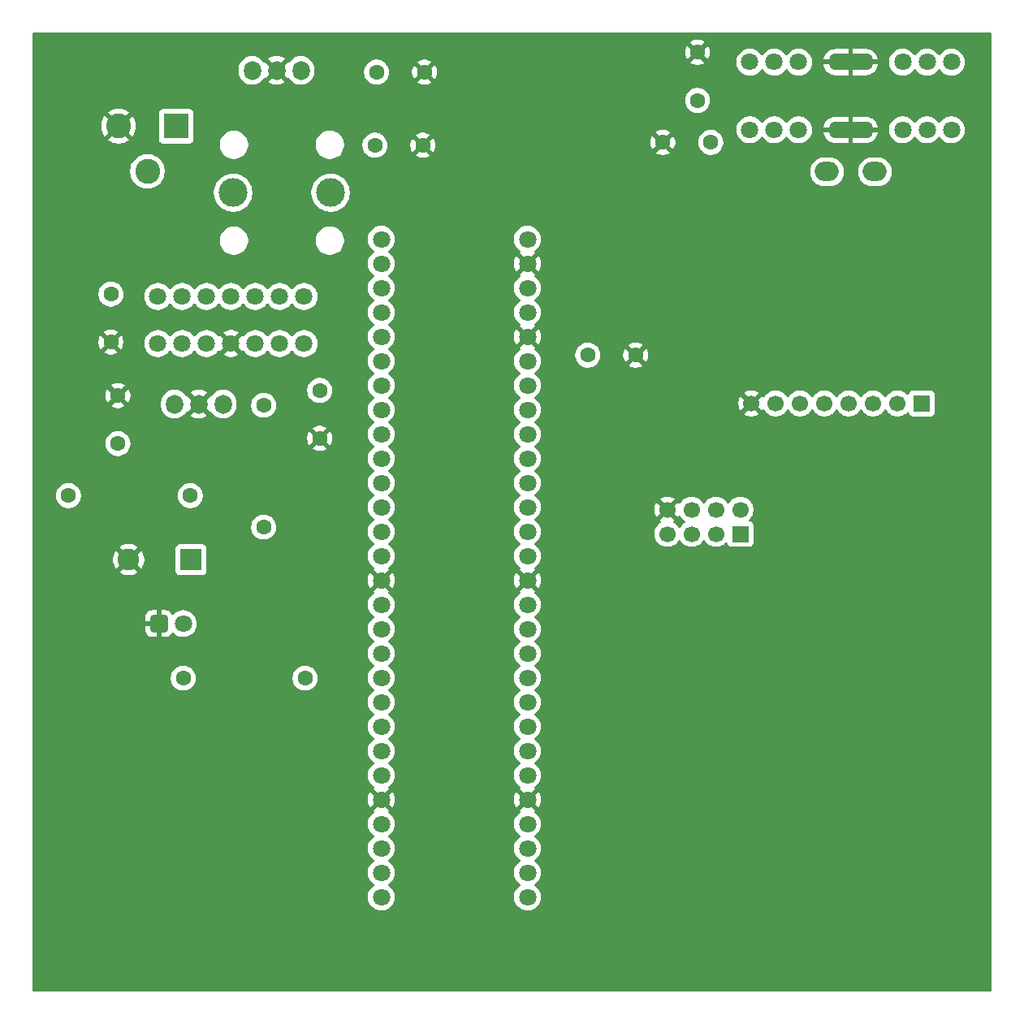
<source format=gbr>
%TF.GenerationSoftware,KiCad,Pcbnew,9.0.4*%
%TF.CreationDate,2025-12-04T13:46:47-07:00*%
%TF.ProjectId,HW2 folder,48573220-666f-46c6-9465-722e6b696361,rev?*%
%TF.SameCoordinates,Original*%
%TF.FileFunction,Copper,L2,Bot*%
%TF.FilePolarity,Positive*%
%FSLAX46Y46*%
G04 Gerber Fmt 4.6, Leading zero omitted, Abs format (unit mm)*
G04 Created by KiCad (PCBNEW 9.0.4) date 2025-12-04 13:46:47*
%MOMM*%
%LPD*%
G01*
G04 APERTURE LIST*
G04 Aperture macros list*
%AMRoundRect*
0 Rectangle with rounded corners*
0 $1 Rounding radius*
0 $2 $3 $4 $5 $6 $7 $8 $9 X,Y pos of 4 corners*
0 Add a 4 corners polygon primitive as box body*
4,1,4,$2,$3,$4,$5,$6,$7,$8,$9,$2,$3,0*
0 Add four circle primitives for the rounded corners*
1,1,$1+$1,$2,$3*
1,1,$1+$1,$4,$5*
1,1,$1+$1,$6,$7*
1,1,$1+$1,$8,$9*
0 Add four rect primitives between the rounded corners*
20,1,$1+$1,$2,$3,$4,$5,0*
20,1,$1+$1,$4,$5,$6,$7,0*
20,1,$1+$1,$6,$7,$8,$9,0*
20,1,$1+$1,$8,$9,$2,$3,0*%
G04 Aperture macros list end*
%TA.AperFunction,ComponentPad*%
%ADD10R,2.600000X2.600000*%
%TD*%
%TA.AperFunction,ComponentPad*%
%ADD11C,2.600000*%
%TD*%
%TA.AperFunction,ComponentPad*%
%ADD12C,1.600000*%
%TD*%
%TA.AperFunction,ComponentPad*%
%ADD13C,1.800000*%
%TD*%
%TA.AperFunction,ComponentPad*%
%ADD14R,2.250000X2.250000*%
%TD*%
%TA.AperFunction,ComponentPad*%
%ADD15C,2.250000*%
%TD*%
%TA.AperFunction,ComponentPad*%
%ADD16O,1.800000X2.000000*%
%TD*%
%TA.AperFunction,ComponentPad*%
%ADD17RoundRect,0.250000X-0.650000X-0.650000X0.650000X-0.650000X0.650000X0.650000X-0.650000X0.650000X0*%
%TD*%
%TA.AperFunction,ComponentPad*%
%ADD18O,2.500000X2.000000*%
%TD*%
%TA.AperFunction,ComponentPad*%
%ADD19O,4.762000X1.762000*%
%TD*%
%TA.AperFunction,ComponentPad*%
%ADD20C,3.000000*%
%TD*%
%TA.AperFunction,ComponentPad*%
%ADD21R,1.700000X1.700000*%
%TD*%
%TA.AperFunction,ComponentPad*%
%ADD22C,1.700000*%
%TD*%
G04 APERTURE END LIST*
D10*
%TO.P,J1,1*%
%TO.N,Net-(F1-Pad1)*%
X89439000Y-59639200D03*
D11*
%TO.P,J1,2*%
%TO.N,GNDREF*%
X83439000Y-59639200D03*
%TO.P,J1,3*%
%TO.N,unconnected-(J1-Pad3)*%
X86439000Y-64339200D03*
%TD*%
D12*
%TO.P,C7,1*%
%TO.N,+5V*%
X143789400Y-56946800D03*
%TO.P,C7,2*%
%TO.N,GNDREF*%
X143789400Y-51946800D03*
%TD*%
D13*
%TO.P,U5,1,VOUTA*%
%TO.N,unconnected-(U5-VOUTA-Pad1)*%
X102768400Y-77393800D03*
%TO.P,U5,2,VINA-*%
%TO.N,unconnected-(U5-VINA--Pad2)*%
X100228400Y-77393800D03*
%TO.P,U5,3,VINA+*%
%TO.N,unconnected-(U5-VINA+-Pad3)*%
X97688400Y-77393800D03*
%TO.P,U5,4,VDD*%
%TO.N,+5V*%
X95148400Y-77393800D03*
%TO.P,U5,5,VINB+*%
%TO.N,unconnected-(U5-VINB+-Pad5)*%
X92608400Y-77393800D03*
%TO.P,U5,6,VINB-*%
%TO.N,unconnected-(U5-VINB--Pad6)*%
X90068400Y-77393800D03*
%TO.P,U5,7,VOUTB*%
%TO.N,unconnected-(U5-VOUTB-Pad7)*%
X87528400Y-77393800D03*
%TO.P,U5,8,VOUTC*%
%TO.N,unconnected-(U5-VOUTC-Pad8)*%
X87528400Y-82303800D03*
%TO.P,U5,9,VINC-*%
%TO.N,unconnected-(U5-VINC--Pad9)*%
X90068400Y-82303800D03*
%TO.P,U5,10,VINC+*%
%TO.N,unconnected-(U5-VINC+-Pad10)*%
X92608400Y-82303800D03*
%TO.P,U5,11,VSS*%
%TO.N,GNDREF*%
X95148400Y-82303800D03*
%TO.P,U5,12,VIND+*%
%TO.N,Net-(U5-VIND+)*%
X97688400Y-82303800D03*
%TO.P,U5,13,VIND-*%
%TO.N,Motion Sensor*%
X100228400Y-82303800D03*
%TO.P,U5,14,VOUTD*%
X102768400Y-82303800D03*
%TD*%
D14*
%TO.P,SW1,1,1*%
%TO.N,Button*%
X90981600Y-104825800D03*
D15*
%TO.P,SW1,2,2*%
%TO.N,GNDREF*%
X84481600Y-104825800D03*
%TD*%
D16*
%TO.P,U4,1,input*%
%TO.N,+5V*%
X89255600Y-88613800D03*
%TO.P,U4,2,ground*%
%TO.N,GNDREF*%
X91795600Y-88613800D03*
%TO.P,U4,3,output*%
%TO.N,Net-(U4-output)*%
X94335600Y-88613800D03*
%TD*%
D12*
%TO.P,C1,1*%
%TO.N,GNDREF*%
X115149000Y-61620400D03*
%TO.P,C1,2*%
%TO.N,+9V*%
X110149000Y-61620400D03*
%TD*%
%TO.P,C2,1*%
%TO.N,+5V*%
X110326800Y-54000400D03*
%TO.P,C2,2*%
%TO.N,GNDREF*%
X115326800Y-54000400D03*
%TD*%
%TO.P,C6,1*%
%TO.N,+5V*%
X83362800Y-92735400D03*
%TO.P,C6,2*%
%TO.N,GNDREF*%
X83362800Y-87735400D03*
%TD*%
%TO.P,R2,1*%
%TO.N,+5V*%
X78206600Y-98171000D03*
%TO.P,R2,2*%
%TO.N,Button*%
X90906600Y-98171000D03*
%TD*%
%TO.P,C5,1*%
%TO.N,+5V*%
X82626200Y-77154400D03*
%TO.P,C5,2*%
%TO.N,GNDREF*%
X82626200Y-82154400D03*
%TD*%
D17*
%TO.P,D1,1,K*%
%TO.N,GNDREF*%
X87628600Y-111506000D03*
D13*
%TO.P,D1,2,A*%
%TO.N,Net-(D1-A)*%
X90168600Y-111506000D03*
%TD*%
D12*
%TO.P,C4,1*%
%TO.N,+5V*%
X145171800Y-61341000D03*
%TO.P,C4,2*%
%TO.N,GNDREF*%
X140171800Y-61341000D03*
%TD*%
%TO.P,R3,1*%
%TO.N,Net-(U4-output)*%
X98552000Y-88747600D03*
%TO.P,R3,2*%
%TO.N,Net-(U5-VIND+)*%
X98552000Y-101447600D03*
%TD*%
%TO.P,R1,1*%
%TO.N,LED*%
X102870000Y-117195600D03*
%TO.P,R1,2*%
%TO.N,Net-(D1-A)*%
X90170000Y-117195600D03*
%TD*%
D18*
%TO.P,M1,1,+*%
%TO.N,Net-(M1-+)*%
X162291400Y-64389000D03*
%TO.P,M1,2,-*%
%TO.N,Net-(M1--)*%
X157291400Y-64389000D03*
%TD*%
D16*
%TO.P,U1,1,input*%
%TO.N,+9V*%
X97358200Y-53822600D03*
%TO.P,U1,2,ground*%
%TO.N,GNDREF*%
X99898200Y-53822600D03*
%TO.P,U1,3,output*%
%TO.N,+5V*%
X102438200Y-53822600D03*
%TD*%
D13*
%TO.P,U3,1,ReverseB*%
%TO.N,unconnected-(U3-ReverseB-Pad1)*%
X170256200Y-52959000D03*
%TO.P,U3,2,ForwardB*%
%TO.N,unconnected-(U3-ForwardB-Pad2)*%
X167716200Y-52959000D03*
%TO.P,U3,3,OUT2B*%
%TO.N,unconnected-(U3-OUT2B-Pad3)*%
X165176200Y-52959000D03*
%TO.P,U3,4,OUT1B*%
%TO.N,unconnected-(U3-OUT1B-Pad4)*%
X154336200Y-52959000D03*
%TO.P,U3,5,PVCCB*%
%TO.N,unconnected-(U3-PVCCB-Pad5)*%
X151796200Y-52959000D03*
%TO.P,U3,6,VCC*%
%TO.N,+5V*%
X149256200Y-52959000D03*
%TO.P,U3,7,D1A*%
X149256200Y-60019000D03*
%TO.P,U3,8,PVCCA*%
X151796200Y-60019000D03*
%TO.P,U3,9,OUT1A*%
%TO.N,Net-(M1--)*%
X154336200Y-60019000D03*
%TO.P,U3,10,OUT2A*%
%TO.N,Net-(M1-+)*%
X165176200Y-60019000D03*
%TO.P,U3,11,ForwardA*%
%TO.N,Direction control*%
X167716200Y-60019000D03*
%TO.P,U3,12,ReverseA*%
%TO.N,PWM signal*%
X170256200Y-60019000D03*
D19*
%TO.P,U3,FIN,GND2*%
%TO.N,GNDREF*%
X159756200Y-60019000D03*
%TO.P,U3,Fin,GND1*%
X159756200Y-52959000D03*
%TD*%
D20*
%TO.P,F1,1*%
%TO.N,Net-(F1-Pad1)*%
X95377000Y-66573000D03*
%TO.P,F1,2*%
%TO.N,+9V*%
X105537000Y-66573000D03*
%TD*%
D13*
%TO.P,U2,1,NC*%
%TO.N,unconnected-(U2-NC-Pad1)*%
X110820200Y-71424800D03*
%TO.P,U2,2,ID*%
%TO.N,unconnected-(U2-ID-Pad2)*%
X110820200Y-73964800D03*
%TO.P,U2,3,RF0*%
%TO.N,unconnected-(U2-RF0-Pad3)*%
X110820200Y-76504800D03*
%TO.P,U2,4,RF1*%
%TO.N,unconnected-(U2-RF1-Pad4)*%
X110820200Y-79044800D03*
%TO.P,U2,5,ICSPCLK*%
%TO.N,unconnected-(U2-ICSPCLK-Pad5)*%
X110820200Y-81584800D03*
%TO.P,U2,6,SWO*%
%TO.N,Button*%
X110820200Y-84124800D03*
%TO.P,U2,7,RC2*%
%TO.N,unconnected-(U2-RC2-Pad7)*%
X110820200Y-86664800D03*
%TO.P,U2,8,RC3*%
%TO.N,unconnected-(U2-RC3-Pad8)*%
X110820200Y-89204800D03*
%TO.P,U2,9,RB2*%
%TO.N,unconnected-(U2-RB2-Pad9)*%
X110820200Y-91744800D03*
%TO.P,U2,10,RB1*%
%TO.N,unconnected-(U2-RB1-Pad10)*%
X110820200Y-94284800D03*
%TO.P,U2,11,RC4*%
%TO.N,Digital Output to Zane's Conn*%
X110820200Y-96824800D03*
%TO.P,U2,12,RC5*%
%TO.N,unconnected-(U2-RC5-Pad12)*%
X110820200Y-99364800D03*
%TO.P,U2,13,RC6*%
%TO.N,unconnected-(U2-RC6-Pad13)*%
X110820200Y-101904800D03*
%TO.P,U2,14,RD4*%
%TO.N,unconnected-(U2-RD4-Pad14)*%
X110820200Y-104444800D03*
%TO.P,U2,15,GND*%
%TO.N,GNDREF*%
X110820200Y-106984800D03*
%TO.P,U2,16,RA3*%
%TO.N,unconnected-(U2-RA3-Pad16)*%
X110820200Y-109524800D03*
%TO.P,U2,17,RA4*%
%TO.N,unconnected-(U2-RA4-Pad17)*%
X110820200Y-112064800D03*
%TO.P,U2,18,RE2*%
%TO.N,unconnected-(U2-RE2-Pad18)*%
X110820200Y-114604800D03*
%TO.P,U2,19,RC7*%
%TO.N,LED*%
X110820200Y-117144800D03*
%TO.P,U2,20,RD0*%
%TO.N,Digital Input from Zane's Conn*%
X110820200Y-119684800D03*
%TO.P,U2,21,RD1*%
%TO.N,unconnected-(U2-RD1-Pad21)*%
X110820200Y-122224800D03*
%TO.P,U2,22,RD2*%
%TO.N,Digital Input from Adrian's Conn*%
X110820200Y-124764800D03*
%TO.P,U2,23,RD3*%
%TO.N,Digital Output to Adrian's Conn*%
X110820200Y-127304800D03*
%TO.P,U2,24,GND*%
%TO.N,GNDREF*%
X110820200Y-129844800D03*
%TO.P,U2,25,RF0*%
%TO.N,unconnected-(U2-RF0-Pad25)*%
X110820200Y-132384800D03*
%TO.P,U2,26,RF1*%
%TO.N,unconnected-(U2-RF1-Pad26)*%
X110820200Y-134924800D03*
%TO.P,U2,27,RF2*%
%TO.N,unconnected-(U2-RF2-Pad27)*%
X110820200Y-137464800D03*
%TO.P,U2,28,RF3*%
%TO.N,unconnected-(U2-RF3-Pad28)*%
X110820200Y-140004800D03*
%TO.P,U2,29,RC0*%
%TO.N,unconnected-(U2-RC0-Pad29)*%
X126060200Y-140004800D03*
%TO.P,U2,30,RC1*%
%TO.N,unconnected-(U2-RC1-Pad30)*%
X126060200Y-137464800D03*
%TO.P,U2,31,RE0*%
%TO.N,unconnected-(U2-RE0-Pad31)*%
X126060200Y-134924800D03*
%TO.P,U2,32,RE1*%
%TO.N,unconnected-(U2-RE1-Pad32)*%
X126060200Y-132384800D03*
%TO.P,U2,33,GND*%
%TO.N,GNDREF*%
X126060200Y-129844800D03*
%TO.P,U2,34,RF4*%
%TO.N,unconnected-(U2-RF4-Pad34)*%
X126060200Y-127304800D03*
%TO.P,U2,35,RF5*%
%TO.N,unconnected-(U2-RF5-Pad35)*%
X126060200Y-124764800D03*
%TO.P,U2,36,RF6*%
%TO.N,unconnected-(U2-RF6-Pad36)*%
X126060200Y-122224800D03*
%TO.P,U2,37,RF7*%
%TO.N,unconnected-(U2-RF7-Pad37)*%
X126060200Y-119684800D03*
%TO.P,U2,38,RB5*%
%TO.N,unconnected-(U2-RB5-Pad38)*%
X126060200Y-117144800D03*
%TO.P,U2,39,RD5*%
%TO.N,Net-(U2-RD5)*%
X126060200Y-114604800D03*
%TO.P,U2,40,RD6*%
%TO.N,Net-(U2-RD6)*%
X126060200Y-112064800D03*
%TO.P,U2,41,RD7*%
%TO.N,Net-(U2-RD7)*%
X126060200Y-109524800D03*
%TO.P,U2,42,GND*%
%TO.N,GNDREF*%
X126060200Y-106984800D03*
%TO.P,U2,43,RA0*%
%TO.N,Motion Sensor*%
X126060200Y-104444800D03*
%TO.P,U2,44,RA1*%
%TO.N,Photoresistor Input*%
X126060200Y-101904800D03*
%TO.P,U2,45,RA2*%
%TO.N,Temperature Sensor Input*%
X126060200Y-99364800D03*
%TO.P,U2,46,RB0*%
%TO.N,PWM signal*%
X126060200Y-96824800D03*
%TO.P,U2,47,RB3*%
%TO.N,Direction control*%
X126060200Y-94284800D03*
%TO.P,U2,48,RA5*%
%TO.N,unconnected-(U2-RA5-Pad48)*%
X126060200Y-91744800D03*
%TO.P,U2,49,RA6*%
%TO.N,unconnected-(U2-RA6-Pad49)*%
X126060200Y-89204800D03*
%TO.P,U2,50,RA7*%
%TO.N,unconnected-(U2-RA7-Pad50)*%
X126060200Y-86664800D03*
%TO.P,U2,51,VTG*%
%TO.N,+5V*%
X126060200Y-84124800D03*
%TO.P,U2,52,GND*%
%TO.N,GNDREF*%
X126060200Y-81584800D03*
%TO.P,U2,53,DBG0*%
%TO.N,Motion Sensor Output*%
X126060200Y-79044800D03*
%TO.P,U2,54,DBG3*%
%TO.N,unconnected-(U2-DBG3-Pad54)*%
X126060200Y-76504800D03*
%TO.P,U2,55,VOFF*%
%TO.N,GNDREF*%
X126060200Y-73964800D03*
%TO.P,U2,56,VBUS*%
%TO.N,unconnected-(U2-VBUS-Pad56)*%
X126060200Y-71424800D03*
%TD*%
D12*
%TO.P,C8,1*%
%TO.N,GNDREF*%
X104394000Y-92187400D03*
%TO.P,C8,2*%
%TO.N,Net-(U5-VIND+)*%
X104394000Y-87187400D03*
%TD*%
%TO.P,C3,1*%
%TO.N,+5V*%
X132348600Y-83515200D03*
%TO.P,C3,2*%
%TO.N,GNDREF*%
X137348600Y-83515200D03*
%TD*%
D21*
%TO.P,J3,1,Pin_1*%
%TO.N,Digital Output to Adrian's Conn*%
X167182800Y-88544400D03*
D22*
%TO.P,J3,2,Pin_2*%
%TO.N,Digital Input from Adrian's Conn*%
X164642800Y-88544400D03*
%TO.P,J3,3,Pin_3*%
%TO.N,Net-(J3-Pin_3)*%
X162102800Y-88544400D03*
%TO.P,J3,4,Pin_4*%
%TO.N,Net-(J3-Pin_4)*%
X159562800Y-88544400D03*
%TO.P,J3,5,Pin_5*%
%TO.N,Net-(J3-Pin_5)*%
X157022800Y-88544400D03*
%TO.P,J3,6,Pin_6*%
%TO.N,Motion Sensor Output*%
X154482800Y-88544400D03*
%TO.P,J3,7,Pin_7*%
%TO.N,Temperature Sensor Input*%
X151942800Y-88544400D03*
%TO.P,J3,8,Pin_8*%
%TO.N,GNDREF*%
X149402800Y-88544400D03*
%TD*%
D21*
%TO.P,J2,1,Pin_1*%
%TO.N,Digital Output to Zane's Conn*%
X148259800Y-102158800D03*
D22*
%TO.P,J2,2,Pin_2*%
%TO.N,Digital Input from Zane's Conn*%
X148259800Y-99618800D03*
%TO.P,J2,3,Pin_3*%
%TO.N,Net-(J2-Pin_3)*%
X145719800Y-102158800D03*
%TO.P,J2,4,Pin_4*%
%TO.N,Net-(J2-Pin_4)*%
X145719800Y-99618800D03*
%TO.P,J2,5,Pin_5*%
%TO.N,Net-(J2-Pin_5)*%
X143179800Y-102158800D03*
%TO.P,J2,6,Pin_6*%
%TO.N,Motion Sensor Output*%
X143179800Y-99618800D03*
%TO.P,J2,7,Pin_7*%
%TO.N,Photoresistor Input*%
X140639800Y-102158800D03*
%TO.P,J2,8,Pin_8*%
%TO.N,GNDREF*%
X140639800Y-99618800D03*
%TD*%
%TA.AperFunction,Conductor*%
%TO.N,GNDREF*%
G36*
X141755070Y-100380517D02*
G01*
X141755070Y-100380516D01*
X141794422Y-100326355D01*
X141799032Y-100317307D01*
X141847005Y-100266509D01*
X141914825Y-100249712D01*
X141980961Y-100272247D01*
X142020004Y-100317304D01*
X142024749Y-100326617D01*
X142149690Y-100498586D01*
X142300013Y-100648909D01*
X142471982Y-100773850D01*
X142480746Y-100778316D01*
X142531542Y-100826291D01*
X142548336Y-100894112D01*
X142525798Y-100960247D01*
X142480746Y-100999284D01*
X142471982Y-101003749D01*
X142300013Y-101128690D01*
X142149690Y-101279013D01*
X142024749Y-101450982D01*
X142020284Y-101459746D01*
X141972309Y-101510542D01*
X141904488Y-101527336D01*
X141838353Y-101504798D01*
X141799316Y-101459746D01*
X141794850Y-101450982D01*
X141669909Y-101279013D01*
X141519586Y-101128690D01*
X141347617Y-101003749D01*
X141338304Y-100999004D01*
X141287507Y-100951030D01*
X141270712Y-100883209D01*
X141293249Y-100817074D01*
X141338307Y-100778032D01*
X141347355Y-100773422D01*
X141401516Y-100734070D01*
X141401517Y-100734070D01*
X140686246Y-100018800D01*
X140692461Y-100018800D01*
X140794194Y-99991541D01*
X140885406Y-99938880D01*
X140959880Y-99864406D01*
X141012541Y-99773194D01*
X141039800Y-99671461D01*
X141039800Y-99665246D01*
X141755070Y-100380517D01*
G37*
%TD.AperFunction*%
%TA.AperFunction,Conductor*%
G36*
X174390270Y-49880185D02*
G01*
X174436025Y-49932989D01*
X174447231Y-49984469D01*
X174459500Y-98285300D01*
X174459500Y-149735500D01*
X174439815Y-149802539D01*
X174387011Y-149848294D01*
X174335500Y-149859500D01*
X74584500Y-149859500D01*
X74517461Y-149839815D01*
X74471706Y-149787011D01*
X74460500Y-149735500D01*
X74460500Y-117093248D01*
X88869500Y-117093248D01*
X88869500Y-117297951D01*
X88901522Y-117500134D01*
X88964781Y-117694823D01*
X89057715Y-117877213D01*
X89178028Y-118042813D01*
X89322786Y-118187571D01*
X89477749Y-118300156D01*
X89488390Y-118307887D01*
X89604607Y-118367103D01*
X89670776Y-118400818D01*
X89670778Y-118400818D01*
X89670781Y-118400820D01*
X89775137Y-118434727D01*
X89865465Y-118464077D01*
X89966557Y-118480088D01*
X90067648Y-118496100D01*
X90067649Y-118496100D01*
X90272351Y-118496100D01*
X90272352Y-118496100D01*
X90474534Y-118464077D01*
X90669219Y-118400820D01*
X90851610Y-118307887D01*
X90944590Y-118240332D01*
X91017213Y-118187571D01*
X91017215Y-118187568D01*
X91017219Y-118187566D01*
X91161966Y-118042819D01*
X91161968Y-118042815D01*
X91161971Y-118042813D01*
X91214732Y-117970190D01*
X91282287Y-117877210D01*
X91375220Y-117694819D01*
X91438477Y-117500134D01*
X91470500Y-117297952D01*
X91470500Y-117093248D01*
X101569500Y-117093248D01*
X101569500Y-117297951D01*
X101601522Y-117500134D01*
X101664781Y-117694823D01*
X101757715Y-117877213D01*
X101878028Y-118042813D01*
X102022786Y-118187571D01*
X102177749Y-118300156D01*
X102188390Y-118307887D01*
X102304607Y-118367103D01*
X102370776Y-118400818D01*
X102370778Y-118400818D01*
X102370781Y-118400820D01*
X102475137Y-118434727D01*
X102565465Y-118464077D01*
X102666557Y-118480088D01*
X102767648Y-118496100D01*
X102767649Y-118496100D01*
X102972351Y-118496100D01*
X102972352Y-118496100D01*
X103174534Y-118464077D01*
X103369219Y-118400820D01*
X103551610Y-118307887D01*
X103644590Y-118240332D01*
X103717213Y-118187571D01*
X103717215Y-118187568D01*
X103717219Y-118187566D01*
X103861966Y-118042819D01*
X103861968Y-118042815D01*
X103861971Y-118042813D01*
X103914732Y-117970190D01*
X103982287Y-117877210D01*
X104075220Y-117694819D01*
X104138477Y-117500134D01*
X104170500Y-117297952D01*
X104170500Y-117093248D01*
X104138477Y-116891066D01*
X104075220Y-116696381D01*
X104075218Y-116696378D01*
X104075218Y-116696376D01*
X104029776Y-116607193D01*
X103982287Y-116513990D01*
X103974556Y-116503349D01*
X103861971Y-116348386D01*
X103717213Y-116203628D01*
X103551613Y-116083315D01*
X103551612Y-116083314D01*
X103551610Y-116083313D01*
X103494653Y-116054291D01*
X103369223Y-115990381D01*
X103174534Y-115927122D01*
X102999659Y-115899425D01*
X102972352Y-115895100D01*
X102767648Y-115895100D01*
X102743329Y-115898951D01*
X102565465Y-115927122D01*
X102370776Y-115990381D01*
X102188386Y-116083315D01*
X102022786Y-116203628D01*
X101878028Y-116348386D01*
X101757715Y-116513986D01*
X101664781Y-116696376D01*
X101601522Y-116891065D01*
X101569500Y-117093248D01*
X91470500Y-117093248D01*
X91438477Y-116891066D01*
X91375220Y-116696381D01*
X91375218Y-116696378D01*
X91375218Y-116696376D01*
X91329776Y-116607193D01*
X91282287Y-116513990D01*
X91274556Y-116503349D01*
X91161971Y-116348386D01*
X91017213Y-116203628D01*
X90851613Y-116083315D01*
X90851612Y-116083314D01*
X90851610Y-116083313D01*
X90794653Y-116054291D01*
X90669223Y-115990381D01*
X90474534Y-115927122D01*
X90299659Y-115899425D01*
X90272352Y-115895100D01*
X90067648Y-115895100D01*
X90043329Y-115898951D01*
X89865465Y-115927122D01*
X89670776Y-115990381D01*
X89488386Y-116083315D01*
X89322786Y-116203628D01*
X89178028Y-116348386D01*
X89057715Y-116513986D01*
X88964781Y-116696376D01*
X88901522Y-116891065D01*
X88869500Y-117093248D01*
X74460500Y-117093248D01*
X74460500Y-110806013D01*
X86228600Y-110806013D01*
X86228600Y-111256000D01*
X87253322Y-111256000D01*
X87209267Y-111332306D01*
X87178600Y-111446756D01*
X87178600Y-111565244D01*
X87209267Y-111679694D01*
X87253322Y-111756000D01*
X86228601Y-111756000D01*
X86228601Y-112205986D01*
X86239094Y-112308697D01*
X86294241Y-112475119D01*
X86294243Y-112475124D01*
X86386284Y-112624345D01*
X86510254Y-112748315D01*
X86659475Y-112840356D01*
X86659480Y-112840358D01*
X86825902Y-112895505D01*
X86825909Y-112895506D01*
X86928619Y-112905999D01*
X87378599Y-112905999D01*
X87378600Y-112905998D01*
X87378600Y-111881277D01*
X87454906Y-111925333D01*
X87569356Y-111956000D01*
X87687844Y-111956000D01*
X87802294Y-111925333D01*
X87878600Y-111881277D01*
X87878600Y-112905999D01*
X88328572Y-112905999D01*
X88328586Y-112905998D01*
X88431297Y-112895505D01*
X88597719Y-112840358D01*
X88597724Y-112840356D01*
X88746945Y-112748315D01*
X88870917Y-112624343D01*
X88954699Y-112488511D01*
X89006647Y-112441786D01*
X89075609Y-112430563D01*
X89139692Y-112458407D01*
X89147919Y-112465926D01*
X89256236Y-112574243D01*
X89256241Y-112574247D01*
X89325196Y-112624345D01*
X89434578Y-112703815D01*
X89562975Y-112769237D01*
X89630993Y-112803895D01*
X89630996Y-112803896D01*
X89735821Y-112837955D01*
X89840649Y-112872015D01*
X90058378Y-112906500D01*
X90058379Y-112906500D01*
X90278821Y-112906500D01*
X90278822Y-112906500D01*
X90496551Y-112872015D01*
X90706206Y-112803895D01*
X90902622Y-112703815D01*
X91080965Y-112574242D01*
X91236842Y-112418365D01*
X91366415Y-112240022D01*
X91466495Y-112043606D01*
X91534615Y-111833951D01*
X91569100Y-111616222D01*
X91569100Y-111395778D01*
X91534615Y-111178049D01*
X91500555Y-111073221D01*
X91466496Y-110968396D01*
X91466495Y-110968393D01*
X91414824Y-110866985D01*
X91366415Y-110771978D01*
X91320209Y-110708380D01*
X91236847Y-110593641D01*
X91236843Y-110593636D01*
X91080963Y-110437756D01*
X91080958Y-110437752D01*
X90902625Y-110308187D01*
X90902624Y-110308186D01*
X90902622Y-110308185D01*
X90805743Y-110258822D01*
X90706206Y-110208104D01*
X90706203Y-110208103D01*
X90496552Y-110139985D01*
X90348235Y-110116494D01*
X90278822Y-110105500D01*
X90058378Y-110105500D01*
X89988971Y-110116493D01*
X89840647Y-110139985D01*
X89630996Y-110208103D01*
X89630993Y-110208104D01*
X89434574Y-110308187D01*
X89256242Y-110437751D01*
X89147919Y-110546074D01*
X89086596Y-110579558D01*
X89016904Y-110574574D01*
X88960971Y-110532702D01*
X88954699Y-110523489D01*
X88870915Y-110387654D01*
X88746945Y-110263684D01*
X88597724Y-110171643D01*
X88597719Y-110171641D01*
X88431297Y-110116494D01*
X88431290Y-110116493D01*
X88328586Y-110106000D01*
X87878600Y-110106000D01*
X87878600Y-111130722D01*
X87802294Y-111086667D01*
X87687844Y-111056000D01*
X87569356Y-111056000D01*
X87454906Y-111086667D01*
X87378600Y-111130722D01*
X87378600Y-110106000D01*
X86928628Y-110106000D01*
X86928612Y-110106001D01*
X86825902Y-110116494D01*
X86659480Y-110171641D01*
X86659475Y-110171643D01*
X86510254Y-110263684D01*
X86386284Y-110387654D01*
X86294243Y-110536875D01*
X86294241Y-110536880D01*
X86239094Y-110703302D01*
X86239093Y-110703309D01*
X86228600Y-110806013D01*
X74460500Y-110806013D01*
X74460500Y-104697910D01*
X82856600Y-104697910D01*
X82856600Y-104953689D01*
X82896613Y-105206323D01*
X82975651Y-105449581D01*
X82975652Y-105449584D01*
X83091775Y-105677486D01*
X83169450Y-105784395D01*
X83169450Y-105784396D01*
X83880558Y-105073288D01*
X83905578Y-105133690D01*
X83976712Y-105240151D01*
X84067249Y-105330688D01*
X84173710Y-105401822D01*
X84234110Y-105426841D01*
X83523002Y-106137948D01*
X83629913Y-106215624D01*
X83857815Y-106331747D01*
X83857818Y-106331748D01*
X84101076Y-106410786D01*
X84353711Y-106450800D01*
X84609489Y-106450800D01*
X84862123Y-106410786D01*
X85105381Y-106331748D01*
X85105384Y-106331747D01*
X85333285Y-106215625D01*
X85440195Y-106137948D01*
X85440196Y-106137948D01*
X84729088Y-105426841D01*
X84789490Y-105401822D01*
X84895951Y-105330688D01*
X84986488Y-105240151D01*
X85057622Y-105133690D01*
X85082641Y-105073288D01*
X85793748Y-105784396D01*
X85793748Y-105784395D01*
X85871425Y-105677485D01*
X85987547Y-105449584D01*
X85987548Y-105449581D01*
X86066586Y-105206323D01*
X86106600Y-104953689D01*
X86106600Y-104697910D01*
X86066586Y-104445276D01*
X85987548Y-104202018D01*
X85987547Y-104202015D01*
X85871424Y-103974113D01*
X85793748Y-103867203D01*
X85793748Y-103867202D01*
X85082641Y-104578310D01*
X85057622Y-104517910D01*
X84986488Y-104411449D01*
X84895951Y-104320912D01*
X84789490Y-104249778D01*
X84729087Y-104224758D01*
X85300912Y-103652935D01*
X89356100Y-103652935D01*
X89356100Y-105998670D01*
X89356101Y-105998676D01*
X89362508Y-106058283D01*
X89412802Y-106193128D01*
X89412806Y-106193135D01*
X89499052Y-106308344D01*
X89499055Y-106308347D01*
X89614264Y-106394593D01*
X89614271Y-106394597D01*
X89749117Y-106444891D01*
X89749116Y-106444891D01*
X89756044Y-106445635D01*
X89808727Y-106451300D01*
X92154472Y-106451299D01*
X92214083Y-106444891D01*
X92348931Y-106394596D01*
X92464146Y-106308346D01*
X92550396Y-106193131D01*
X92600691Y-106058283D01*
X92607100Y-105998673D01*
X92607099Y-103652928D01*
X92600691Y-103593317D01*
X92569354Y-103509299D01*
X92550397Y-103458471D01*
X92550393Y-103458464D01*
X92464147Y-103343255D01*
X92464144Y-103343252D01*
X92348935Y-103257006D01*
X92348928Y-103257002D01*
X92214082Y-103206708D01*
X92214083Y-103206708D01*
X92154483Y-103200301D01*
X92154481Y-103200300D01*
X92154473Y-103200300D01*
X92154464Y-103200300D01*
X89808729Y-103200300D01*
X89808723Y-103200301D01*
X89749116Y-103206708D01*
X89614271Y-103257002D01*
X89614264Y-103257006D01*
X89499055Y-103343252D01*
X89499052Y-103343255D01*
X89412806Y-103458464D01*
X89412802Y-103458471D01*
X89362508Y-103593317D01*
X89356101Y-103652916D01*
X89356101Y-103652923D01*
X89356100Y-103652935D01*
X85300912Y-103652935D01*
X85391922Y-103561925D01*
X85440196Y-103513650D01*
X85333286Y-103435975D01*
X85105384Y-103319852D01*
X85105381Y-103319851D01*
X84862123Y-103240813D01*
X84609489Y-103200800D01*
X84353711Y-103200800D01*
X84101076Y-103240813D01*
X83857818Y-103319851D01*
X83857815Y-103319852D01*
X83629910Y-103435977D01*
X83523003Y-103513649D01*
X83523002Y-103513650D01*
X84234111Y-104224758D01*
X84173710Y-104249778D01*
X84067249Y-104320912D01*
X83976712Y-104411449D01*
X83905578Y-104517910D01*
X83880558Y-104578311D01*
X83169450Y-103867202D01*
X83169449Y-103867203D01*
X83091777Y-103974110D01*
X82975652Y-104202015D01*
X82975651Y-104202018D01*
X82896613Y-104445276D01*
X82856600Y-104697910D01*
X74460500Y-104697910D01*
X74460500Y-101345248D01*
X97251500Y-101345248D01*
X97251500Y-101549951D01*
X97283522Y-101752134D01*
X97346781Y-101946823D01*
X97439715Y-102129213D01*
X97560028Y-102294813D01*
X97704786Y-102439571D01*
X97859749Y-102552156D01*
X97870390Y-102559887D01*
X97986607Y-102619103D01*
X98052776Y-102652818D01*
X98052778Y-102652818D01*
X98052781Y-102652820D01*
X98127852Y-102677212D01*
X98247465Y-102716077D01*
X98348557Y-102732088D01*
X98449648Y-102748100D01*
X98449649Y-102748100D01*
X98654351Y-102748100D01*
X98654352Y-102748100D01*
X98856534Y-102716077D01*
X99051219Y-102652820D01*
X99233610Y-102559887D01*
X99350394Y-102475039D01*
X99399213Y-102439571D01*
X99399215Y-102439568D01*
X99399219Y-102439566D01*
X99543966Y-102294819D01*
X99543968Y-102294815D01*
X99543971Y-102294813D01*
X99596732Y-102222190D01*
X99664287Y-102129210D01*
X99757220Y-101946819D01*
X99820477Y-101752134D01*
X99852500Y-101549952D01*
X99852500Y-101345248D01*
X99820477Y-101143066D01*
X99795587Y-101066464D01*
X99761075Y-100960247D01*
X99757220Y-100948381D01*
X99757218Y-100948378D01*
X99757218Y-100948376D01*
X99700240Y-100836552D01*
X99664287Y-100765990D01*
X99647686Y-100743141D01*
X99543971Y-100600386D01*
X99399213Y-100455628D01*
X99233613Y-100335315D01*
X99233612Y-100335314D01*
X99233610Y-100335313D01*
X99176653Y-100306291D01*
X99051223Y-100242381D01*
X98856534Y-100179122D01*
X98681995Y-100151478D01*
X98654352Y-100147100D01*
X98449648Y-100147100D01*
X98425329Y-100150951D01*
X98247465Y-100179122D01*
X98052776Y-100242381D01*
X97870386Y-100335315D01*
X97704786Y-100455628D01*
X97560028Y-100600386D01*
X97439715Y-100765986D01*
X97346781Y-100948376D01*
X97283522Y-101143065D01*
X97251500Y-101345248D01*
X74460500Y-101345248D01*
X74460500Y-98285300D01*
X74460542Y-98119425D01*
X74460555Y-98068648D01*
X76906100Y-98068648D01*
X76906100Y-98273351D01*
X76938122Y-98475534D01*
X77001381Y-98670223D01*
X77036432Y-98739013D01*
X77081362Y-98827193D01*
X77094315Y-98852613D01*
X77214628Y-99018213D01*
X77359386Y-99162971D01*
X77485475Y-99254578D01*
X77524990Y-99283287D01*
X77641207Y-99342503D01*
X77707376Y-99376218D01*
X77707378Y-99376218D01*
X77707381Y-99376220D01*
X77811737Y-99410127D01*
X77902065Y-99439477D01*
X78003157Y-99455488D01*
X78104248Y-99471500D01*
X78104249Y-99471500D01*
X78308951Y-99471500D01*
X78308952Y-99471500D01*
X78511134Y-99439477D01*
X78705819Y-99376220D01*
X78888210Y-99283287D01*
X78981190Y-99215732D01*
X79053813Y-99162971D01*
X79053815Y-99162968D01*
X79053819Y-99162966D01*
X79198566Y-99018219D01*
X79198568Y-99018215D01*
X79198571Y-99018213D01*
X79276476Y-98910984D01*
X79318887Y-98852610D01*
X79411820Y-98670219D01*
X79475077Y-98475534D01*
X79507100Y-98273352D01*
X79507100Y-98068648D01*
X89606100Y-98068648D01*
X89606100Y-98273351D01*
X89638122Y-98475534D01*
X89701381Y-98670223D01*
X89736432Y-98739013D01*
X89781362Y-98827193D01*
X89794315Y-98852613D01*
X89914628Y-99018213D01*
X90059386Y-99162971D01*
X90185475Y-99254578D01*
X90224990Y-99283287D01*
X90341207Y-99342503D01*
X90407376Y-99376218D01*
X90407378Y-99376218D01*
X90407381Y-99376220D01*
X90511737Y-99410127D01*
X90602065Y-99439477D01*
X90703157Y-99455488D01*
X90804248Y-99471500D01*
X90804249Y-99471500D01*
X91008951Y-99471500D01*
X91008952Y-99471500D01*
X91211134Y-99439477D01*
X91405819Y-99376220D01*
X91588210Y-99283287D01*
X91681190Y-99215732D01*
X91753813Y-99162971D01*
X91753815Y-99162968D01*
X91753819Y-99162966D01*
X91898566Y-99018219D01*
X91898568Y-99018215D01*
X91898571Y-99018213D01*
X91976476Y-98910984D01*
X92018887Y-98852610D01*
X92111820Y-98670219D01*
X92175077Y-98475534D01*
X92207100Y-98273352D01*
X92207100Y-98068648D01*
X92179287Y-97893047D01*
X92175077Y-97866465D01*
X92145727Y-97776137D01*
X92111820Y-97671781D01*
X92111818Y-97671778D01*
X92111818Y-97671776D01*
X92054264Y-97558822D01*
X92018887Y-97489390D01*
X92011156Y-97478749D01*
X91898571Y-97323786D01*
X91753813Y-97179028D01*
X91588213Y-97058715D01*
X91588212Y-97058714D01*
X91588210Y-97058713D01*
X91531253Y-97029691D01*
X91405823Y-96965781D01*
X91211134Y-96902522D01*
X91036595Y-96874878D01*
X91008952Y-96870500D01*
X90804248Y-96870500D01*
X90779929Y-96874351D01*
X90602065Y-96902522D01*
X90407376Y-96965781D01*
X90224986Y-97058715D01*
X90059386Y-97179028D01*
X89914628Y-97323786D01*
X89794315Y-97489386D01*
X89701381Y-97671776D01*
X89638122Y-97866465D01*
X89606100Y-98068648D01*
X79507100Y-98068648D01*
X79479287Y-97893047D01*
X79475077Y-97866465D01*
X79445727Y-97776137D01*
X79411820Y-97671781D01*
X79411818Y-97671778D01*
X79411818Y-97671776D01*
X79354264Y-97558822D01*
X79318887Y-97489390D01*
X79311156Y-97478749D01*
X79198571Y-97323786D01*
X79053813Y-97179028D01*
X78888213Y-97058715D01*
X78888212Y-97058714D01*
X78888210Y-97058713D01*
X78831253Y-97029691D01*
X78705823Y-96965781D01*
X78511134Y-96902522D01*
X78336595Y-96874878D01*
X78308952Y-96870500D01*
X78104248Y-96870500D01*
X78079929Y-96874351D01*
X77902065Y-96902522D01*
X77707376Y-96965781D01*
X77524986Y-97058715D01*
X77359386Y-97179028D01*
X77214628Y-97323786D01*
X77094315Y-97489386D01*
X77001381Y-97671776D01*
X76938122Y-97866465D01*
X76906100Y-98068648D01*
X74460555Y-98068648D01*
X74461658Y-93727371D01*
X74461936Y-92633048D01*
X82062300Y-92633048D01*
X82062300Y-92837751D01*
X82094322Y-93039934D01*
X82157581Y-93234623D01*
X82250515Y-93417013D01*
X82370828Y-93582613D01*
X82515586Y-93727371D01*
X82670549Y-93839956D01*
X82681190Y-93847687D01*
X82797407Y-93906903D01*
X82863576Y-93940618D01*
X82863578Y-93940618D01*
X82863581Y-93940620D01*
X82913523Y-93956847D01*
X83058265Y-94003877D01*
X83159357Y-94019888D01*
X83260448Y-94035900D01*
X83260449Y-94035900D01*
X83465151Y-94035900D01*
X83465152Y-94035900D01*
X83667334Y-94003877D01*
X83862019Y-93940620D01*
X84044410Y-93847687D01*
X84137390Y-93780132D01*
X84210013Y-93727371D01*
X84210015Y-93727368D01*
X84210019Y-93727366D01*
X84354766Y-93582619D01*
X84354768Y-93582615D01*
X84354771Y-93582613D01*
X84423946Y-93487400D01*
X84475087Y-93417010D01*
X84568020Y-93234619D01*
X84631277Y-93039934D01*
X84663300Y-92837752D01*
X84663300Y-92633048D01*
X84656070Y-92587400D01*
X84631277Y-92430865D01*
X84619188Y-92393661D01*
X84568020Y-92236181D01*
X84491031Y-92085082D01*
X103094000Y-92085082D01*
X103094000Y-92289717D01*
X103126009Y-92491817D01*
X103189244Y-92686431D01*
X103282141Y-92868750D01*
X103282147Y-92868759D01*
X103314523Y-92913321D01*
X103314524Y-92913322D01*
X103994000Y-92233846D01*
X103994000Y-92240061D01*
X104021259Y-92341794D01*
X104073920Y-92433006D01*
X104148394Y-92507480D01*
X104239606Y-92560141D01*
X104341339Y-92587400D01*
X104347553Y-92587400D01*
X103668076Y-93266874D01*
X103712650Y-93299259D01*
X103894968Y-93392155D01*
X104089582Y-93455390D01*
X104291683Y-93487400D01*
X104496317Y-93487400D01*
X104698417Y-93455390D01*
X104893031Y-93392155D01*
X105075349Y-93299259D01*
X105119921Y-93266874D01*
X104440447Y-92587400D01*
X104446661Y-92587400D01*
X104548394Y-92560141D01*
X104639606Y-92507480D01*
X104714080Y-92433006D01*
X104766741Y-92341794D01*
X104794000Y-92240061D01*
X104794000Y-92233848D01*
X105473474Y-92913322D01*
X105473474Y-92913321D01*
X105505859Y-92868749D01*
X105598755Y-92686431D01*
X105661990Y-92491817D01*
X105694000Y-92289717D01*
X105694000Y-92085082D01*
X105661990Y-91882982D01*
X105598755Y-91688368D01*
X105505859Y-91506050D01*
X105473474Y-91461477D01*
X105473474Y-91461476D01*
X104794000Y-92140951D01*
X104794000Y-92134739D01*
X104766741Y-92033006D01*
X104714080Y-91941794D01*
X104639606Y-91867320D01*
X104548394Y-91814659D01*
X104446661Y-91787400D01*
X104440446Y-91787400D01*
X105119922Y-91107924D01*
X105119921Y-91107923D01*
X105075359Y-91075547D01*
X105075350Y-91075541D01*
X104893031Y-90982644D01*
X104698417Y-90919409D01*
X104496317Y-90887400D01*
X104291683Y-90887400D01*
X104089582Y-90919409D01*
X103894968Y-90982644D01*
X103712644Y-91075543D01*
X103668077Y-91107923D01*
X103668077Y-91107924D01*
X104347554Y-91787400D01*
X104341339Y-91787400D01*
X104239606Y-91814659D01*
X104148394Y-91867320D01*
X104073920Y-91941794D01*
X104021259Y-92033006D01*
X103994000Y-92134739D01*
X103994000Y-92140953D01*
X103314524Y-91461477D01*
X103314523Y-91461477D01*
X103282143Y-91506044D01*
X103189244Y-91688368D01*
X103126009Y-91882982D01*
X103094000Y-92085082D01*
X84491031Y-92085082D01*
X84475087Y-92053790D01*
X84475086Y-92053788D01*
X84354771Y-91888186D01*
X84210013Y-91743428D01*
X84044413Y-91623115D01*
X84044412Y-91623114D01*
X84044410Y-91623113D01*
X83987453Y-91594091D01*
X83862023Y-91530181D01*
X83667334Y-91466922D01*
X83492795Y-91439278D01*
X83465152Y-91434900D01*
X83260448Y-91434900D01*
X83236129Y-91438751D01*
X83058265Y-91466922D01*
X82863576Y-91530181D01*
X82681186Y-91623115D01*
X82515586Y-91743428D01*
X82370828Y-91888186D01*
X82250515Y-92053786D01*
X82157581Y-92236176D01*
X82094322Y-92430865D01*
X82062300Y-92633048D01*
X74461936Y-92633048D01*
X74461937Y-92628144D01*
X74461937Y-92628143D01*
X74462311Y-91155152D01*
X74462311Y-91155151D01*
X74462918Y-88767583D01*
X74462918Y-88767582D01*
X74463206Y-87633082D01*
X82062800Y-87633082D01*
X82062800Y-87837717D01*
X82094809Y-88039817D01*
X82158044Y-88234431D01*
X82250941Y-88416750D01*
X82250947Y-88416759D01*
X82283323Y-88461321D01*
X82283324Y-88461322D01*
X82962800Y-87781846D01*
X82962800Y-87788061D01*
X82990059Y-87889794D01*
X83042720Y-87981006D01*
X83117194Y-88055480D01*
X83208406Y-88108141D01*
X83310139Y-88135400D01*
X83316353Y-88135400D01*
X82636876Y-88814874D01*
X82681450Y-88847259D01*
X82863768Y-88940155D01*
X83058382Y-89003390D01*
X83260483Y-89035400D01*
X83465117Y-89035400D01*
X83667217Y-89003390D01*
X83861831Y-88940155D01*
X84044149Y-88847259D01*
X84088721Y-88814874D01*
X83409247Y-88135400D01*
X83415461Y-88135400D01*
X83517194Y-88108141D01*
X83608406Y-88055480D01*
X83682880Y-87981006D01*
X83735541Y-87889794D01*
X83762800Y-87788061D01*
X83762800Y-87781847D01*
X84442274Y-88461321D01*
X84474659Y-88416749D01*
X84481370Y-88403578D01*
X87855100Y-88403578D01*
X87855100Y-88824022D01*
X87859207Y-88849951D01*
X87889585Y-89041752D01*
X87957703Y-89251403D01*
X87957704Y-89251406D01*
X87990119Y-89315022D01*
X88054957Y-89442272D01*
X88057787Y-89447825D01*
X88187352Y-89626158D01*
X88187356Y-89626163D01*
X88343236Y-89782043D01*
X88343241Y-89782047D01*
X88420526Y-89838197D01*
X88521578Y-89911615D01*
X88602443Y-89952818D01*
X88717993Y-90011695D01*
X88717996Y-90011696D01*
X88822821Y-90045755D01*
X88927649Y-90079815D01*
X89145378Y-90114300D01*
X89145379Y-90114300D01*
X89365821Y-90114300D01*
X89365822Y-90114300D01*
X89583551Y-90079815D01*
X89793206Y-90011695D01*
X89989622Y-89911615D01*
X90167965Y-89782042D01*
X90323842Y-89626165D01*
X90323844Y-89626161D01*
X90323847Y-89626159D01*
X90425590Y-89486121D01*
X90480919Y-89443455D01*
X90550533Y-89437476D01*
X90576888Y-89451382D01*
X90602452Y-89453394D01*
X91312637Y-88743210D01*
X91329675Y-88806793D01*
X91395501Y-88920807D01*
X91488593Y-89013899D01*
X91602607Y-89079725D01*
X91666189Y-89096762D01*
X90940165Y-89822784D01*
X91061839Y-89911186D01*
X91258189Y-90011232D01*
X91467764Y-90079326D01*
X91685419Y-90113800D01*
X91905781Y-90113800D01*
X92123435Y-90079326D01*
X92333010Y-90011232D01*
X92529352Y-89911190D01*
X92529358Y-89911186D01*
X92651032Y-89822784D01*
X92651033Y-89822784D01*
X91925010Y-89096762D01*
X91988593Y-89079725D01*
X92102607Y-89013899D01*
X92195699Y-88920807D01*
X92261525Y-88806793D01*
X92278562Y-88743210D01*
X92988747Y-89453395D01*
X93009523Y-89451760D01*
X93020303Y-89443449D01*
X93089917Y-89437471D01*
X93151711Y-89470079D01*
X93165606Y-89486116D01*
X93267352Y-89626158D01*
X93267356Y-89626163D01*
X93423236Y-89782043D01*
X93423241Y-89782047D01*
X93500526Y-89838197D01*
X93601578Y-89911615D01*
X93682443Y-89952818D01*
X93797993Y-90011695D01*
X93797996Y-90011696D01*
X93902821Y-90045755D01*
X94007649Y-90079815D01*
X94225378Y-90114300D01*
X94225379Y-90114300D01*
X94445821Y-90114300D01*
X94445822Y-90114300D01*
X94663551Y-90079815D01*
X94873206Y-90011695D01*
X95069622Y-89911615D01*
X95247965Y-89782042D01*
X95403842Y-89626165D01*
X95533415Y-89447822D01*
X95633495Y-89251406D01*
X95701615Y-89041751D01*
X95736100Y-88824022D01*
X95736100Y-88645248D01*
X97251500Y-88645248D01*
X97251500Y-88849952D01*
X97253193Y-88860643D01*
X97283522Y-89052134D01*
X97346781Y-89246823D01*
X97381531Y-89315022D01*
X97437156Y-89424192D01*
X97439715Y-89429213D01*
X97560028Y-89594813D01*
X97704786Y-89739571D01*
X97840536Y-89838197D01*
X97870390Y-89859887D01*
X97971070Y-89911186D01*
X98052776Y-89952818D01*
X98052778Y-89952818D01*
X98052781Y-89952820D01*
X98157137Y-89986727D01*
X98247465Y-90016077D01*
X98348557Y-90032088D01*
X98449648Y-90048100D01*
X98449649Y-90048100D01*
X98654351Y-90048100D01*
X98654352Y-90048100D01*
X98856534Y-90016077D01*
X99051219Y-89952820D01*
X99233610Y-89859887D01*
X99326590Y-89792332D01*
X99399213Y-89739571D01*
X99399215Y-89739568D01*
X99399219Y-89739566D01*
X99543966Y-89594819D01*
X99543968Y-89594815D01*
X99543971Y-89594813D01*
X99622939Y-89486121D01*
X99664287Y-89429210D01*
X99757220Y-89246819D01*
X99820477Y-89052134D01*
X99852500Y-88849952D01*
X99852500Y-88645248D01*
X99820477Y-88443066D01*
X99811929Y-88416759D01*
X99771534Y-88292435D01*
X99757220Y-88248381D01*
X99757218Y-88248378D01*
X99757218Y-88248376D01*
X99718128Y-88171659D01*
X99664287Y-88065990D01*
X99645271Y-88039817D01*
X99543971Y-87900386D01*
X99399213Y-87755628D01*
X99233613Y-87635315D01*
X99233612Y-87635314D01*
X99233610Y-87635313D01*
X99138626Y-87586916D01*
X99051223Y-87542381D01*
X98856534Y-87479122D01*
X98681995Y-87451478D01*
X98654352Y-87447100D01*
X98449648Y-87447100D01*
X98425329Y-87450951D01*
X98247465Y-87479122D01*
X98052776Y-87542381D01*
X97870386Y-87635315D01*
X97704786Y-87755628D01*
X97560028Y-87900386D01*
X97439715Y-88065986D01*
X97346781Y-88248376D01*
X97283522Y-88443065D01*
X97259132Y-88597061D01*
X97251500Y-88645248D01*
X95736100Y-88645248D01*
X95736100Y-88403578D01*
X95701615Y-88185849D01*
X95648125Y-88021220D01*
X95633496Y-87976196D01*
X95633495Y-87976193D01*
X95592706Y-87896142D01*
X95533415Y-87779778D01*
X95505587Y-87741476D01*
X95403847Y-87601441D01*
X95403843Y-87601436D01*
X95247963Y-87445556D01*
X95247958Y-87445552D01*
X95069625Y-87315987D01*
X95069624Y-87315986D01*
X95069622Y-87315985D01*
X95006696Y-87283922D01*
X94873206Y-87215904D01*
X94873203Y-87215903D01*
X94818430Y-87198107D01*
X94818429Y-87198106D01*
X94663553Y-87147785D01*
X94663554Y-87147785D01*
X94500254Y-87121921D01*
X94445822Y-87113300D01*
X94225378Y-87113300D01*
X94152801Y-87124795D01*
X94007647Y-87147785D01*
X93797996Y-87215903D01*
X93797993Y-87215904D01*
X93601574Y-87315987D01*
X93423241Y-87445552D01*
X93423236Y-87445556D01*
X93267356Y-87601436D01*
X93165608Y-87741481D01*
X93110278Y-87784146D01*
X93040665Y-87790125D01*
X93014304Y-87776216D01*
X92988746Y-87774204D01*
X92278562Y-88484388D01*
X92261525Y-88420807D01*
X92195699Y-88306793D01*
X92102607Y-88213701D01*
X91988593Y-88147875D01*
X91925010Y-88130837D01*
X92651033Y-87404815D01*
X92651032Y-87404814D01*
X92529360Y-87316413D01*
X92333010Y-87216367D01*
X92123435Y-87148273D01*
X91905781Y-87113800D01*
X91685419Y-87113800D01*
X91467764Y-87148273D01*
X91258189Y-87216367D01*
X91061836Y-87316415D01*
X90940166Y-87404813D01*
X90940165Y-87404814D01*
X91666189Y-88130837D01*
X91602607Y-88147875D01*
X91488593Y-88213701D01*
X91395501Y-88306793D01*
X91329675Y-88420807D01*
X91312637Y-88484389D01*
X90602452Y-87774204D01*
X90581662Y-87775841D01*
X90570907Y-87784137D01*
X90501294Y-87790124D01*
X90439495Y-87757525D01*
X90425588Y-87741476D01*
X90323847Y-87601441D01*
X90323843Y-87601436D01*
X90167963Y-87445556D01*
X90167958Y-87445552D01*
X89989625Y-87315987D01*
X89989624Y-87315986D01*
X89989622Y-87315985D01*
X89926696Y-87283922D01*
X89793206Y-87215904D01*
X89793203Y-87215903D01*
X89583552Y-87147785D01*
X89474686Y-87130542D01*
X89365822Y-87113300D01*
X89145378Y-87113300D01*
X89072801Y-87124795D01*
X88927647Y-87147785D01*
X88717996Y-87215903D01*
X88717993Y-87215904D01*
X88521574Y-87315987D01*
X88343241Y-87445552D01*
X88343236Y-87445556D01*
X88187356Y-87601436D01*
X88187352Y-87601441D01*
X88057787Y-87779774D01*
X87957704Y-87976193D01*
X87957703Y-87976196D01*
X87889585Y-88185847D01*
X87879681Y-88248381D01*
X87855100Y-88403578D01*
X84481370Y-88403578D01*
X84512537Y-88342411D01*
X84512538Y-88342409D01*
X84567554Y-88234434D01*
X84630790Y-88039817D01*
X84662800Y-87837717D01*
X84662800Y-87633082D01*
X84630790Y-87430982D01*
X84567555Y-87236368D01*
X84490453Y-87085048D01*
X103093500Y-87085048D01*
X103093500Y-87289751D01*
X103125522Y-87491934D01*
X103188781Y-87686623D01*
X103241519Y-87790125D01*
X103271201Y-87848380D01*
X103281715Y-87869013D01*
X103402028Y-88034613D01*
X103546786Y-88179371D01*
X103658106Y-88260248D01*
X103712390Y-88299687D01*
X103828607Y-88358903D01*
X103894776Y-88392618D01*
X103894778Y-88392618D01*
X103894781Y-88392620D01*
X103981532Y-88420807D01*
X104089465Y-88455877D01*
X104183520Y-88470774D01*
X104291648Y-88487900D01*
X104291649Y-88487900D01*
X104496351Y-88487900D01*
X104496352Y-88487900D01*
X104698534Y-88455877D01*
X104893219Y-88392620D01*
X105075610Y-88299687D01*
X105193961Y-88213701D01*
X105241213Y-88179371D01*
X105241215Y-88179368D01*
X105241219Y-88179366D01*
X105385966Y-88034619D01*
X105385968Y-88034615D01*
X105385971Y-88034613D01*
X105458488Y-87934800D01*
X105506287Y-87869010D01*
X105599220Y-87686619D01*
X105662477Y-87491934D01*
X105694500Y-87289752D01*
X105694500Y-87085048D01*
X105662477Y-86882866D01*
X105599220Y-86688181D01*
X105599218Y-86688178D01*
X105599218Y-86688176D01*
X105565503Y-86622007D01*
X105506287Y-86505790D01*
X105478402Y-86467409D01*
X105385971Y-86340186D01*
X105241213Y-86195428D01*
X105075613Y-86075115D01*
X105075612Y-86075114D01*
X105075610Y-86075113D01*
X105018653Y-86046091D01*
X104893223Y-85982181D01*
X104698534Y-85918922D01*
X104523995Y-85891278D01*
X104496352Y-85886900D01*
X104291648Y-85886900D01*
X104267329Y-85890751D01*
X104089465Y-85918922D01*
X103894776Y-85982181D01*
X103712386Y-86075115D01*
X103546786Y-86195428D01*
X103402028Y-86340186D01*
X103281715Y-86505786D01*
X103188781Y-86688176D01*
X103125522Y-86882865D01*
X103093500Y-87085048D01*
X84490453Y-87085048D01*
X84474659Y-87054050D01*
X84442274Y-87009477D01*
X84442274Y-87009476D01*
X83762800Y-87688951D01*
X83762800Y-87682739D01*
X83735541Y-87581006D01*
X83682880Y-87489794D01*
X83608406Y-87415320D01*
X83517194Y-87362659D01*
X83415461Y-87335400D01*
X83409246Y-87335400D01*
X84088722Y-86655924D01*
X84088721Y-86655923D01*
X84044159Y-86623547D01*
X84044150Y-86623541D01*
X83861831Y-86530644D01*
X83667217Y-86467409D01*
X83465117Y-86435400D01*
X83260483Y-86435400D01*
X83058382Y-86467409D01*
X82863768Y-86530644D01*
X82681444Y-86623543D01*
X82636877Y-86655923D01*
X82636877Y-86655924D01*
X83316354Y-87335400D01*
X83310139Y-87335400D01*
X83208406Y-87362659D01*
X83117194Y-87415320D01*
X83042720Y-87489794D01*
X82990059Y-87581006D01*
X82962800Y-87682739D01*
X82962800Y-87688953D01*
X82283324Y-87009477D01*
X82283323Y-87009477D01*
X82250943Y-87054044D01*
X82158044Y-87236368D01*
X82094809Y-87430982D01*
X82062800Y-87633082D01*
X74463206Y-87633082D01*
X74463207Y-87628185D01*
X74463207Y-87628184D01*
X74463442Y-86703151D01*
X74464336Y-83186583D01*
X74464336Y-83186582D01*
X74464624Y-82052082D01*
X81326200Y-82052082D01*
X81326200Y-82256717D01*
X81358209Y-82458817D01*
X81421444Y-82653431D01*
X81514341Y-82835750D01*
X81514347Y-82835759D01*
X81546723Y-82880321D01*
X81546724Y-82880322D01*
X82226200Y-82200846D01*
X82226200Y-82207061D01*
X82253459Y-82308794D01*
X82306120Y-82400006D01*
X82380594Y-82474480D01*
X82471806Y-82527141D01*
X82573539Y-82554400D01*
X82579753Y-82554400D01*
X81900276Y-83233874D01*
X81944850Y-83266259D01*
X82127168Y-83359155D01*
X82321782Y-83422390D01*
X82523883Y-83454400D01*
X82728517Y-83454400D01*
X82930617Y-83422390D01*
X83125231Y-83359155D01*
X83307549Y-83266259D01*
X83352121Y-83233874D01*
X82672647Y-82554400D01*
X82678861Y-82554400D01*
X82780594Y-82527141D01*
X82871806Y-82474480D01*
X82946280Y-82400006D01*
X82998941Y-82308794D01*
X83026200Y-82207061D01*
X83026200Y-82200847D01*
X83705674Y-82880321D01*
X83738059Y-82835749D01*
X83830955Y-82653431D01*
X83894190Y-82458817D01*
X83926200Y-82256717D01*
X83926200Y-82193578D01*
X86127900Y-82193578D01*
X86127900Y-82414022D01*
X86141068Y-82497163D01*
X86162385Y-82631752D01*
X86230503Y-82841403D01*
X86230504Y-82841406D01*
X86274110Y-82926985D01*
X86325529Y-83027900D01*
X86330587Y-83037825D01*
X86460152Y-83216158D01*
X86460156Y-83216163D01*
X86616036Y-83372043D01*
X86616041Y-83372047D01*
X86742978Y-83464271D01*
X86794378Y-83501615D01*
X86922775Y-83567037D01*
X86990793Y-83601695D01*
X86990796Y-83601696D01*
X87095621Y-83635755D01*
X87200449Y-83669815D01*
X87418178Y-83704300D01*
X87418179Y-83704300D01*
X87638621Y-83704300D01*
X87638622Y-83704300D01*
X87856351Y-83669815D01*
X88066006Y-83601695D01*
X88262422Y-83501615D01*
X88440765Y-83372042D01*
X88596642Y-83216165D01*
X88611932Y-83195120D01*
X88698082Y-83076545D01*
X88753411Y-83033879D01*
X88823025Y-83027900D01*
X88884820Y-83060505D01*
X88898718Y-83076545D01*
X89000152Y-83216158D01*
X89000156Y-83216163D01*
X89156036Y-83372043D01*
X89156041Y-83372047D01*
X89282978Y-83464271D01*
X89334378Y-83501615D01*
X89462775Y-83567037D01*
X89530793Y-83601695D01*
X89530796Y-83601696D01*
X89635621Y-83635755D01*
X89740449Y-83669815D01*
X89958178Y-83704300D01*
X89958179Y-83704300D01*
X90178621Y-83704300D01*
X90178622Y-83704300D01*
X90396351Y-83669815D01*
X90606006Y-83601695D01*
X90802422Y-83501615D01*
X90980765Y-83372042D01*
X91136642Y-83216165D01*
X91151932Y-83195120D01*
X91238082Y-83076545D01*
X91293411Y-83033879D01*
X91363025Y-83027900D01*
X91424820Y-83060505D01*
X91438718Y-83076545D01*
X91540152Y-83216158D01*
X91540156Y-83216163D01*
X91696036Y-83372043D01*
X91696041Y-83372047D01*
X91822978Y-83464271D01*
X91874378Y-83501615D01*
X92002775Y-83567037D01*
X92070793Y-83601695D01*
X92070796Y-83601696D01*
X92175621Y-83635755D01*
X92280449Y-83669815D01*
X92498178Y-83704300D01*
X92498179Y-83704300D01*
X92718621Y-83704300D01*
X92718622Y-83704300D01*
X92936351Y-83669815D01*
X93146006Y-83601695D01*
X93342422Y-83501615D01*
X93520765Y-83372042D01*
X93676642Y-83216165D01*
X93778391Y-83076117D01*
X93833720Y-83033453D01*
X93903333Y-83027474D01*
X93965129Y-83060079D01*
X93979028Y-83076119D01*
X93997332Y-83101313D01*
X94748400Y-82350245D01*
X94748400Y-82356461D01*
X94775659Y-82458194D01*
X94828320Y-82549406D01*
X94902794Y-82623880D01*
X94994006Y-82676541D01*
X95095739Y-82703800D01*
X95101953Y-82703800D01*
X94350885Y-83454865D01*
X94350885Y-83454866D01*
X94414643Y-83501188D01*
X94610989Y-83601232D01*
X94820564Y-83669326D01*
X95038219Y-83703800D01*
X95258581Y-83703800D01*
X95476235Y-83669326D01*
X95685810Y-83601232D01*
X95882160Y-83501186D01*
X95945913Y-83454866D01*
X95945914Y-83454866D01*
X95194847Y-82703800D01*
X95201061Y-82703800D01*
X95302794Y-82676541D01*
X95394006Y-82623880D01*
X95468480Y-82549406D01*
X95521141Y-82458194D01*
X95548400Y-82356461D01*
X95548400Y-82350247D01*
X96299466Y-83101314D01*
X96299466Y-83101313D01*
X96317772Y-83076119D01*
X96373101Y-83033453D01*
X96442715Y-83027474D01*
X96504510Y-83060079D01*
X96518408Y-83076119D01*
X96620152Y-83216158D01*
X96620156Y-83216163D01*
X96776036Y-83372043D01*
X96776041Y-83372047D01*
X96902978Y-83464271D01*
X96954378Y-83501615D01*
X97082775Y-83567037D01*
X97150793Y-83601695D01*
X97150796Y-83601696D01*
X97255621Y-83635755D01*
X97360449Y-83669815D01*
X97578178Y-83704300D01*
X97578179Y-83704300D01*
X97798621Y-83704300D01*
X97798622Y-83704300D01*
X98016351Y-83669815D01*
X98226006Y-83601695D01*
X98422422Y-83501615D01*
X98600765Y-83372042D01*
X98756642Y-83216165D01*
X98771932Y-83195120D01*
X98858082Y-83076545D01*
X98913411Y-83033879D01*
X98983025Y-83027900D01*
X99044820Y-83060505D01*
X99058718Y-83076545D01*
X99160152Y-83216158D01*
X99160156Y-83216163D01*
X99316036Y-83372043D01*
X99316041Y-83372047D01*
X99442978Y-83464271D01*
X99494378Y-83501615D01*
X99622775Y-83567037D01*
X99690793Y-83601695D01*
X99690796Y-83601696D01*
X99795621Y-83635755D01*
X99900449Y-83669815D01*
X100118178Y-83704300D01*
X100118179Y-83704300D01*
X100338621Y-83704300D01*
X100338622Y-83704300D01*
X100556351Y-83669815D01*
X100766006Y-83601695D01*
X100962422Y-83501615D01*
X101140765Y-83372042D01*
X101296642Y-83216165D01*
X101311932Y-83195120D01*
X101398082Y-83076545D01*
X101453411Y-83033879D01*
X101523025Y-83027900D01*
X101584820Y-83060505D01*
X101598718Y-83076545D01*
X101700152Y-83216158D01*
X101700156Y-83216163D01*
X101856036Y-83372043D01*
X101856041Y-83372047D01*
X101982978Y-83464271D01*
X102034378Y-83501615D01*
X102162775Y-83567037D01*
X102230793Y-83601695D01*
X102230796Y-83601696D01*
X102335621Y-83635755D01*
X102440449Y-83669815D01*
X102658178Y-83704300D01*
X102658179Y-83704300D01*
X102878621Y-83704300D01*
X102878622Y-83704300D01*
X103096351Y-83669815D01*
X103306006Y-83601695D01*
X103502422Y-83501615D01*
X103680765Y-83372042D01*
X103836642Y-83216165D01*
X103966215Y-83037822D01*
X104066295Y-82841406D01*
X104134415Y-82631751D01*
X104168900Y-82414022D01*
X104168900Y-82193578D01*
X104134415Y-81975849D01*
X104088430Y-81834320D01*
X104066296Y-81766196D01*
X104066295Y-81766193D01*
X104030010Y-81694981D01*
X103966215Y-81569778D01*
X103897049Y-81474578D01*
X103836647Y-81391441D01*
X103836643Y-81391436D01*
X103680763Y-81235556D01*
X103680758Y-81235552D01*
X103502425Y-81105987D01*
X103502424Y-81105986D01*
X103502422Y-81105985D01*
X103439496Y-81073922D01*
X103306006Y-81005904D01*
X103306003Y-81005903D01*
X103096352Y-80937785D01*
X102987486Y-80920542D01*
X102878622Y-80903300D01*
X102658178Y-80903300D01*
X102585601Y-80914795D01*
X102440447Y-80937785D01*
X102230796Y-81005903D01*
X102230793Y-81005904D01*
X102034374Y-81105987D01*
X101856041Y-81235552D01*
X101856036Y-81235556D01*
X101700156Y-81391436D01*
X101700152Y-81391441D01*
X101598718Y-81531054D01*
X101543388Y-81573720D01*
X101473775Y-81579699D01*
X101411980Y-81547093D01*
X101398082Y-81531054D01*
X101296647Y-81391441D01*
X101296643Y-81391436D01*
X101140763Y-81235556D01*
X101140758Y-81235552D01*
X100962425Y-81105987D01*
X100962424Y-81105986D01*
X100962422Y-81105985D01*
X100899496Y-81073922D01*
X100766006Y-81005904D01*
X100766003Y-81005903D01*
X100556352Y-80937785D01*
X100447486Y-80920542D01*
X100338622Y-80903300D01*
X100118178Y-80903300D01*
X100045601Y-80914795D01*
X99900447Y-80937785D01*
X99690796Y-81005903D01*
X99690793Y-81005904D01*
X99494374Y-81105987D01*
X99316041Y-81235552D01*
X99316036Y-81235556D01*
X99160156Y-81391436D01*
X99160152Y-81391441D01*
X99058718Y-81531054D01*
X99003388Y-81573720D01*
X98933775Y-81579699D01*
X98871980Y-81547093D01*
X98858082Y-81531054D01*
X98756647Y-81391441D01*
X98756643Y-81391436D01*
X98600763Y-81235556D01*
X98600758Y-81235552D01*
X98422425Y-81105987D01*
X98422424Y-81105986D01*
X98422422Y-81105985D01*
X98359496Y-81073922D01*
X98226006Y-81005904D01*
X98226003Y-81005903D01*
X98016352Y-80937785D01*
X97907486Y-80920542D01*
X97798622Y-80903300D01*
X97578178Y-80903300D01*
X97505601Y-80914795D01*
X97360447Y-80937785D01*
X97150796Y-81005903D01*
X97150793Y-81005904D01*
X96954374Y-81105987D01*
X96776041Y-81235552D01*
X96776036Y-81235556D01*
X96620156Y-81391436D01*
X96518408Y-81531481D01*
X96463078Y-81574146D01*
X96393465Y-81580125D01*
X96331670Y-81547519D01*
X96317771Y-81531480D01*
X96299466Y-81506285D01*
X96299465Y-81506285D01*
X95548400Y-82257351D01*
X95548400Y-82251139D01*
X95521141Y-82149406D01*
X95468480Y-82058194D01*
X95394006Y-81983720D01*
X95302794Y-81931059D01*
X95201061Y-81903800D01*
X95194845Y-81903800D01*
X95945913Y-81152732D01*
X95882156Y-81106411D01*
X95685810Y-81006367D01*
X95476235Y-80938273D01*
X95258581Y-80903800D01*
X95038219Y-80903800D01*
X94820564Y-80938273D01*
X94610989Y-81006367D01*
X94414633Y-81106416D01*
X94350885Y-81152731D01*
X94350885Y-81152732D01*
X95101953Y-81903800D01*
X95095739Y-81903800D01*
X94994006Y-81931059D01*
X94902794Y-81983720D01*
X94828320Y-82058194D01*
X94775659Y-82149406D01*
X94748400Y-82251139D01*
X94748400Y-82257353D01*
X93997332Y-81506285D01*
X93997330Y-81506285D01*
X93979026Y-81531479D01*
X93923696Y-81574145D01*
X93854083Y-81580124D01*
X93792288Y-81547518D01*
X93778390Y-81531479D01*
X93676647Y-81391440D01*
X93520763Y-81235556D01*
X93520758Y-81235552D01*
X93342425Y-81105987D01*
X93342424Y-81105986D01*
X93342422Y-81105985D01*
X93279496Y-81073922D01*
X93146006Y-81005904D01*
X93146003Y-81005903D01*
X92936352Y-80937785D01*
X92827486Y-80920542D01*
X92718622Y-80903300D01*
X92498178Y-80903300D01*
X92425601Y-80914795D01*
X92280447Y-80937785D01*
X92070796Y-81005903D01*
X92070793Y-81005904D01*
X91874374Y-81105987D01*
X91696041Y-81235552D01*
X91696036Y-81235556D01*
X91540156Y-81391436D01*
X91540152Y-81391441D01*
X91438718Y-81531054D01*
X91383388Y-81573720D01*
X91313775Y-81579699D01*
X91251980Y-81547093D01*
X91238082Y-81531054D01*
X91136647Y-81391441D01*
X91136643Y-81391436D01*
X90980763Y-81235556D01*
X90980758Y-81235552D01*
X90802425Y-81105987D01*
X90802424Y-81105986D01*
X90802422Y-81105985D01*
X90739496Y-81073922D01*
X90606006Y-81005904D01*
X90606003Y-81005903D01*
X90396352Y-80937785D01*
X90287486Y-80920542D01*
X90178622Y-80903300D01*
X89958178Y-80903300D01*
X89885601Y-80914795D01*
X89740447Y-80937785D01*
X89530796Y-81005903D01*
X89530793Y-81005904D01*
X89334374Y-81105987D01*
X89156041Y-81235552D01*
X89156036Y-81235556D01*
X89000156Y-81391436D01*
X89000152Y-81391441D01*
X88898718Y-81531054D01*
X88843388Y-81573720D01*
X88773775Y-81579699D01*
X88711980Y-81547093D01*
X88698082Y-81531054D01*
X88596647Y-81391441D01*
X88596643Y-81391436D01*
X88440763Y-81235556D01*
X88440758Y-81235552D01*
X88262425Y-81105987D01*
X88262424Y-81105986D01*
X88262422Y-81105985D01*
X88199496Y-81073922D01*
X88066006Y-81005904D01*
X88066003Y-81005903D01*
X87856352Y-80937785D01*
X87747486Y-80920542D01*
X87638622Y-80903300D01*
X87418178Y-80903300D01*
X87345601Y-80914795D01*
X87200447Y-80937785D01*
X86990796Y-81005903D01*
X86990793Y-81005904D01*
X86794374Y-81105987D01*
X86616041Y-81235552D01*
X86616036Y-81235556D01*
X86460156Y-81391436D01*
X86460152Y-81391441D01*
X86330587Y-81569774D01*
X86230504Y-81766193D01*
X86230503Y-81766196D01*
X86162385Y-81975847D01*
X86134896Y-82149406D01*
X86127900Y-82193578D01*
X83926200Y-82193578D01*
X83926200Y-82052082D01*
X83894190Y-81849982D01*
X83830955Y-81655368D01*
X83738059Y-81473050D01*
X83705674Y-81428477D01*
X83705674Y-81428476D01*
X83026200Y-82107951D01*
X83026200Y-82101739D01*
X82998941Y-82000006D01*
X82946280Y-81908794D01*
X82871806Y-81834320D01*
X82780594Y-81781659D01*
X82678861Y-81754400D01*
X82672646Y-81754400D01*
X83352122Y-81074924D01*
X83352121Y-81074923D01*
X83307559Y-81042547D01*
X83307550Y-81042541D01*
X83125231Y-80949644D01*
X82930617Y-80886409D01*
X82728517Y-80854400D01*
X82523883Y-80854400D01*
X82321782Y-80886409D01*
X82127168Y-80949644D01*
X81944844Y-81042543D01*
X81900277Y-81074923D01*
X81900277Y-81074924D01*
X82579754Y-81754400D01*
X82573539Y-81754400D01*
X82471806Y-81781659D01*
X82380594Y-81834320D01*
X82306120Y-81908794D01*
X82253459Y-82000006D01*
X82226200Y-82101739D01*
X82226200Y-82107953D01*
X81546724Y-81428477D01*
X81546723Y-81428477D01*
X81514343Y-81473044D01*
X81421444Y-81655368D01*
X81358209Y-81849982D01*
X81326200Y-82052082D01*
X74464624Y-82052082D01*
X74464625Y-82047185D01*
X74464625Y-82047184D01*
X74464860Y-81122151D01*
X74464860Y-81122150D01*
X74465894Y-77052048D01*
X81325700Y-77052048D01*
X81325700Y-77256751D01*
X81357722Y-77458934D01*
X81420981Y-77653623D01*
X81513915Y-77836013D01*
X81634228Y-78001613D01*
X81778986Y-78146371D01*
X81933949Y-78258956D01*
X81944590Y-78266687D01*
X82060807Y-78325903D01*
X82126976Y-78359618D01*
X82126978Y-78359618D01*
X82126981Y-78359620D01*
X82231337Y-78393527D01*
X82321665Y-78422877D01*
X82422757Y-78438888D01*
X82523848Y-78454900D01*
X82523849Y-78454900D01*
X82728551Y-78454900D01*
X82728552Y-78454900D01*
X82930734Y-78422877D01*
X83125419Y-78359620D01*
X83307810Y-78266687D01*
X83445645Y-78166545D01*
X83473413Y-78146371D01*
X83473415Y-78146368D01*
X83473419Y-78146366D01*
X83618166Y-78001619D01*
X83618168Y-78001615D01*
X83618171Y-78001613D01*
X83670932Y-77928990D01*
X83738487Y-77836010D01*
X83831420Y-77653619D01*
X83894677Y-77458934D01*
X83922451Y-77283578D01*
X86127900Y-77283578D01*
X86127900Y-77504021D01*
X86162385Y-77721752D01*
X86230503Y-77931403D01*
X86230504Y-77931406D01*
X86298522Y-78064896D01*
X86325529Y-78117900D01*
X86330587Y-78127825D01*
X86460152Y-78306158D01*
X86460156Y-78306163D01*
X86616036Y-78462043D01*
X86616041Y-78462047D01*
X86771592Y-78575060D01*
X86794378Y-78591615D01*
X86922775Y-78657037D01*
X86990793Y-78691695D01*
X86990796Y-78691696D01*
X87068205Y-78716847D01*
X87200449Y-78759815D01*
X87418178Y-78794300D01*
X87418179Y-78794300D01*
X87638621Y-78794300D01*
X87638622Y-78794300D01*
X87856351Y-78759815D01*
X88066006Y-78691695D01*
X88262422Y-78591615D01*
X88440765Y-78462042D01*
X88596642Y-78306165D01*
X88625324Y-78266687D01*
X88698082Y-78166545D01*
X88753411Y-78123879D01*
X88823025Y-78117900D01*
X88884820Y-78150505D01*
X88898718Y-78166545D01*
X89000152Y-78306158D01*
X89000156Y-78306163D01*
X89156036Y-78462043D01*
X89156041Y-78462047D01*
X89311592Y-78575060D01*
X89334378Y-78591615D01*
X89462775Y-78657037D01*
X89530793Y-78691695D01*
X89530796Y-78691696D01*
X89608205Y-78716847D01*
X89740449Y-78759815D01*
X89958178Y-78794300D01*
X89958179Y-78794300D01*
X90178621Y-78794300D01*
X90178622Y-78794300D01*
X90396351Y-78759815D01*
X90606006Y-78691695D01*
X90802422Y-78591615D01*
X90980765Y-78462042D01*
X91136642Y-78306165D01*
X91165324Y-78266687D01*
X91238082Y-78166545D01*
X91293411Y-78123879D01*
X91363025Y-78117900D01*
X91424820Y-78150505D01*
X91438718Y-78166545D01*
X91540152Y-78306158D01*
X91540156Y-78306163D01*
X91696036Y-78462043D01*
X91696041Y-78462047D01*
X91851592Y-78575060D01*
X91874378Y-78591615D01*
X92002775Y-78657037D01*
X92070793Y-78691695D01*
X92070796Y-78691696D01*
X92148205Y-78716847D01*
X92280449Y-78759815D01*
X92498178Y-78794300D01*
X92498179Y-78794300D01*
X92718621Y-78794300D01*
X92718622Y-78794300D01*
X92936351Y-78759815D01*
X93146006Y-78691695D01*
X93342422Y-78591615D01*
X93520765Y-78462042D01*
X93676642Y-78306165D01*
X93705324Y-78266687D01*
X93778082Y-78166545D01*
X93833411Y-78123879D01*
X93903025Y-78117900D01*
X93964820Y-78150505D01*
X93978718Y-78166545D01*
X94080152Y-78306158D01*
X94080156Y-78306163D01*
X94236036Y-78462043D01*
X94236041Y-78462047D01*
X94391592Y-78575060D01*
X94414378Y-78591615D01*
X94542775Y-78657037D01*
X94610793Y-78691695D01*
X94610796Y-78691696D01*
X94688205Y-78716847D01*
X94820449Y-78759815D01*
X95038178Y-78794300D01*
X95038179Y-78794300D01*
X95258621Y-78794300D01*
X95258622Y-78794300D01*
X95476351Y-78759815D01*
X95686006Y-78691695D01*
X95882422Y-78591615D01*
X96060765Y-78462042D01*
X96216642Y-78306165D01*
X96245324Y-78266687D01*
X96318082Y-78166545D01*
X96373411Y-78123879D01*
X96443025Y-78117900D01*
X96504820Y-78150505D01*
X96518718Y-78166545D01*
X96620152Y-78306158D01*
X96620156Y-78306163D01*
X96776036Y-78462043D01*
X96776041Y-78462047D01*
X96931592Y-78575060D01*
X96954378Y-78591615D01*
X97082775Y-78657037D01*
X97150793Y-78691695D01*
X97150796Y-78691696D01*
X97228205Y-78716847D01*
X97360449Y-78759815D01*
X97578178Y-78794300D01*
X97578179Y-78794300D01*
X97798621Y-78794300D01*
X97798622Y-78794300D01*
X98016351Y-78759815D01*
X98226006Y-78691695D01*
X98422422Y-78591615D01*
X98600765Y-78462042D01*
X98756642Y-78306165D01*
X98785324Y-78266687D01*
X98858082Y-78166545D01*
X98913411Y-78123879D01*
X98983025Y-78117900D01*
X99044820Y-78150505D01*
X99058718Y-78166545D01*
X99160152Y-78306158D01*
X99160156Y-78306163D01*
X99316036Y-78462043D01*
X99316041Y-78462047D01*
X99471592Y-78575060D01*
X99494378Y-78591615D01*
X99622775Y-78657037D01*
X99690793Y-78691695D01*
X99690796Y-78691696D01*
X99768205Y-78716847D01*
X99900449Y-78759815D01*
X100118178Y-78794300D01*
X100118179Y-78794300D01*
X100338621Y-78794300D01*
X100338622Y-78794300D01*
X100556351Y-78759815D01*
X100766006Y-78691695D01*
X100962422Y-78591615D01*
X101140765Y-78462042D01*
X101296642Y-78306165D01*
X101325324Y-78266687D01*
X101398082Y-78166545D01*
X101453411Y-78123879D01*
X101523025Y-78117900D01*
X101584820Y-78150505D01*
X101598718Y-78166545D01*
X101700152Y-78306158D01*
X101700156Y-78306163D01*
X101856036Y-78462043D01*
X101856041Y-78462047D01*
X102011592Y-78575060D01*
X102034378Y-78591615D01*
X102162775Y-78657037D01*
X102230793Y-78691695D01*
X102230796Y-78691696D01*
X102308205Y-78716847D01*
X102440449Y-78759815D01*
X102658178Y-78794300D01*
X102658179Y-78794300D01*
X102878621Y-78794300D01*
X102878622Y-78794300D01*
X103096351Y-78759815D01*
X103306006Y-78691695D01*
X103502422Y-78591615D01*
X103680765Y-78462042D01*
X103836642Y-78306165D01*
X103966215Y-78127822D01*
X104066295Y-77931406D01*
X104134415Y-77721751D01*
X104168900Y-77504022D01*
X104168900Y-77283578D01*
X104134415Y-77065849D01*
X104066295Y-76856194D01*
X104066295Y-76856193D01*
X104031637Y-76788175D01*
X103966215Y-76659778D01*
X103933697Y-76615021D01*
X103836647Y-76481441D01*
X103836643Y-76481436D01*
X103680763Y-76325556D01*
X103680758Y-76325552D01*
X103502425Y-76195987D01*
X103502424Y-76195986D01*
X103502422Y-76195985D01*
X103436563Y-76162428D01*
X103306006Y-76095904D01*
X103306003Y-76095903D01*
X103096352Y-76027785D01*
X102987486Y-76010542D01*
X102878622Y-75993300D01*
X102658178Y-75993300D01*
X102585601Y-76004795D01*
X102440447Y-76027785D01*
X102230796Y-76095903D01*
X102230793Y-76095904D01*
X102034374Y-76195987D01*
X101856041Y-76325552D01*
X101856036Y-76325556D01*
X101700156Y-76481436D01*
X101700152Y-76481441D01*
X101598718Y-76621054D01*
X101543388Y-76663720D01*
X101473775Y-76669699D01*
X101411980Y-76637093D01*
X101398082Y-76621054D01*
X101296647Y-76481441D01*
X101296643Y-76481436D01*
X101140763Y-76325556D01*
X101140758Y-76325552D01*
X100962425Y-76195987D01*
X100962424Y-76195986D01*
X100962422Y-76195985D01*
X100896563Y-76162428D01*
X100766006Y-76095904D01*
X100766003Y-76095903D01*
X100556352Y-76027785D01*
X100447486Y-76010542D01*
X100338622Y-75993300D01*
X100118178Y-75993300D01*
X100045601Y-76004795D01*
X99900447Y-76027785D01*
X99690796Y-76095903D01*
X99690793Y-76095904D01*
X99494374Y-76195987D01*
X99316041Y-76325552D01*
X99316036Y-76325556D01*
X99160156Y-76481436D01*
X99160152Y-76481441D01*
X99058718Y-76621054D01*
X99003388Y-76663720D01*
X98933775Y-76669699D01*
X98871980Y-76637093D01*
X98858082Y-76621054D01*
X98756647Y-76481441D01*
X98756643Y-76481436D01*
X98600763Y-76325556D01*
X98600758Y-76325552D01*
X98422425Y-76195987D01*
X98422424Y-76195986D01*
X98422422Y-76195985D01*
X98356563Y-76162428D01*
X98226006Y-76095904D01*
X98226003Y-76095903D01*
X98016352Y-76027785D01*
X97907486Y-76010542D01*
X97798622Y-75993300D01*
X97578178Y-75993300D01*
X97505601Y-76004795D01*
X97360447Y-76027785D01*
X97150796Y-76095903D01*
X97150793Y-76095904D01*
X96954374Y-76195987D01*
X96776041Y-76325552D01*
X96776036Y-76325556D01*
X96620156Y-76481436D01*
X96620152Y-76481441D01*
X96518718Y-76621054D01*
X96463388Y-76663720D01*
X96393775Y-76669699D01*
X96331980Y-76637093D01*
X96318082Y-76621054D01*
X96216647Y-76481441D01*
X96216643Y-76481436D01*
X96060763Y-76325556D01*
X96060758Y-76325552D01*
X95882425Y-76195987D01*
X95882424Y-76195986D01*
X95882422Y-76195985D01*
X95816563Y-76162428D01*
X95686006Y-76095904D01*
X95686003Y-76095903D01*
X95476352Y-76027785D01*
X95367486Y-76010542D01*
X95258622Y-75993300D01*
X95038178Y-75993300D01*
X94965601Y-76004795D01*
X94820447Y-76027785D01*
X94610796Y-76095903D01*
X94610793Y-76095904D01*
X94414374Y-76195987D01*
X94236041Y-76325552D01*
X94236036Y-76325556D01*
X94080156Y-76481436D01*
X94080152Y-76481441D01*
X93978718Y-76621054D01*
X93923388Y-76663720D01*
X93853775Y-76669699D01*
X93791980Y-76637093D01*
X93778082Y-76621054D01*
X93676647Y-76481441D01*
X93676643Y-76481436D01*
X93520763Y-76325556D01*
X93520758Y-76325552D01*
X93342425Y-76195987D01*
X93342424Y-76195986D01*
X93342422Y-76195985D01*
X93276563Y-76162428D01*
X93146006Y-76095904D01*
X93146003Y-76095903D01*
X92936352Y-76027785D01*
X92827486Y-76010542D01*
X92718622Y-75993300D01*
X92498178Y-75993300D01*
X92425601Y-76004795D01*
X92280447Y-76027785D01*
X92070796Y-76095903D01*
X92070793Y-76095904D01*
X91874374Y-76195987D01*
X91696041Y-76325552D01*
X91696036Y-76325556D01*
X91540156Y-76481436D01*
X91540152Y-76481441D01*
X91438718Y-76621054D01*
X91383388Y-76663720D01*
X91313775Y-76669699D01*
X91251980Y-76637093D01*
X91238082Y-76621054D01*
X91136647Y-76481441D01*
X91136643Y-76481436D01*
X90980763Y-76325556D01*
X90980758Y-76325552D01*
X90802425Y-76195987D01*
X90802424Y-76195986D01*
X90802422Y-76195985D01*
X90736563Y-76162428D01*
X90606006Y-76095904D01*
X90606003Y-76095903D01*
X90396352Y-76027785D01*
X90287486Y-76010542D01*
X90178622Y-75993300D01*
X89958178Y-75993300D01*
X89885601Y-76004795D01*
X89740447Y-76027785D01*
X89530796Y-76095903D01*
X89530793Y-76095904D01*
X89334374Y-76195987D01*
X89156041Y-76325552D01*
X89156036Y-76325556D01*
X89000156Y-76481436D01*
X89000152Y-76481441D01*
X88898718Y-76621054D01*
X88843388Y-76663720D01*
X88773775Y-76669699D01*
X88711980Y-76637093D01*
X88698082Y-76621054D01*
X88596647Y-76481441D01*
X88596643Y-76481436D01*
X88440763Y-76325556D01*
X88440758Y-76325552D01*
X88262425Y-76195987D01*
X88262424Y-76195986D01*
X88262422Y-76195985D01*
X88196563Y-76162428D01*
X88066006Y-76095904D01*
X88066003Y-76095903D01*
X87856352Y-76027785D01*
X87747486Y-76010542D01*
X87638622Y-75993300D01*
X87418178Y-75993300D01*
X87345601Y-76004795D01*
X87200447Y-76027785D01*
X86990796Y-76095903D01*
X86990793Y-76095904D01*
X86794374Y-76195987D01*
X86616041Y-76325552D01*
X86616036Y-76325556D01*
X86460156Y-76481436D01*
X86460152Y-76481441D01*
X86330587Y-76659774D01*
X86230504Y-76856193D01*
X86230503Y-76856196D01*
X86162385Y-77065847D01*
X86127900Y-77283578D01*
X83922451Y-77283578D01*
X83926700Y-77256752D01*
X83926700Y-77052048D01*
X83894677Y-76849866D01*
X83889116Y-76832752D01*
X83834194Y-76663720D01*
X83831420Y-76655181D01*
X83831418Y-76655178D01*
X83831418Y-76655176D01*
X83797703Y-76589007D01*
X83738487Y-76472790D01*
X83730756Y-76462149D01*
X83618171Y-76307186D01*
X83473413Y-76162428D01*
X83307813Y-76042115D01*
X83307812Y-76042114D01*
X83307810Y-76042113D01*
X83250853Y-76013091D01*
X83125423Y-75949181D01*
X82930734Y-75885922D01*
X82756195Y-75858278D01*
X82728552Y-75853900D01*
X82523848Y-75853900D01*
X82499529Y-75857751D01*
X82321665Y-75885922D01*
X82126976Y-75949181D01*
X81944586Y-76042115D01*
X81778986Y-76162428D01*
X81634228Y-76307186D01*
X81513915Y-76472786D01*
X81420981Y-76655176D01*
X81357722Y-76849865D01*
X81325700Y-77052048D01*
X74465894Y-77052048D01*
X74465895Y-77047145D01*
X74467315Y-71456403D01*
X93975500Y-71456403D01*
X93975500Y-71689596D01*
X94011980Y-71919920D01*
X94084038Y-72141696D01*
X94084039Y-72141699D01*
X94155990Y-72282909D01*
X94183632Y-72337158D01*
X94189910Y-72349478D01*
X94326969Y-72538125D01*
X94326973Y-72538130D01*
X94491869Y-72703026D01*
X94491874Y-72703030D01*
X94599494Y-72781220D01*
X94680525Y-72840092D01*
X94791333Y-72896552D01*
X94888300Y-72945960D01*
X94888303Y-72945961D01*
X94999191Y-72981990D01*
X95110081Y-73018020D01*
X95340403Y-73054500D01*
X95340404Y-73054500D01*
X95573596Y-73054500D01*
X95573597Y-73054500D01*
X95803919Y-73018020D01*
X96025699Y-72945960D01*
X96233475Y-72840092D01*
X96422132Y-72703025D01*
X96587025Y-72538132D01*
X96724092Y-72349475D01*
X96829960Y-72141699D01*
X96902020Y-71919919D01*
X96938500Y-71689597D01*
X96938500Y-71456403D01*
X103975500Y-71456403D01*
X103975500Y-71689596D01*
X104011980Y-71919920D01*
X104084038Y-72141696D01*
X104084039Y-72141699D01*
X104155990Y-72282909D01*
X104183632Y-72337158D01*
X104189910Y-72349478D01*
X104326969Y-72538125D01*
X104326973Y-72538130D01*
X104491869Y-72703026D01*
X104491874Y-72703030D01*
X104599494Y-72781220D01*
X104680525Y-72840092D01*
X104791333Y-72896552D01*
X104888300Y-72945960D01*
X104888303Y-72945961D01*
X104999191Y-72981990D01*
X105110081Y-73018020D01*
X105340403Y-73054500D01*
X105340404Y-73054500D01*
X105573596Y-73054500D01*
X105573597Y-73054500D01*
X105803919Y-73018020D01*
X106025699Y-72945960D01*
X106233475Y-72840092D01*
X106422132Y-72703025D01*
X106587025Y-72538132D01*
X106724092Y-72349475D01*
X106829960Y-72141699D01*
X106902020Y-71919919D01*
X106938500Y-71689597D01*
X106938500Y-71456403D01*
X106937723Y-71451499D01*
X106918338Y-71329104D01*
X106916037Y-71314578D01*
X109419700Y-71314578D01*
X109419700Y-71535021D01*
X109454185Y-71752752D01*
X109522303Y-71962403D01*
X109522304Y-71962406D01*
X109590322Y-72095896D01*
X109613660Y-72141699D01*
X109622387Y-72158825D01*
X109751952Y-72337158D01*
X109751956Y-72337163D01*
X109907836Y-72493043D01*
X109907841Y-72493047D01*
X110047454Y-72594482D01*
X110090120Y-72649812D01*
X110096099Y-72719425D01*
X110063493Y-72781220D01*
X110047454Y-72795118D01*
X109907841Y-72896552D01*
X109907836Y-72896556D01*
X109751956Y-73052436D01*
X109751952Y-73052441D01*
X109622387Y-73230774D01*
X109522304Y-73427193D01*
X109522303Y-73427196D01*
X109454185Y-73636847D01*
X109419700Y-73854578D01*
X109419700Y-74075021D01*
X109454185Y-74292752D01*
X109522303Y-74502403D01*
X109522304Y-74502406D01*
X109590322Y-74635896D01*
X109622249Y-74698556D01*
X109622387Y-74698825D01*
X109751952Y-74877158D01*
X109751956Y-74877163D01*
X109907836Y-75033043D01*
X109907841Y-75033047D01*
X110047454Y-75134482D01*
X110090120Y-75189812D01*
X110096099Y-75259425D01*
X110063493Y-75321220D01*
X110047454Y-75335118D01*
X109907841Y-75436552D01*
X109907836Y-75436556D01*
X109751956Y-75592436D01*
X109751952Y-75592441D01*
X109622387Y-75770774D01*
X109522304Y-75967193D01*
X109522303Y-75967196D01*
X109454185Y-76176847D01*
X109430633Y-76325552D01*
X109419700Y-76394578D01*
X109419700Y-76615022D01*
X109423196Y-76637093D01*
X109454185Y-76832752D01*
X109522303Y-77042403D01*
X109522304Y-77042406D01*
X109622387Y-77238825D01*
X109751952Y-77417158D01*
X109751956Y-77417163D01*
X109907836Y-77573043D01*
X109907841Y-77573047D01*
X110047454Y-77674482D01*
X110090120Y-77729812D01*
X110096099Y-77799425D01*
X110063493Y-77861220D01*
X110047454Y-77875118D01*
X109907841Y-77976552D01*
X109907836Y-77976556D01*
X109751956Y-78132436D01*
X109751952Y-78132441D01*
X109622387Y-78310774D01*
X109522304Y-78507193D01*
X109522303Y-78507196D01*
X109454185Y-78716847D01*
X109419700Y-78934578D01*
X109419700Y-79155021D01*
X109454185Y-79372752D01*
X109522303Y-79582403D01*
X109522304Y-79582406D01*
X109622387Y-79778825D01*
X109751952Y-79957158D01*
X109751956Y-79957163D01*
X109907836Y-80113043D01*
X109907841Y-80113047D01*
X110047454Y-80214482D01*
X110090120Y-80269812D01*
X110096099Y-80339425D01*
X110063493Y-80401220D01*
X110047454Y-80415118D01*
X109907841Y-80516552D01*
X109907836Y-80516556D01*
X109751956Y-80672436D01*
X109751952Y-80672441D01*
X109622387Y-80850774D01*
X109522304Y-81047193D01*
X109522303Y-81047196D01*
X109454185Y-81256847D01*
X109432868Y-81391436D01*
X109419700Y-81474578D01*
X109419700Y-81695022D01*
X109426696Y-81739194D01*
X109454185Y-81912752D01*
X109522303Y-82122403D01*
X109522304Y-82122406D01*
X109569586Y-82215200D01*
X109622249Y-82318556D01*
X109622387Y-82318825D01*
X109751952Y-82497158D01*
X109751956Y-82497163D01*
X109907836Y-82653043D01*
X109907841Y-82653047D01*
X110047454Y-82754482D01*
X110090120Y-82809812D01*
X110096099Y-82879425D01*
X110063493Y-82941220D01*
X110047454Y-82955118D01*
X109907841Y-83056552D01*
X109907836Y-83056556D01*
X109751956Y-83212436D01*
X109751952Y-83212441D01*
X109622387Y-83390774D01*
X109522304Y-83587193D01*
X109522303Y-83587196D01*
X109454185Y-83796847D01*
X109419700Y-84014578D01*
X109419700Y-84235021D01*
X109454185Y-84452752D01*
X109522303Y-84662403D01*
X109522304Y-84662406D01*
X109622387Y-84858825D01*
X109751952Y-85037158D01*
X109751956Y-85037163D01*
X109907836Y-85193043D01*
X109907841Y-85193047D01*
X110047454Y-85294482D01*
X110090120Y-85349812D01*
X110096099Y-85419425D01*
X110063493Y-85481220D01*
X110047454Y-85495118D01*
X109907841Y-85596552D01*
X109907836Y-85596556D01*
X109751956Y-85752436D01*
X109751952Y-85752441D01*
X109622387Y-85930774D01*
X109522304Y-86127193D01*
X109522303Y-86127196D01*
X109454185Y-86336847D01*
X109419700Y-86554578D01*
X109419700Y-86775021D01*
X109454185Y-86992752D01*
X109522303Y-87202403D01*
X109522304Y-87202406D01*
X109546862Y-87250602D01*
X109617775Y-87389775D01*
X109622387Y-87398825D01*
X109751952Y-87577158D01*
X109751956Y-87577163D01*
X109907836Y-87733043D01*
X109907841Y-87733047D01*
X110047454Y-87834482D01*
X110090120Y-87889812D01*
X110096099Y-87959425D01*
X110063493Y-88021220D01*
X110047454Y-88035118D01*
X109907841Y-88136552D01*
X109907836Y-88136556D01*
X109751956Y-88292436D01*
X109751952Y-88292441D01*
X109622387Y-88470774D01*
X109522304Y-88667193D01*
X109522303Y-88667196D01*
X109454185Y-88876847D01*
X109419700Y-89094578D01*
X109419700Y-89315021D01*
X109454185Y-89532752D01*
X109522303Y-89742403D01*
X109522304Y-89742406D01*
X109563260Y-89822784D01*
X109600005Y-89894900D01*
X109622387Y-89938825D01*
X109751952Y-90117158D01*
X109751956Y-90117163D01*
X109907836Y-90273043D01*
X109907841Y-90273047D01*
X110047454Y-90374482D01*
X110090120Y-90429812D01*
X110096099Y-90499425D01*
X110063493Y-90561220D01*
X110047454Y-90575118D01*
X109907841Y-90676552D01*
X109907836Y-90676556D01*
X109751956Y-90832436D01*
X109751952Y-90832441D01*
X109622387Y-91010774D01*
X109522304Y-91207193D01*
X109522303Y-91207196D01*
X109454185Y-91416847D01*
X109446254Y-91466922D01*
X109419700Y-91634578D01*
X109419700Y-91855022D01*
X109424952Y-91888181D01*
X109454185Y-92072752D01*
X109522303Y-92282403D01*
X109522304Y-92282406D01*
X109590322Y-92415896D01*
X109597949Y-92430865D01*
X109622387Y-92478825D01*
X109751952Y-92657158D01*
X109751956Y-92657163D01*
X109907836Y-92813043D01*
X109907841Y-92813047D01*
X110047454Y-92914482D01*
X110090120Y-92969812D01*
X110096099Y-93039425D01*
X110063493Y-93101220D01*
X110047454Y-93115118D01*
X109907841Y-93216552D01*
X109907836Y-93216556D01*
X109751956Y-93372436D01*
X109751952Y-93372441D01*
X109622387Y-93550774D01*
X109522304Y-93747193D01*
X109522303Y-93747196D01*
X109454185Y-93956847D01*
X109419700Y-94174578D01*
X109419700Y-94395021D01*
X109454185Y-94612752D01*
X109522303Y-94822403D01*
X109522304Y-94822406D01*
X109622387Y-95018825D01*
X109751952Y-95197158D01*
X109751956Y-95197163D01*
X109907836Y-95353043D01*
X109907841Y-95353047D01*
X110047454Y-95454482D01*
X110090120Y-95509812D01*
X110096099Y-95579425D01*
X110063493Y-95641220D01*
X110047454Y-95655118D01*
X109907841Y-95756552D01*
X109907836Y-95756556D01*
X109751956Y-95912436D01*
X109751952Y-95912441D01*
X109622387Y-96090774D01*
X109522304Y-96287193D01*
X109522303Y-96287196D01*
X109454185Y-96496847D01*
X109419700Y-96714578D01*
X109419700Y-96935021D01*
X109454185Y-97152752D01*
X109522303Y-97362403D01*
X109522304Y-97362406D01*
X109622387Y-97558825D01*
X109751952Y-97737158D01*
X109751956Y-97737163D01*
X109907836Y-97893043D01*
X109907841Y-97893047D01*
X110047454Y-97994482D01*
X110090120Y-98049812D01*
X110096099Y-98119425D01*
X110063493Y-98181220D01*
X110047454Y-98195118D01*
X109907841Y-98296552D01*
X109907836Y-98296556D01*
X109751956Y-98452436D01*
X109751952Y-98452441D01*
X109622387Y-98630774D01*
X109522304Y-98827193D01*
X109522303Y-98827196D01*
X109454185Y-99036847D01*
X109419700Y-99254578D01*
X109419700Y-99475021D01*
X109454185Y-99692752D01*
X109522303Y-99902403D01*
X109522304Y-99902406D01*
X109622387Y-100098825D01*
X109751952Y-100277158D01*
X109751956Y-100277163D01*
X109907836Y-100433043D01*
X109907841Y-100433047D01*
X110047454Y-100534482D01*
X110090120Y-100589812D01*
X110096099Y-100659425D01*
X110063493Y-100721220D01*
X110047454Y-100735118D01*
X109907841Y-100836552D01*
X109907836Y-100836556D01*
X109751956Y-100992436D01*
X109751952Y-100992441D01*
X109622387Y-101170774D01*
X109522304Y-101367193D01*
X109522303Y-101367196D01*
X109454185Y-101576847D01*
X109419700Y-101794578D01*
X109419700Y-102015021D01*
X109454185Y-102232752D01*
X109522303Y-102442403D01*
X109522304Y-102442406D01*
X109622387Y-102638825D01*
X109751952Y-102817158D01*
X109751956Y-102817163D01*
X109907836Y-102973043D01*
X109907841Y-102973047D01*
X110047454Y-103074482D01*
X110090120Y-103129812D01*
X110096099Y-103199425D01*
X110063493Y-103261220D01*
X110047454Y-103275118D01*
X109907841Y-103376552D01*
X109907836Y-103376556D01*
X109751956Y-103532436D01*
X109751952Y-103532441D01*
X109622387Y-103710774D01*
X109522304Y-103907193D01*
X109522303Y-103907196D01*
X109454185Y-104116847D01*
X109419700Y-104334578D01*
X109419700Y-104555021D01*
X109454185Y-104772752D01*
X109522303Y-104982403D01*
X109522304Y-104982406D01*
X109622387Y-105178825D01*
X109751952Y-105357158D01*
X109751956Y-105357163D01*
X109907840Y-105513047D01*
X110047879Y-105614790D01*
X110090545Y-105670119D01*
X110096524Y-105739733D01*
X110063919Y-105801528D01*
X110047879Y-105815426D01*
X110022685Y-105833730D01*
X110022685Y-105833732D01*
X110773753Y-106584800D01*
X110767539Y-106584800D01*
X110665806Y-106612059D01*
X110574594Y-106664720D01*
X110500120Y-106739194D01*
X110447459Y-106830406D01*
X110420200Y-106932139D01*
X110420200Y-106938353D01*
X109669132Y-106187285D01*
X109669131Y-106187285D01*
X109622816Y-106251033D01*
X109522767Y-106447389D01*
X109454673Y-106656964D01*
X109420200Y-106874618D01*
X109420200Y-107094981D01*
X109454673Y-107312635D01*
X109522767Y-107522210D01*
X109622811Y-107718556D01*
X109669132Y-107782313D01*
X110420200Y-107031245D01*
X110420200Y-107037461D01*
X110447459Y-107139194D01*
X110500120Y-107230406D01*
X110574594Y-107304880D01*
X110665806Y-107357541D01*
X110767539Y-107384800D01*
X110773753Y-107384800D01*
X110022685Y-108135865D01*
X110022685Y-108135866D01*
X110047880Y-108154171D01*
X110090546Y-108209501D01*
X110096525Y-108279114D01*
X110063920Y-108340910D01*
X110047881Y-108354808D01*
X109907836Y-108456556D01*
X109751956Y-108612436D01*
X109751952Y-108612441D01*
X109622387Y-108790774D01*
X109522304Y-108987193D01*
X109522303Y-108987196D01*
X109454185Y-109196847D01*
X109419700Y-109414578D01*
X109419700Y-109635021D01*
X109454185Y-109852752D01*
X109522303Y-110062403D01*
X109522304Y-110062406D01*
X109622387Y-110258825D01*
X109751952Y-110437158D01*
X109751956Y-110437163D01*
X109907836Y-110593043D01*
X109907841Y-110593047D01*
X110047454Y-110694482D01*
X110090120Y-110749812D01*
X110096099Y-110819425D01*
X110063493Y-110881220D01*
X110047454Y-110895118D01*
X109907841Y-110996552D01*
X109907836Y-110996556D01*
X109751956Y-111152436D01*
X109751952Y-111152441D01*
X109622387Y-111330774D01*
X109522304Y-111527193D01*
X109522303Y-111527196D01*
X109454185Y-111736847D01*
X109438805Y-111833952D01*
X109419700Y-111954578D01*
X109419700Y-112175022D01*
X109436942Y-112283886D01*
X109454185Y-112392752D01*
X109522303Y-112602403D01*
X109522304Y-112602406D01*
X109622387Y-112798825D01*
X109751952Y-112977158D01*
X109751956Y-112977163D01*
X109907836Y-113133043D01*
X109907841Y-113133047D01*
X110047454Y-113234482D01*
X110090120Y-113289812D01*
X110096099Y-113359425D01*
X110063493Y-113421220D01*
X110047454Y-113435118D01*
X109907841Y-113536552D01*
X109907836Y-113536556D01*
X109751956Y-113692436D01*
X109751952Y-113692441D01*
X109622387Y-113870774D01*
X109522304Y-114067193D01*
X109522303Y-114067196D01*
X109454185Y-114276847D01*
X109419700Y-114494578D01*
X109419700Y-114715021D01*
X109454185Y-114932752D01*
X109522303Y-115142403D01*
X109522304Y-115142406D01*
X109622387Y-115338825D01*
X109751952Y-115517158D01*
X109751956Y-115517163D01*
X109907836Y-115673043D01*
X109907841Y-115673047D01*
X110047454Y-115774482D01*
X110090120Y-115829812D01*
X110096099Y-115899425D01*
X110063493Y-115961220D01*
X110047454Y-115975118D01*
X109907841Y-116076552D01*
X109907836Y-116076556D01*
X109751956Y-116232436D01*
X109751952Y-116232441D01*
X109622387Y-116410774D01*
X109522304Y-116607193D01*
X109522303Y-116607196D01*
X109454185Y-116816847D01*
X109454185Y-116816849D01*
X109419700Y-117034578D01*
X109419700Y-117255022D01*
X109436942Y-117363886D01*
X109454185Y-117472752D01*
X109522303Y-117682403D01*
X109522304Y-117682406D01*
X109590322Y-117815896D01*
X109621565Y-117877213D01*
X109622387Y-117878825D01*
X109751952Y-118057158D01*
X109751956Y-118057163D01*
X109907836Y-118213043D01*
X109907841Y-118213047D01*
X110047454Y-118314482D01*
X110090120Y-118369812D01*
X110096099Y-118439425D01*
X110063493Y-118501220D01*
X110047454Y-118515118D01*
X109907841Y-118616552D01*
X109907836Y-118616556D01*
X109751956Y-118772436D01*
X109751952Y-118772441D01*
X109622387Y-118950774D01*
X109522304Y-119147193D01*
X109522303Y-119147196D01*
X109454185Y-119356847D01*
X109419700Y-119574578D01*
X109419700Y-119795021D01*
X109454185Y-120012752D01*
X109522303Y-120222403D01*
X109522304Y-120222406D01*
X109622387Y-120418825D01*
X109751952Y-120597158D01*
X109751956Y-120597163D01*
X109907836Y-120753043D01*
X109907841Y-120753047D01*
X110047454Y-120854482D01*
X110090120Y-120909812D01*
X110096099Y-120979425D01*
X110063493Y-121041220D01*
X110047454Y-121055118D01*
X109907841Y-121156552D01*
X109907836Y-121156556D01*
X109751956Y-121312436D01*
X109751952Y-121312441D01*
X109622387Y-121490774D01*
X109522304Y-121687193D01*
X109522303Y-121687196D01*
X109454185Y-121896847D01*
X109419700Y-122114578D01*
X109419700Y-122335021D01*
X109454185Y-122552752D01*
X109522303Y-122762403D01*
X109522304Y-122762406D01*
X109622387Y-122958825D01*
X109751952Y-123137158D01*
X109751956Y-123137163D01*
X109907836Y-123293043D01*
X109907841Y-123293047D01*
X110047454Y-123394482D01*
X110090120Y-123449812D01*
X110096099Y-123519425D01*
X110063493Y-123581220D01*
X110047454Y-123595118D01*
X109907841Y-123696552D01*
X109907836Y-123696556D01*
X109751956Y-123852436D01*
X109751952Y-123852441D01*
X109622387Y-124030774D01*
X109522304Y-124227193D01*
X109522303Y-124227196D01*
X109454185Y-124436847D01*
X109419700Y-124654578D01*
X109419700Y-124875021D01*
X109454185Y-125092752D01*
X109522303Y-125302403D01*
X109522304Y-125302406D01*
X109622387Y-125498825D01*
X109751952Y-125677158D01*
X109751956Y-125677163D01*
X109907836Y-125833043D01*
X109907841Y-125833047D01*
X110047454Y-125934482D01*
X110090120Y-125989812D01*
X110096099Y-126059425D01*
X110063493Y-126121220D01*
X110047454Y-126135118D01*
X109907841Y-126236552D01*
X109907836Y-126236556D01*
X109751956Y-126392436D01*
X109751952Y-126392441D01*
X109622387Y-126570774D01*
X109522304Y-126767193D01*
X109522303Y-126767196D01*
X109454185Y-126976847D01*
X109419700Y-127194578D01*
X109419700Y-127415021D01*
X109454185Y-127632752D01*
X109522303Y-127842403D01*
X109522304Y-127842406D01*
X109622387Y-128038825D01*
X109751952Y-128217158D01*
X109751956Y-128217163D01*
X109907840Y-128373047D01*
X110047879Y-128474790D01*
X110090545Y-128530119D01*
X110096524Y-128599733D01*
X110063919Y-128661528D01*
X110047879Y-128675426D01*
X110022685Y-128693730D01*
X110022685Y-128693732D01*
X110773753Y-129444800D01*
X110767539Y-129444800D01*
X110665806Y-129472059D01*
X110574594Y-129524720D01*
X110500120Y-129599194D01*
X110447459Y-129690406D01*
X110420200Y-129792139D01*
X110420200Y-129798353D01*
X109669132Y-129047285D01*
X109669131Y-129047285D01*
X109622816Y-129111033D01*
X109522767Y-129307389D01*
X109454673Y-129516964D01*
X109420200Y-129734618D01*
X109420200Y-129954981D01*
X109454673Y-130172635D01*
X109522767Y-130382210D01*
X109622811Y-130578556D01*
X109669132Y-130642313D01*
X110420200Y-129891245D01*
X110420200Y-129897461D01*
X110447459Y-129999194D01*
X110500120Y-130090406D01*
X110574594Y-130164880D01*
X110665806Y-130217541D01*
X110767539Y-130244800D01*
X110773753Y-130244800D01*
X110022685Y-130995865D01*
X110022685Y-130995866D01*
X110047880Y-131014171D01*
X110090546Y-131069501D01*
X110096525Y-131139114D01*
X110063920Y-131200910D01*
X110047881Y-131214808D01*
X109907836Y-131316556D01*
X109751956Y-131472436D01*
X109751952Y-131472441D01*
X109622387Y-131650774D01*
X109522304Y-131847193D01*
X109522303Y-131847196D01*
X109454185Y-132056847D01*
X109419700Y-132274578D01*
X109419700Y-132495021D01*
X109454185Y-132712752D01*
X109522303Y-132922403D01*
X109522304Y-132922406D01*
X109622387Y-133118825D01*
X109751952Y-133297158D01*
X109751956Y-133297163D01*
X109907836Y-133453043D01*
X109907841Y-133453047D01*
X110047454Y-133554482D01*
X110090120Y-133609812D01*
X110096099Y-133679425D01*
X110063493Y-133741220D01*
X110047454Y-133755118D01*
X109907841Y-133856552D01*
X109907836Y-133856556D01*
X109751956Y-134012436D01*
X109751952Y-134012441D01*
X109622387Y-134190774D01*
X109522304Y-134387193D01*
X109522303Y-134387196D01*
X109454185Y-134596847D01*
X109419700Y-134814578D01*
X109419700Y-135035021D01*
X109454185Y-135252752D01*
X109522303Y-135462403D01*
X109522304Y-135462406D01*
X109622387Y-135658825D01*
X109751952Y-135837158D01*
X109751956Y-135837163D01*
X109907836Y-135993043D01*
X109907841Y-135993047D01*
X110047454Y-136094482D01*
X110090120Y-136149812D01*
X110096099Y-136219425D01*
X110063493Y-136281220D01*
X110047454Y-136295118D01*
X109907841Y-136396552D01*
X109907836Y-136396556D01*
X109751956Y-136552436D01*
X109751952Y-136552441D01*
X109622387Y-136730774D01*
X109522304Y-136927193D01*
X109522303Y-136927196D01*
X109454185Y-137136847D01*
X109419700Y-137354578D01*
X109419700Y-137575021D01*
X109454185Y-137792752D01*
X109522303Y-138002403D01*
X109522304Y-138002406D01*
X109622387Y-138198825D01*
X109751952Y-138377158D01*
X109751956Y-138377163D01*
X109907836Y-138533043D01*
X109907841Y-138533047D01*
X110047454Y-138634482D01*
X110090120Y-138689812D01*
X110096099Y-138759425D01*
X110063493Y-138821220D01*
X110047454Y-138835118D01*
X109907841Y-138936552D01*
X109907836Y-138936556D01*
X109751956Y-139092436D01*
X109751952Y-139092441D01*
X109622387Y-139270774D01*
X109522304Y-139467193D01*
X109522303Y-139467196D01*
X109454185Y-139676847D01*
X109419700Y-139894578D01*
X109419700Y-140115021D01*
X109454185Y-140332752D01*
X109522303Y-140542403D01*
X109522304Y-140542406D01*
X109622387Y-140738825D01*
X109751952Y-140917158D01*
X109751956Y-140917163D01*
X109907836Y-141073043D01*
X109907841Y-141073047D01*
X110063392Y-141186060D01*
X110086178Y-141202615D01*
X110214575Y-141268037D01*
X110282593Y-141302695D01*
X110282596Y-141302696D01*
X110387421Y-141336755D01*
X110492249Y-141370815D01*
X110709978Y-141405300D01*
X110709979Y-141405300D01*
X110930421Y-141405300D01*
X110930422Y-141405300D01*
X111148151Y-141370815D01*
X111357806Y-141302695D01*
X111554222Y-141202615D01*
X111732565Y-141073042D01*
X111888442Y-140917165D01*
X112018015Y-140738822D01*
X112118095Y-140542406D01*
X112186215Y-140332751D01*
X112220700Y-140115022D01*
X112220700Y-139894578D01*
X112186215Y-139676849D01*
X112118095Y-139467194D01*
X112118095Y-139467193D01*
X112083437Y-139399175D01*
X112018015Y-139270778D01*
X112001460Y-139247992D01*
X111888447Y-139092441D01*
X111888443Y-139092436D01*
X111732563Y-138936556D01*
X111732558Y-138936552D01*
X111592945Y-138835118D01*
X111550279Y-138779789D01*
X111544300Y-138710175D01*
X111576905Y-138648380D01*
X111592945Y-138634482D01*
X111732558Y-138533047D01*
X111732556Y-138533047D01*
X111732565Y-138533042D01*
X111888442Y-138377165D01*
X112018015Y-138198822D01*
X112118095Y-138002406D01*
X112186215Y-137792751D01*
X112220700Y-137575022D01*
X112220700Y-137354578D01*
X112186215Y-137136849D01*
X112118095Y-136927194D01*
X112118095Y-136927193D01*
X112083437Y-136859175D01*
X112018015Y-136730778D01*
X112001460Y-136707992D01*
X111888447Y-136552441D01*
X111888443Y-136552436D01*
X111732563Y-136396556D01*
X111732558Y-136396552D01*
X111592945Y-136295118D01*
X111550279Y-136239789D01*
X111544300Y-136170175D01*
X111576905Y-136108380D01*
X111592945Y-136094482D01*
X111732558Y-135993047D01*
X111732556Y-135993047D01*
X111732565Y-135993042D01*
X111888442Y-135837165D01*
X112018015Y-135658822D01*
X112118095Y-135462406D01*
X112186215Y-135252751D01*
X112220700Y-135035022D01*
X112220700Y-134814578D01*
X112186215Y-134596849D01*
X112118095Y-134387194D01*
X112118095Y-134387193D01*
X112083437Y-134319175D01*
X112018015Y-134190778D01*
X112001460Y-134167992D01*
X111888447Y-134012441D01*
X111888443Y-134012436D01*
X111732563Y-133856556D01*
X111732558Y-133856552D01*
X111592945Y-133755118D01*
X111550279Y-133699789D01*
X111544300Y-133630175D01*
X111576905Y-133568380D01*
X111592945Y-133554482D01*
X111732558Y-133453047D01*
X111732556Y-133453047D01*
X111732565Y-133453042D01*
X111888442Y-133297165D01*
X112018015Y-133118822D01*
X112118095Y-132922406D01*
X112186215Y-132712751D01*
X112220700Y-132495022D01*
X112220700Y-132274578D01*
X112186215Y-132056849D01*
X112118095Y-131847194D01*
X112118095Y-131847193D01*
X112083437Y-131779175D01*
X112018015Y-131650778D01*
X112001460Y-131627992D01*
X111888447Y-131472441D01*
X111888443Y-131472436D01*
X111732563Y-131316556D01*
X111732558Y-131316552D01*
X111592519Y-131214808D01*
X111549853Y-131159478D01*
X111543874Y-131089865D01*
X111576479Y-131028070D01*
X111592519Y-131014172D01*
X111617713Y-130995866D01*
X111617714Y-130995866D01*
X110866647Y-130244800D01*
X110872861Y-130244800D01*
X110974594Y-130217541D01*
X111065806Y-130164880D01*
X111140280Y-130090406D01*
X111192941Y-129999194D01*
X111220200Y-129897461D01*
X111220200Y-129891248D01*
X111971266Y-130642314D01*
X111971266Y-130642313D01*
X112017586Y-130578560D01*
X112117632Y-130382210D01*
X112185726Y-130172635D01*
X112220200Y-129954981D01*
X112220200Y-129734618D01*
X112185726Y-129516964D01*
X112117632Y-129307389D01*
X112017588Y-129111043D01*
X111971266Y-129047285D01*
X111971265Y-129047285D01*
X111220200Y-129798351D01*
X111220200Y-129792139D01*
X111192941Y-129690406D01*
X111140280Y-129599194D01*
X111065806Y-129524720D01*
X110974594Y-129472059D01*
X110872861Y-129444800D01*
X110866645Y-129444800D01*
X111617713Y-128693732D01*
X111592519Y-128675428D01*
X111549853Y-128620098D01*
X111543874Y-128550485D01*
X111576479Y-128488689D01*
X111592513Y-128474794D01*
X111732565Y-128373042D01*
X111888442Y-128217165D01*
X112018015Y-128038822D01*
X112118095Y-127842406D01*
X112186215Y-127632751D01*
X112220700Y-127415022D01*
X112220700Y-127194578D01*
X112186215Y-126976849D01*
X112118095Y-126767194D01*
X112118095Y-126767193D01*
X112083437Y-126699175D01*
X112018015Y-126570778D01*
X112001460Y-126547992D01*
X111888447Y-126392441D01*
X111888443Y-126392436D01*
X111732563Y-126236556D01*
X111732558Y-126236552D01*
X111592945Y-126135118D01*
X111550279Y-126079789D01*
X111544300Y-126010175D01*
X111576905Y-125948380D01*
X111592945Y-125934482D01*
X111732558Y-125833047D01*
X111732556Y-125833047D01*
X111732565Y-125833042D01*
X111888442Y-125677165D01*
X112018015Y-125498822D01*
X112118095Y-125302406D01*
X112186215Y-125092751D01*
X112220700Y-124875022D01*
X112220700Y-124654578D01*
X112186215Y-124436849D01*
X112118095Y-124227194D01*
X112118095Y-124227193D01*
X112083437Y-124159175D01*
X112018015Y-124030778D01*
X112001460Y-124007992D01*
X111888447Y-123852441D01*
X111888443Y-123852436D01*
X111732563Y-123696556D01*
X111732558Y-123696552D01*
X111592945Y-123595118D01*
X111550279Y-123539789D01*
X111544300Y-123470175D01*
X111576905Y-123408380D01*
X111592945Y-123394482D01*
X111732558Y-123293047D01*
X111732556Y-123293047D01*
X111732565Y-123293042D01*
X111888442Y-123137165D01*
X112018015Y-122958822D01*
X112118095Y-122762406D01*
X112186215Y-122552751D01*
X112220700Y-122335022D01*
X112220700Y-122114578D01*
X112186215Y-121896849D01*
X112118095Y-121687194D01*
X112118095Y-121687193D01*
X112083437Y-121619175D01*
X112018015Y-121490778D01*
X112001460Y-121467992D01*
X111888447Y-121312441D01*
X111888443Y-121312436D01*
X111732563Y-121156556D01*
X111732558Y-121156552D01*
X111592945Y-121055118D01*
X111550279Y-120999789D01*
X111544300Y-120930175D01*
X111576905Y-120868380D01*
X111592945Y-120854482D01*
X111732558Y-120753047D01*
X111732556Y-120753047D01*
X111732565Y-120753042D01*
X111888442Y-120597165D01*
X112018015Y-120418822D01*
X112118095Y-120222406D01*
X112186215Y-120012751D01*
X112220700Y-119795022D01*
X112220700Y-119574578D01*
X112186215Y-119356849D01*
X112118095Y-119147194D01*
X112118095Y-119147193D01*
X112083437Y-119079175D01*
X112018015Y-118950778D01*
X112001460Y-118927992D01*
X111888447Y-118772441D01*
X111888443Y-118772436D01*
X111732563Y-118616556D01*
X111732558Y-118616552D01*
X111592945Y-118515118D01*
X111550279Y-118459789D01*
X111544300Y-118390175D01*
X111576905Y-118328380D01*
X111592945Y-118314482D01*
X111732558Y-118213047D01*
X111732556Y-118213047D01*
X111732565Y-118213042D01*
X111888442Y-118057165D01*
X112018015Y-117878822D01*
X112118095Y-117682406D01*
X112186215Y-117472751D01*
X112220700Y-117255022D01*
X112220700Y-117034578D01*
X112186215Y-116816849D01*
X112118095Y-116607194D01*
X112118095Y-116607193D01*
X112070605Y-116513990D01*
X112018015Y-116410778D01*
X111972681Y-116348381D01*
X111888447Y-116232441D01*
X111888443Y-116232436D01*
X111732563Y-116076556D01*
X111732558Y-116076552D01*
X111592945Y-115975118D01*
X111550279Y-115919789D01*
X111544300Y-115850175D01*
X111576905Y-115788380D01*
X111592945Y-115774482D01*
X111732558Y-115673047D01*
X111732556Y-115673047D01*
X111732565Y-115673042D01*
X111888442Y-115517165D01*
X112018015Y-115338822D01*
X112118095Y-115142406D01*
X112186215Y-114932751D01*
X112220700Y-114715022D01*
X112220700Y-114494578D01*
X112186215Y-114276849D01*
X112118095Y-114067194D01*
X112118095Y-114067193D01*
X112083437Y-113999175D01*
X112018015Y-113870778D01*
X112001460Y-113847992D01*
X111888447Y-113692441D01*
X111888443Y-113692436D01*
X111732563Y-113536556D01*
X111732558Y-113536552D01*
X111592945Y-113435118D01*
X111550279Y-113379789D01*
X111544300Y-113310175D01*
X111576905Y-113248380D01*
X111592945Y-113234482D01*
X111732558Y-113133047D01*
X111732556Y-113133047D01*
X111732565Y-113133042D01*
X111888442Y-112977165D01*
X112018015Y-112798822D01*
X112118095Y-112602406D01*
X112186215Y-112392751D01*
X112220700Y-112175022D01*
X112220700Y-111954578D01*
X112186215Y-111736849D01*
X112118095Y-111527194D01*
X112118095Y-111527193D01*
X112077109Y-111446756D01*
X112018015Y-111330778D01*
X111907052Y-111178049D01*
X111888447Y-111152441D01*
X111888443Y-111152436D01*
X111732563Y-110996556D01*
X111732558Y-110996552D01*
X111592945Y-110895118D01*
X111550279Y-110839789D01*
X111544300Y-110770175D01*
X111576905Y-110708380D01*
X111592945Y-110694482D01*
X111718026Y-110603604D01*
X111732565Y-110593042D01*
X111888442Y-110437165D01*
X112018015Y-110258822D01*
X112118095Y-110062406D01*
X112186215Y-109852751D01*
X112220700Y-109635022D01*
X112220700Y-109414578D01*
X112186215Y-109196849D01*
X112118095Y-108987194D01*
X112118095Y-108987193D01*
X112083437Y-108919175D01*
X112018015Y-108790778D01*
X112001460Y-108767992D01*
X111888447Y-108612441D01*
X111888443Y-108612436D01*
X111732563Y-108456556D01*
X111732558Y-108456552D01*
X111592519Y-108354808D01*
X111549853Y-108299478D01*
X111543874Y-108229865D01*
X111576479Y-108168070D01*
X111592519Y-108154172D01*
X111617713Y-108135866D01*
X111617714Y-108135866D01*
X110866647Y-107384800D01*
X110872861Y-107384800D01*
X110974594Y-107357541D01*
X111065806Y-107304880D01*
X111140280Y-107230406D01*
X111192941Y-107139194D01*
X111220200Y-107037461D01*
X111220200Y-107031248D01*
X111971266Y-107782314D01*
X111971266Y-107782313D01*
X112017586Y-107718560D01*
X112117632Y-107522210D01*
X112185726Y-107312635D01*
X112220200Y-107094981D01*
X112220200Y-106874618D01*
X112185726Y-106656964D01*
X112117632Y-106447389D01*
X112017588Y-106251043D01*
X111971266Y-106187285D01*
X111971265Y-106187285D01*
X111220200Y-106938351D01*
X111220200Y-106932139D01*
X111192941Y-106830406D01*
X111140280Y-106739194D01*
X111065806Y-106664720D01*
X110974594Y-106612059D01*
X110872861Y-106584800D01*
X110866645Y-106584800D01*
X111617713Y-105833732D01*
X111592519Y-105815428D01*
X111549853Y-105760098D01*
X111543874Y-105690485D01*
X111576479Y-105628689D01*
X111592513Y-105614794D01*
X111732565Y-105513042D01*
X111888442Y-105357165D01*
X112018015Y-105178822D01*
X112118095Y-104982406D01*
X112186215Y-104772751D01*
X112220700Y-104555022D01*
X112220700Y-104334578D01*
X112186215Y-104116849D01*
X112118095Y-103907194D01*
X112118095Y-103907193D01*
X112083437Y-103839175D01*
X112018015Y-103710778D01*
X111975990Y-103652935D01*
X111888447Y-103532441D01*
X111888443Y-103532436D01*
X111732563Y-103376556D01*
X111732558Y-103376552D01*
X111592945Y-103275118D01*
X111550279Y-103219789D01*
X111544300Y-103150175D01*
X111576905Y-103088380D01*
X111592945Y-103074482D01*
X111732558Y-102973047D01*
X111732556Y-102973047D01*
X111732565Y-102973042D01*
X111888442Y-102817165D01*
X112018015Y-102638822D01*
X112118095Y-102442406D01*
X112186215Y-102232751D01*
X112220700Y-102015022D01*
X112220700Y-101794578D01*
X112186215Y-101576849D01*
X112118095Y-101367194D01*
X112118095Y-101367193D01*
X112073164Y-101279013D01*
X112018015Y-101170778D01*
X111987441Y-101128696D01*
X111888447Y-100992441D01*
X111888443Y-100992436D01*
X111732563Y-100836556D01*
X111732558Y-100836552D01*
X111592945Y-100735118D01*
X111550279Y-100679789D01*
X111544300Y-100610175D01*
X111576905Y-100548380D01*
X111592945Y-100534482D01*
X111732558Y-100433047D01*
X111732556Y-100433047D01*
X111732565Y-100433042D01*
X111888442Y-100277165D01*
X112018015Y-100098822D01*
X112118095Y-99902406D01*
X112186215Y-99692751D01*
X112220700Y-99475022D01*
X112220700Y-99254578D01*
X112186215Y-99036849D01*
X112145407Y-98911252D01*
X112118096Y-98827196D01*
X112118095Y-98827193D01*
X112073164Y-98739013D01*
X112018015Y-98630778D01*
X111987441Y-98588696D01*
X111888447Y-98452441D01*
X111888443Y-98452436D01*
X111732563Y-98296556D01*
X111732558Y-98296552D01*
X111592945Y-98195118D01*
X111550279Y-98139789D01*
X111544300Y-98070175D01*
X111576905Y-98008380D01*
X111592945Y-97994482D01*
X111732558Y-97893047D01*
X111732556Y-97893047D01*
X111732565Y-97893042D01*
X111888442Y-97737165D01*
X112018015Y-97558822D01*
X112118095Y-97362406D01*
X112186215Y-97152751D01*
X112220700Y-96935022D01*
X112220700Y-96714578D01*
X112186215Y-96496849D01*
X112118095Y-96287194D01*
X112118095Y-96287193D01*
X112083437Y-96219175D01*
X112018015Y-96090778D01*
X112001460Y-96067992D01*
X111888447Y-95912441D01*
X111888443Y-95912436D01*
X111732563Y-95756556D01*
X111732558Y-95756552D01*
X111592945Y-95655118D01*
X111550279Y-95599789D01*
X111544300Y-95530175D01*
X111576905Y-95468380D01*
X111592945Y-95454482D01*
X111732558Y-95353047D01*
X111732556Y-95353047D01*
X111732565Y-95353042D01*
X111888442Y-95197165D01*
X112018015Y-95018822D01*
X112118095Y-94822406D01*
X112186215Y-94612751D01*
X112220700Y-94395022D01*
X112220700Y-94174578D01*
X112186215Y-93956849D01*
X112118095Y-93747194D01*
X112118095Y-93747193D01*
X112083437Y-93679175D01*
X112018015Y-93550778D01*
X112001460Y-93527992D01*
X111888447Y-93372441D01*
X111888443Y-93372436D01*
X111732563Y-93216556D01*
X111732558Y-93216552D01*
X111592945Y-93115118D01*
X111550279Y-93059789D01*
X111544300Y-92990175D01*
X111576905Y-92928380D01*
X111592945Y-92914482D01*
X111732558Y-92813047D01*
X111732556Y-92813047D01*
X111732565Y-92813042D01*
X111888442Y-92657165D01*
X112018015Y-92478822D01*
X112118095Y-92282406D01*
X112186215Y-92072751D01*
X112220700Y-91855022D01*
X112220700Y-91634578D01*
X112186215Y-91416849D01*
X112118095Y-91207194D01*
X112118095Y-91207193D01*
X112067513Y-91107923D01*
X112018015Y-91010778D01*
X111951632Y-90919409D01*
X111888447Y-90832441D01*
X111888443Y-90832436D01*
X111732563Y-90676556D01*
X111732558Y-90676552D01*
X111592945Y-90575118D01*
X111550279Y-90519789D01*
X111544300Y-90450175D01*
X111576905Y-90388380D01*
X111592945Y-90374482D01*
X111732558Y-90273047D01*
X111732556Y-90273047D01*
X111732565Y-90273042D01*
X111888442Y-90117165D01*
X112018015Y-89938822D01*
X112118095Y-89742406D01*
X112186215Y-89532751D01*
X112220700Y-89315022D01*
X112220700Y-89094578D01*
X112186215Y-88876849D01*
X112150713Y-88767582D01*
X112118096Y-88667196D01*
X112118095Y-88667193D01*
X112082360Y-88597061D01*
X112018015Y-88470778D01*
X111959331Y-88390006D01*
X111888447Y-88292441D01*
X111888443Y-88292436D01*
X111732563Y-88136556D01*
X111732558Y-88136552D01*
X111592945Y-88035118D01*
X111550279Y-87979789D01*
X111544300Y-87910175D01*
X111576905Y-87848380D01*
X111592945Y-87834482D01*
X111732558Y-87733047D01*
X111732556Y-87733047D01*
X111732565Y-87733042D01*
X111888442Y-87577165D01*
X112018015Y-87398822D01*
X112118095Y-87202406D01*
X112186215Y-86992751D01*
X112220700Y-86775022D01*
X112220700Y-86554578D01*
X112186215Y-86336849D01*
X112118095Y-86127194D01*
X112118095Y-86127193D01*
X112044206Y-85982181D01*
X112018015Y-85930778D01*
X111986136Y-85886900D01*
X111888447Y-85752441D01*
X111888443Y-85752436D01*
X111732563Y-85596556D01*
X111732558Y-85596552D01*
X111592945Y-85495118D01*
X111550279Y-85439789D01*
X111544300Y-85370175D01*
X111576905Y-85308380D01*
X111592945Y-85294482D01*
X111732558Y-85193047D01*
X111732556Y-85193047D01*
X111732565Y-85193042D01*
X111888442Y-85037165D01*
X112018015Y-84858822D01*
X112118095Y-84662406D01*
X112186215Y-84452751D01*
X112220700Y-84235022D01*
X112220700Y-84014578D01*
X112186215Y-83796849D01*
X112144940Y-83669815D01*
X112118096Y-83587196D01*
X112118095Y-83587193D01*
X112055462Y-83464271D01*
X112018015Y-83390778D01*
X111995040Y-83359155D01*
X111888447Y-83212441D01*
X111888443Y-83212436D01*
X111732563Y-83056556D01*
X111732558Y-83056552D01*
X111592945Y-82955118D01*
X111550279Y-82899789D01*
X111544300Y-82830175D01*
X111576905Y-82768380D01*
X111592945Y-82754482D01*
X111726631Y-82657353D01*
X111732565Y-82653042D01*
X111888442Y-82497165D01*
X112018015Y-82318822D01*
X112118095Y-82122406D01*
X112186215Y-81912751D01*
X112220700Y-81695022D01*
X112220700Y-81474578D01*
X112186215Y-81256849D01*
X112137337Y-81106416D01*
X112118096Y-81047196D01*
X112118095Y-81047193D01*
X112062596Y-80938273D01*
X112018015Y-80850778D01*
X111971885Y-80787285D01*
X111888447Y-80672441D01*
X111888443Y-80672436D01*
X111732563Y-80516556D01*
X111732558Y-80516552D01*
X111592945Y-80415118D01*
X111550279Y-80359789D01*
X111544300Y-80290175D01*
X111576905Y-80228380D01*
X111592945Y-80214482D01*
X111732558Y-80113047D01*
X111732556Y-80113047D01*
X111732565Y-80113042D01*
X111888442Y-79957165D01*
X112018015Y-79778822D01*
X112118095Y-79582406D01*
X112186215Y-79372751D01*
X112220700Y-79155022D01*
X112220700Y-78934578D01*
X112186215Y-78716849D01*
X112118095Y-78507194D01*
X112118095Y-78507193D01*
X112075133Y-78422877D01*
X112018015Y-78310778D01*
X111985979Y-78266684D01*
X111888447Y-78132441D01*
X111888443Y-78132436D01*
X111732563Y-77976556D01*
X111732558Y-77976552D01*
X111592945Y-77875118D01*
X111550279Y-77819789D01*
X111544300Y-77750175D01*
X111576905Y-77688380D01*
X111592945Y-77674482D01*
X111732558Y-77573047D01*
X111732556Y-77573047D01*
X111732565Y-77573042D01*
X111888442Y-77417165D01*
X112018015Y-77238822D01*
X112118095Y-77042406D01*
X112186215Y-76832751D01*
X112220700Y-76615022D01*
X112220700Y-76394578D01*
X112186215Y-76176849D01*
X112118095Y-75967194D01*
X112118095Y-75967193D01*
X112060368Y-75853900D01*
X112018015Y-75770778D01*
X112001460Y-75747992D01*
X111888447Y-75592441D01*
X111888443Y-75592436D01*
X111732563Y-75436556D01*
X111732558Y-75436552D01*
X111592945Y-75335118D01*
X111550279Y-75279789D01*
X111544300Y-75210175D01*
X111576905Y-75148380D01*
X111592945Y-75134482D01*
X111732558Y-75033047D01*
X111732556Y-75033047D01*
X111732565Y-75033042D01*
X111888442Y-74877165D01*
X112018015Y-74698822D01*
X112118095Y-74502406D01*
X112186215Y-74292751D01*
X112220700Y-74075022D01*
X112220700Y-73854578D01*
X112186215Y-73636849D01*
X112152155Y-73532021D01*
X112118096Y-73427196D01*
X112118095Y-73427193D01*
X112083437Y-73359175D01*
X112018015Y-73230778D01*
X111971885Y-73167285D01*
X111888447Y-73052441D01*
X111888443Y-73052436D01*
X111732563Y-72896556D01*
X111732558Y-72896552D01*
X111592945Y-72795118D01*
X111550279Y-72739789D01*
X111544300Y-72670175D01*
X111576905Y-72608380D01*
X111592945Y-72594482D01*
X111732558Y-72493047D01*
X111732556Y-72493047D01*
X111732565Y-72493042D01*
X111888442Y-72337165D01*
X112018015Y-72158822D01*
X112118095Y-71962406D01*
X112186215Y-71752751D01*
X112220700Y-71535022D01*
X112220700Y-71314578D01*
X124659700Y-71314578D01*
X124659700Y-71535021D01*
X124694185Y-71752752D01*
X124762303Y-71962403D01*
X124762304Y-71962406D01*
X124830322Y-72095896D01*
X124853660Y-72141699D01*
X124862387Y-72158825D01*
X124991952Y-72337158D01*
X124991956Y-72337163D01*
X125147840Y-72493047D01*
X125287879Y-72594790D01*
X125330545Y-72650119D01*
X125336524Y-72719733D01*
X125303919Y-72781528D01*
X125287879Y-72795426D01*
X125262685Y-72813730D01*
X125262685Y-72813732D01*
X126013753Y-73564800D01*
X126007539Y-73564800D01*
X125905806Y-73592059D01*
X125814594Y-73644720D01*
X125740120Y-73719194D01*
X125687459Y-73810406D01*
X125660200Y-73912139D01*
X125660200Y-73918353D01*
X124909132Y-73167285D01*
X124909131Y-73167285D01*
X124862816Y-73231033D01*
X124762767Y-73427389D01*
X124694673Y-73636964D01*
X124660200Y-73854618D01*
X124660200Y-74074981D01*
X124694673Y-74292635D01*
X124762767Y-74502210D01*
X124862811Y-74698556D01*
X124909132Y-74762313D01*
X125660200Y-74011245D01*
X125660200Y-74017461D01*
X125687459Y-74119194D01*
X125740120Y-74210406D01*
X125814594Y-74284880D01*
X125905806Y-74337541D01*
X126007539Y-74364800D01*
X126013753Y-74364800D01*
X125262685Y-75115865D01*
X125262685Y-75115866D01*
X125287880Y-75134171D01*
X125330546Y-75189501D01*
X125336525Y-75259114D01*
X125303920Y-75320910D01*
X125287881Y-75334808D01*
X125147836Y-75436556D01*
X124991956Y-75592436D01*
X124991952Y-75592441D01*
X124862387Y-75770774D01*
X124762304Y-75967193D01*
X124762303Y-75967196D01*
X124694185Y-76176847D01*
X124670633Y-76325552D01*
X124659700Y-76394578D01*
X124659700Y-76615022D01*
X124663196Y-76637093D01*
X124694185Y-76832752D01*
X124762303Y-77042403D01*
X124762304Y-77042406D01*
X124862387Y-77238825D01*
X124991952Y-77417158D01*
X124991956Y-77417163D01*
X125147836Y-77573043D01*
X125147841Y-77573047D01*
X125287454Y-77674482D01*
X125330120Y-77729812D01*
X125336099Y-77799425D01*
X125303493Y-77861220D01*
X125287454Y-77875118D01*
X125147841Y-77976552D01*
X125147836Y-77976556D01*
X124991956Y-78132436D01*
X124991952Y-78132441D01*
X124862387Y-78310774D01*
X124762304Y-78507193D01*
X124762303Y-78507196D01*
X124694185Y-78716847D01*
X124659700Y-78934578D01*
X124659700Y-79155021D01*
X124694185Y-79372752D01*
X124762303Y-79582403D01*
X124762304Y-79582406D01*
X124862387Y-79778825D01*
X124991952Y-79957158D01*
X124991956Y-79957163D01*
X125147840Y-80113047D01*
X125287879Y-80214790D01*
X125330545Y-80270119D01*
X125336524Y-80339733D01*
X125303919Y-80401528D01*
X125287879Y-80415426D01*
X125262685Y-80433730D01*
X125262685Y-80433732D01*
X126013753Y-81184800D01*
X126007539Y-81184800D01*
X125905806Y-81212059D01*
X125814594Y-81264720D01*
X125740120Y-81339194D01*
X125687459Y-81430406D01*
X125660200Y-81532139D01*
X125660200Y-81538353D01*
X124909132Y-80787285D01*
X124909131Y-80787285D01*
X124862816Y-80851033D01*
X124762767Y-81047389D01*
X124694673Y-81256964D01*
X124660200Y-81474618D01*
X124660200Y-81694981D01*
X124694673Y-81912635D01*
X124762767Y-82122210D01*
X124862811Y-82318556D01*
X124909132Y-82382313D01*
X125660200Y-81631245D01*
X125660200Y-81637461D01*
X125687459Y-81739194D01*
X125740120Y-81830406D01*
X125814594Y-81904880D01*
X125905806Y-81957541D01*
X126007539Y-81984800D01*
X126013753Y-81984800D01*
X125262685Y-82735865D01*
X125262685Y-82735866D01*
X125287880Y-82754171D01*
X125330546Y-82809501D01*
X125336525Y-82879114D01*
X125303920Y-82940910D01*
X125287881Y-82954808D01*
X125147836Y-83056556D01*
X124991956Y-83212436D01*
X124991952Y-83212441D01*
X124862387Y-83390774D01*
X124762304Y-83587193D01*
X124762303Y-83587196D01*
X124694185Y-83796847D01*
X124659700Y-84014578D01*
X124659700Y-84235021D01*
X124694185Y-84452752D01*
X124762303Y-84662403D01*
X124762304Y-84662406D01*
X124862387Y-84858825D01*
X124991952Y-85037158D01*
X124991956Y-85037163D01*
X125147836Y-85193043D01*
X125147841Y-85193047D01*
X125287454Y-85294482D01*
X125330120Y-85349812D01*
X125336099Y-85419425D01*
X125303493Y-85481220D01*
X125287454Y-85495118D01*
X125147841Y-85596552D01*
X125147836Y-85596556D01*
X124991956Y-85752436D01*
X124991952Y-85752441D01*
X124862387Y-85930774D01*
X124762304Y-86127193D01*
X124762303Y-86127196D01*
X124694185Y-86336847D01*
X124659700Y-86554578D01*
X124659700Y-86775021D01*
X124694185Y-86992752D01*
X124762303Y-87202403D01*
X124762304Y-87202406D01*
X124786862Y-87250602D01*
X124857775Y-87389775D01*
X124862387Y-87398825D01*
X124991952Y-87577158D01*
X124991956Y-87577163D01*
X125147836Y-87733043D01*
X125147841Y-87733047D01*
X125287454Y-87834482D01*
X125330120Y-87889812D01*
X125336099Y-87959425D01*
X125303493Y-88021220D01*
X125287454Y-88035118D01*
X125147841Y-88136552D01*
X125147836Y-88136556D01*
X124991956Y-88292436D01*
X124991952Y-88292441D01*
X124862387Y-88470774D01*
X124762304Y-88667193D01*
X124762303Y-88667196D01*
X124694185Y-88876847D01*
X124659700Y-89094578D01*
X124659700Y-89315021D01*
X124694185Y-89532752D01*
X124762303Y-89742403D01*
X124762304Y-89742406D01*
X124803260Y-89822784D01*
X124840005Y-89894900D01*
X124862387Y-89938825D01*
X124991952Y-90117158D01*
X124991956Y-90117163D01*
X125147836Y-90273043D01*
X125147841Y-90273047D01*
X125287454Y-90374482D01*
X125330120Y-90429812D01*
X125336099Y-90499425D01*
X125303493Y-90561220D01*
X125287454Y-90575118D01*
X125147841Y-90676552D01*
X125147836Y-90676556D01*
X124991956Y-90832436D01*
X124991952Y-90832441D01*
X124862387Y-91010774D01*
X124762304Y-91207193D01*
X124762303Y-91207196D01*
X124694185Y-91416847D01*
X124686254Y-91466922D01*
X124659700Y-91634578D01*
X124659700Y-91855022D01*
X124664952Y-91888181D01*
X124694185Y-92072752D01*
X124762303Y-92282403D01*
X124762304Y-92282406D01*
X124830322Y-92415896D01*
X124837949Y-92430865D01*
X124862387Y-92478825D01*
X124991952Y-92657158D01*
X124991956Y-92657163D01*
X125147836Y-92813043D01*
X125147841Y-92813047D01*
X125287454Y-92914482D01*
X125330120Y-92969812D01*
X125336099Y-93039425D01*
X125303493Y-93101220D01*
X125287454Y-93115118D01*
X125147841Y-93216552D01*
X125147836Y-93216556D01*
X124991956Y-93372436D01*
X124991952Y-93372441D01*
X124862387Y-93550774D01*
X124762304Y-93747193D01*
X124762303Y-93747196D01*
X124694185Y-93956847D01*
X124659700Y-94174578D01*
X124659700Y-94395021D01*
X124694185Y-94612752D01*
X124762303Y-94822403D01*
X124762304Y-94822406D01*
X124862387Y-95018825D01*
X124991952Y-95197158D01*
X124991956Y-95197163D01*
X125147836Y-95353043D01*
X125147841Y-95353047D01*
X125287454Y-95454482D01*
X125330120Y-95509812D01*
X125336099Y-95579425D01*
X125303493Y-95641220D01*
X125287454Y-95655118D01*
X125147841Y-95756552D01*
X125147836Y-95756556D01*
X124991956Y-95912436D01*
X124991952Y-95912441D01*
X124862387Y-96090774D01*
X124762304Y-96287193D01*
X124762303Y-96287196D01*
X124694185Y-96496847D01*
X124659700Y-96714578D01*
X124659700Y-96935021D01*
X124694185Y-97152752D01*
X124762303Y-97362403D01*
X124762304Y-97362406D01*
X124862387Y-97558825D01*
X124991952Y-97737158D01*
X124991956Y-97737163D01*
X125147836Y-97893043D01*
X125147841Y-97893047D01*
X125287454Y-97994482D01*
X125330120Y-98049812D01*
X125336099Y-98119425D01*
X125303493Y-98181220D01*
X125287454Y-98195118D01*
X125147841Y-98296552D01*
X125147836Y-98296556D01*
X124991956Y-98452436D01*
X124991952Y-98452441D01*
X124862387Y-98630774D01*
X124762304Y-98827193D01*
X124762303Y-98827196D01*
X124694185Y-99036847D01*
X124659700Y-99254578D01*
X124659700Y-99475021D01*
X124694185Y-99692752D01*
X124762303Y-99902403D01*
X124762304Y-99902406D01*
X124862387Y-100098825D01*
X124991952Y-100277158D01*
X124991956Y-100277163D01*
X125147836Y-100433043D01*
X125147841Y-100433047D01*
X125287454Y-100534482D01*
X125330120Y-100589812D01*
X125336099Y-100659425D01*
X125303493Y-100721220D01*
X125287454Y-100735118D01*
X125147841Y-100836552D01*
X125147836Y-100836556D01*
X124991956Y-100992436D01*
X124991952Y-100992441D01*
X124862387Y-101170774D01*
X124762304Y-101367193D01*
X124762303Y-101367196D01*
X124694185Y-101576847D01*
X124659700Y-101794578D01*
X124659700Y-102015021D01*
X124694185Y-102232752D01*
X124762303Y-102442403D01*
X124762304Y-102442406D01*
X124862387Y-102638825D01*
X124991952Y-102817158D01*
X124991956Y-102817163D01*
X125147836Y-102973043D01*
X125147841Y-102973047D01*
X125287454Y-103074482D01*
X125330120Y-103129812D01*
X125336099Y-103199425D01*
X125303493Y-103261220D01*
X125287454Y-103275118D01*
X125147841Y-103376552D01*
X125147836Y-103376556D01*
X124991956Y-103532436D01*
X124991952Y-103532441D01*
X124862387Y-103710774D01*
X124762304Y-103907193D01*
X124762303Y-103907196D01*
X124694185Y-104116847D01*
X124659700Y-104334578D01*
X124659700Y-104555021D01*
X124694185Y-104772752D01*
X124762303Y-104982403D01*
X124762304Y-104982406D01*
X124862387Y-105178825D01*
X124991952Y-105357158D01*
X124991956Y-105357163D01*
X125147840Y-105513047D01*
X125287879Y-105614790D01*
X125330545Y-105670119D01*
X125336524Y-105739733D01*
X125303919Y-105801528D01*
X125287879Y-105815426D01*
X125262685Y-105833730D01*
X125262685Y-105833732D01*
X126013753Y-106584800D01*
X126007539Y-106584800D01*
X125905806Y-106612059D01*
X125814594Y-106664720D01*
X125740120Y-106739194D01*
X125687459Y-106830406D01*
X125660200Y-106932139D01*
X125660200Y-106938353D01*
X124909132Y-106187285D01*
X124909131Y-106187285D01*
X124862816Y-106251033D01*
X124762767Y-106447389D01*
X124694673Y-106656964D01*
X124660200Y-106874618D01*
X124660200Y-107094981D01*
X124694673Y-107312635D01*
X124762767Y-107522210D01*
X124862811Y-107718556D01*
X124909132Y-107782313D01*
X125660200Y-107031245D01*
X125660200Y-107037461D01*
X125687459Y-107139194D01*
X125740120Y-107230406D01*
X125814594Y-107304880D01*
X125905806Y-107357541D01*
X126007539Y-107384800D01*
X126013753Y-107384800D01*
X125262685Y-108135865D01*
X125262685Y-108135866D01*
X125287880Y-108154171D01*
X125330546Y-108209501D01*
X125336525Y-108279114D01*
X125303920Y-108340910D01*
X125287881Y-108354808D01*
X125147836Y-108456556D01*
X124991956Y-108612436D01*
X124991952Y-108612441D01*
X124862387Y-108790774D01*
X124762304Y-108987193D01*
X124762303Y-108987196D01*
X124694185Y-109196847D01*
X124659700Y-109414578D01*
X124659700Y-109635021D01*
X124694185Y-109852752D01*
X124762303Y-110062403D01*
X124762304Y-110062406D01*
X124862387Y-110258825D01*
X124991952Y-110437158D01*
X124991956Y-110437163D01*
X125147836Y-110593043D01*
X125147841Y-110593047D01*
X125287454Y-110694482D01*
X125330120Y-110749812D01*
X125336099Y-110819425D01*
X125303493Y-110881220D01*
X125287454Y-110895118D01*
X125147841Y-110996552D01*
X125147836Y-110996556D01*
X124991956Y-111152436D01*
X124991952Y-111152441D01*
X124862387Y-111330774D01*
X124762304Y-111527193D01*
X124762303Y-111527196D01*
X124694185Y-111736847D01*
X124678805Y-111833952D01*
X124659700Y-111954578D01*
X124659700Y-112175022D01*
X124676942Y-112283886D01*
X124694185Y-112392752D01*
X124762303Y-112602403D01*
X124762304Y-112602406D01*
X124862387Y-112798825D01*
X124991952Y-112977158D01*
X124991956Y-112977163D01*
X125147836Y-113133043D01*
X125147841Y-113133047D01*
X125287454Y-113234482D01*
X125330120Y-113289812D01*
X125336099Y-113359425D01*
X125303493Y-113421220D01*
X125287454Y-113435118D01*
X125147841Y-113536552D01*
X125147836Y-113536556D01*
X124991956Y-113692436D01*
X124991952Y-113692441D01*
X124862387Y-113870774D01*
X124762304Y-114067193D01*
X124762303Y-114067196D01*
X124694185Y-114276847D01*
X124659700Y-114494578D01*
X124659700Y-114715021D01*
X124694185Y-114932752D01*
X124762303Y-115142403D01*
X124762304Y-115142406D01*
X124862387Y-115338825D01*
X124991952Y-115517158D01*
X124991956Y-115517163D01*
X125147836Y-115673043D01*
X125147841Y-115673047D01*
X125287454Y-115774482D01*
X125330120Y-115829812D01*
X125336099Y-115899425D01*
X125303493Y-115961220D01*
X125287454Y-115975118D01*
X125147841Y-116076552D01*
X125147836Y-116076556D01*
X124991956Y-116232436D01*
X124991952Y-116232441D01*
X124862387Y-116410774D01*
X124762304Y-116607193D01*
X124762303Y-116607196D01*
X124694185Y-116816847D01*
X124694185Y-116816849D01*
X124659700Y-117034578D01*
X124659700Y-117255022D01*
X124676942Y-117363886D01*
X124694185Y-117472752D01*
X124762303Y-117682403D01*
X124762304Y-117682406D01*
X124830322Y-117815896D01*
X124861565Y-117877213D01*
X124862387Y-117878825D01*
X124991952Y-118057158D01*
X124991956Y-118057163D01*
X125147836Y-118213043D01*
X125147841Y-118213047D01*
X125287454Y-118314482D01*
X125330120Y-118369812D01*
X125336099Y-118439425D01*
X125303493Y-118501220D01*
X125287454Y-118515118D01*
X125147841Y-118616552D01*
X125147836Y-118616556D01*
X124991956Y-118772436D01*
X124991952Y-118772441D01*
X124862387Y-118950774D01*
X124762304Y-119147193D01*
X124762303Y-119147196D01*
X124694185Y-119356847D01*
X124659700Y-119574578D01*
X124659700Y-119795021D01*
X124694185Y-120012752D01*
X124762303Y-120222403D01*
X124762304Y-120222406D01*
X124862387Y-120418825D01*
X124991952Y-120597158D01*
X124991956Y-120597163D01*
X125147836Y-120753043D01*
X125147841Y-120753047D01*
X125287454Y-120854482D01*
X125330120Y-120909812D01*
X125336099Y-120979425D01*
X125303493Y-121041220D01*
X125287454Y-121055118D01*
X125147841Y-121156552D01*
X125147836Y-121156556D01*
X124991956Y-121312436D01*
X124991952Y-121312441D01*
X124862387Y-121490774D01*
X124762304Y-121687193D01*
X124762303Y-121687196D01*
X124694185Y-121896847D01*
X124659700Y-122114578D01*
X124659700Y-122335021D01*
X124694185Y-122552752D01*
X124762303Y-122762403D01*
X124762304Y-122762406D01*
X124862387Y-122958825D01*
X124991952Y-123137158D01*
X124991956Y-123137163D01*
X125147836Y-123293043D01*
X125147841Y-123293047D01*
X125287454Y-123394482D01*
X125330120Y-123449812D01*
X125336099Y-123519425D01*
X125303493Y-123581220D01*
X125287454Y-123595118D01*
X125147841Y-123696552D01*
X125147836Y-123696556D01*
X124991956Y-123852436D01*
X124991952Y-123852441D01*
X124862387Y-124030774D01*
X124762304Y-124227193D01*
X124762303Y-124227196D01*
X124694185Y-124436847D01*
X124659700Y-124654578D01*
X124659700Y-124875021D01*
X124694185Y-125092752D01*
X124762303Y-125302403D01*
X124762304Y-125302406D01*
X124862387Y-125498825D01*
X124991952Y-125677158D01*
X124991956Y-125677163D01*
X125147836Y-125833043D01*
X125147841Y-125833047D01*
X125287454Y-125934482D01*
X125330120Y-125989812D01*
X125336099Y-126059425D01*
X125303493Y-126121220D01*
X125287454Y-126135118D01*
X125147841Y-126236552D01*
X125147836Y-126236556D01*
X124991956Y-126392436D01*
X124991952Y-126392441D01*
X124862387Y-126570774D01*
X124762304Y-126767193D01*
X124762303Y-126767196D01*
X124694185Y-126976847D01*
X124659700Y-127194578D01*
X124659700Y-127415021D01*
X124694185Y-127632752D01*
X124762303Y-127842403D01*
X124762304Y-127842406D01*
X124862387Y-128038825D01*
X124991952Y-128217158D01*
X124991956Y-128217163D01*
X125147840Y-128373047D01*
X125287879Y-128474790D01*
X125330545Y-128530119D01*
X125336524Y-128599733D01*
X125303919Y-128661528D01*
X125287879Y-128675426D01*
X125262685Y-128693730D01*
X125262685Y-128693732D01*
X126013753Y-129444800D01*
X126007539Y-129444800D01*
X125905806Y-129472059D01*
X125814594Y-129524720D01*
X125740120Y-129599194D01*
X125687459Y-129690406D01*
X125660200Y-129792139D01*
X125660200Y-129798353D01*
X124909132Y-129047285D01*
X124909131Y-129047285D01*
X124862816Y-129111033D01*
X124762767Y-129307389D01*
X124694673Y-129516964D01*
X124660200Y-129734618D01*
X124660200Y-129954981D01*
X124694673Y-130172635D01*
X124762767Y-130382210D01*
X124862811Y-130578556D01*
X124909132Y-130642313D01*
X125660200Y-129891245D01*
X125660200Y-129897461D01*
X125687459Y-129999194D01*
X125740120Y-130090406D01*
X125814594Y-130164880D01*
X125905806Y-130217541D01*
X126007539Y-130244800D01*
X126013753Y-130244800D01*
X125262685Y-130995865D01*
X125262685Y-130995866D01*
X125287880Y-131014171D01*
X125330546Y-131069501D01*
X125336525Y-131139114D01*
X125303920Y-131200910D01*
X125287881Y-131214808D01*
X125147836Y-131316556D01*
X124991956Y-131472436D01*
X124991952Y-131472441D01*
X124862387Y-131650774D01*
X124762304Y-131847193D01*
X124762303Y-131847196D01*
X124694185Y-132056847D01*
X124659700Y-132274578D01*
X124659700Y-132495021D01*
X124694185Y-132712752D01*
X124762303Y-132922403D01*
X124762304Y-132922406D01*
X124862387Y-133118825D01*
X124991952Y-133297158D01*
X124991956Y-133297163D01*
X125147836Y-133453043D01*
X125147841Y-133453047D01*
X125287454Y-133554482D01*
X125330120Y-133609812D01*
X125336099Y-133679425D01*
X125303493Y-133741220D01*
X125287454Y-133755118D01*
X125147841Y-133856552D01*
X125147836Y-133856556D01*
X124991956Y-134012436D01*
X124991952Y-134012441D01*
X124862387Y-134190774D01*
X124762304Y-134387193D01*
X124762303Y-134387196D01*
X124694185Y-134596847D01*
X124659700Y-134814578D01*
X124659700Y-135035021D01*
X124694185Y-135252752D01*
X124762303Y-135462403D01*
X124762304Y-135462406D01*
X124862387Y-135658825D01*
X124991952Y-135837158D01*
X124991956Y-135837163D01*
X125147836Y-135993043D01*
X125147841Y-135993047D01*
X125287454Y-136094482D01*
X125330120Y-136149812D01*
X125336099Y-136219425D01*
X125303493Y-136281220D01*
X125287454Y-136295118D01*
X125147841Y-136396552D01*
X125147836Y-136396556D01*
X124991956Y-136552436D01*
X124991952Y-136552441D01*
X124862387Y-136730774D01*
X124762304Y-136927193D01*
X124762303Y-136927196D01*
X124694185Y-137136847D01*
X124659700Y-137354578D01*
X124659700Y-137575021D01*
X124694185Y-137792752D01*
X124762303Y-138002403D01*
X124762304Y-138002406D01*
X124862387Y-138198825D01*
X124991952Y-138377158D01*
X124991956Y-138377163D01*
X125147836Y-138533043D01*
X125147841Y-138533047D01*
X125287454Y-138634482D01*
X125330120Y-138689812D01*
X125336099Y-138759425D01*
X125303493Y-138821220D01*
X125287454Y-138835118D01*
X125147841Y-138936552D01*
X125147836Y-138936556D01*
X124991956Y-139092436D01*
X124991952Y-139092441D01*
X124862387Y-139270774D01*
X124762304Y-139467193D01*
X124762303Y-139467196D01*
X124694185Y-139676847D01*
X124659700Y-139894578D01*
X124659700Y-140115021D01*
X124694185Y-140332752D01*
X124762303Y-140542403D01*
X124762304Y-140542406D01*
X124862387Y-140738825D01*
X124991952Y-140917158D01*
X124991956Y-140917163D01*
X125147836Y-141073043D01*
X125147841Y-141073047D01*
X125303392Y-141186060D01*
X125326178Y-141202615D01*
X125454575Y-141268037D01*
X125522593Y-141302695D01*
X125522596Y-141302696D01*
X125627421Y-141336755D01*
X125732249Y-141370815D01*
X125949978Y-141405300D01*
X125949979Y-141405300D01*
X126170421Y-141405300D01*
X126170422Y-141405300D01*
X126388151Y-141370815D01*
X126597806Y-141302695D01*
X126794222Y-141202615D01*
X126972565Y-141073042D01*
X127128442Y-140917165D01*
X127258015Y-140738822D01*
X127358095Y-140542406D01*
X127426215Y-140332751D01*
X127460700Y-140115022D01*
X127460700Y-139894578D01*
X127426215Y-139676849D01*
X127358095Y-139467194D01*
X127358095Y-139467193D01*
X127323437Y-139399175D01*
X127258015Y-139270778D01*
X127241460Y-139247992D01*
X127128447Y-139092441D01*
X127128443Y-139092436D01*
X126972563Y-138936556D01*
X126972558Y-138936552D01*
X126832945Y-138835118D01*
X126790279Y-138779789D01*
X126784300Y-138710175D01*
X126816905Y-138648380D01*
X126832945Y-138634482D01*
X126972558Y-138533047D01*
X126972556Y-138533047D01*
X126972565Y-138533042D01*
X127128442Y-138377165D01*
X127258015Y-138198822D01*
X127358095Y-138002406D01*
X127426215Y-137792751D01*
X127460700Y-137575022D01*
X127460700Y-137354578D01*
X127426215Y-137136849D01*
X127358095Y-136927194D01*
X127358095Y-136927193D01*
X127323437Y-136859175D01*
X127258015Y-136730778D01*
X127241460Y-136707992D01*
X127128447Y-136552441D01*
X127128443Y-136552436D01*
X126972563Y-136396556D01*
X126972558Y-136396552D01*
X126832945Y-136295118D01*
X126790279Y-136239789D01*
X126784300Y-136170175D01*
X126816905Y-136108380D01*
X126832945Y-136094482D01*
X126972558Y-135993047D01*
X126972556Y-135993047D01*
X126972565Y-135993042D01*
X127128442Y-135837165D01*
X127258015Y-135658822D01*
X127358095Y-135462406D01*
X127426215Y-135252751D01*
X127460700Y-135035022D01*
X127460700Y-134814578D01*
X127426215Y-134596849D01*
X127358095Y-134387194D01*
X127358095Y-134387193D01*
X127323437Y-134319175D01*
X127258015Y-134190778D01*
X127241460Y-134167992D01*
X127128447Y-134012441D01*
X127128443Y-134012436D01*
X126972563Y-133856556D01*
X126972558Y-133856552D01*
X126832945Y-133755118D01*
X126790279Y-133699789D01*
X126784300Y-133630175D01*
X126816905Y-133568380D01*
X126832945Y-133554482D01*
X126972558Y-133453047D01*
X126972556Y-133453047D01*
X126972565Y-133453042D01*
X127128442Y-133297165D01*
X127258015Y-133118822D01*
X127358095Y-132922406D01*
X127426215Y-132712751D01*
X127460700Y-132495022D01*
X127460700Y-132274578D01*
X127426215Y-132056849D01*
X127358095Y-131847194D01*
X127358095Y-131847193D01*
X127323437Y-131779175D01*
X127258015Y-131650778D01*
X127241460Y-131627992D01*
X127128447Y-131472441D01*
X127128443Y-131472436D01*
X126972563Y-131316556D01*
X126972558Y-131316552D01*
X126832519Y-131214808D01*
X126789853Y-131159478D01*
X126783874Y-131089865D01*
X126816479Y-131028070D01*
X126832519Y-131014172D01*
X126857713Y-130995866D01*
X126857714Y-130995866D01*
X126106647Y-130244800D01*
X126112861Y-130244800D01*
X126214594Y-130217541D01*
X126305806Y-130164880D01*
X126380280Y-130090406D01*
X126432941Y-129999194D01*
X126460200Y-129897461D01*
X126460200Y-129891248D01*
X127211266Y-130642314D01*
X127211266Y-130642313D01*
X127257586Y-130578560D01*
X127357632Y-130382210D01*
X127425726Y-130172635D01*
X127460200Y-129954981D01*
X127460200Y-129734618D01*
X127425726Y-129516964D01*
X127357632Y-129307389D01*
X127257588Y-129111043D01*
X127211266Y-129047285D01*
X127211265Y-129047285D01*
X126460200Y-129798351D01*
X126460200Y-129792139D01*
X126432941Y-129690406D01*
X126380280Y-129599194D01*
X126305806Y-129524720D01*
X126214594Y-129472059D01*
X126112861Y-129444800D01*
X126106645Y-129444800D01*
X126857713Y-128693732D01*
X126832519Y-128675428D01*
X126789853Y-128620098D01*
X126783874Y-128550485D01*
X126816479Y-128488689D01*
X126832513Y-128474794D01*
X126972565Y-128373042D01*
X127128442Y-128217165D01*
X127258015Y-128038822D01*
X127358095Y-127842406D01*
X127426215Y-127632751D01*
X127460700Y-127415022D01*
X127460700Y-127194578D01*
X127426215Y-126976849D01*
X127358095Y-126767194D01*
X127358095Y-126767193D01*
X127323437Y-126699175D01*
X127258015Y-126570778D01*
X127241460Y-126547992D01*
X127128447Y-126392441D01*
X127128443Y-126392436D01*
X126972563Y-126236556D01*
X126972558Y-126236552D01*
X126832945Y-126135118D01*
X126790279Y-126079789D01*
X126784300Y-126010175D01*
X126816905Y-125948380D01*
X126832945Y-125934482D01*
X126972558Y-125833047D01*
X126972556Y-125833047D01*
X126972565Y-125833042D01*
X127128442Y-125677165D01*
X127258015Y-125498822D01*
X127358095Y-125302406D01*
X127426215Y-125092751D01*
X127460700Y-124875022D01*
X127460700Y-124654578D01*
X127426215Y-124436849D01*
X127358095Y-124227194D01*
X127358095Y-124227193D01*
X127323437Y-124159175D01*
X127258015Y-124030778D01*
X127241460Y-124007992D01*
X127128447Y-123852441D01*
X127128443Y-123852436D01*
X126972563Y-123696556D01*
X126972558Y-123696552D01*
X126832945Y-123595118D01*
X126790279Y-123539789D01*
X126784300Y-123470175D01*
X126816905Y-123408380D01*
X126832945Y-123394482D01*
X126972558Y-123293047D01*
X126972556Y-123293047D01*
X126972565Y-123293042D01*
X127128442Y-123137165D01*
X127258015Y-122958822D01*
X127358095Y-122762406D01*
X127426215Y-122552751D01*
X127460700Y-122335022D01*
X127460700Y-122114578D01*
X127426215Y-121896849D01*
X127358095Y-121687194D01*
X127358095Y-121687193D01*
X127323437Y-121619175D01*
X127258015Y-121490778D01*
X127241460Y-121467992D01*
X127128447Y-121312441D01*
X127128443Y-121312436D01*
X126972563Y-121156556D01*
X126972558Y-121156552D01*
X126832945Y-121055118D01*
X126790279Y-120999789D01*
X126784300Y-120930175D01*
X126816905Y-120868380D01*
X126832945Y-120854482D01*
X126972558Y-120753047D01*
X126972556Y-120753047D01*
X126972565Y-120753042D01*
X127128442Y-120597165D01*
X127258015Y-120418822D01*
X127358095Y-120222406D01*
X127426215Y-120012751D01*
X127460700Y-119795022D01*
X127460700Y-119574578D01*
X127426215Y-119356849D01*
X127358095Y-119147194D01*
X127358095Y-119147193D01*
X127323437Y-119079175D01*
X127258015Y-118950778D01*
X127241460Y-118927992D01*
X127128447Y-118772441D01*
X127128443Y-118772436D01*
X126972563Y-118616556D01*
X126972558Y-118616552D01*
X126832945Y-118515118D01*
X126790279Y-118459789D01*
X126784300Y-118390175D01*
X126816905Y-118328380D01*
X126832945Y-118314482D01*
X126972558Y-118213047D01*
X126972556Y-118213047D01*
X126972565Y-118213042D01*
X127128442Y-118057165D01*
X127258015Y-117878822D01*
X127358095Y-117682406D01*
X127426215Y-117472751D01*
X127460700Y-117255022D01*
X127460700Y-117034578D01*
X127426215Y-116816849D01*
X127358095Y-116607194D01*
X127358095Y-116607193D01*
X127310605Y-116513990D01*
X127258015Y-116410778D01*
X127212681Y-116348381D01*
X127128447Y-116232441D01*
X127128443Y-116232436D01*
X126972563Y-116076556D01*
X126972558Y-116076552D01*
X126832945Y-115975118D01*
X126790279Y-115919789D01*
X126784300Y-115850175D01*
X126816905Y-115788380D01*
X126832945Y-115774482D01*
X126972558Y-115673047D01*
X126972556Y-115673047D01*
X126972565Y-115673042D01*
X127128442Y-115517165D01*
X127258015Y-115338822D01*
X127358095Y-115142406D01*
X127426215Y-114932751D01*
X127460700Y-114715022D01*
X127460700Y-114494578D01*
X127426215Y-114276849D01*
X127358095Y-114067194D01*
X127358095Y-114067193D01*
X127323437Y-113999175D01*
X127258015Y-113870778D01*
X127241460Y-113847992D01*
X127128447Y-113692441D01*
X127128443Y-113692436D01*
X126972563Y-113536556D01*
X126972558Y-113536552D01*
X126832945Y-113435118D01*
X126790279Y-113379789D01*
X126784300Y-113310175D01*
X126816905Y-113248380D01*
X126832945Y-113234482D01*
X126972558Y-113133047D01*
X126972556Y-113133047D01*
X126972565Y-113133042D01*
X127128442Y-112977165D01*
X127258015Y-112798822D01*
X127358095Y-112602406D01*
X127426215Y-112392751D01*
X127460700Y-112175022D01*
X127460700Y-111954578D01*
X127426215Y-111736849D01*
X127358095Y-111527194D01*
X127358095Y-111527193D01*
X127317109Y-111446756D01*
X127258015Y-111330778D01*
X127147052Y-111178049D01*
X127128447Y-111152441D01*
X127128443Y-111152436D01*
X126972563Y-110996556D01*
X126972558Y-110996552D01*
X126832945Y-110895118D01*
X126790279Y-110839789D01*
X126784300Y-110770175D01*
X126816905Y-110708380D01*
X126832945Y-110694482D01*
X126958026Y-110603604D01*
X126972565Y-110593042D01*
X127128442Y-110437165D01*
X127258015Y-110258822D01*
X127358095Y-110062406D01*
X127426215Y-109852751D01*
X127460700Y-109635022D01*
X127460700Y-109414578D01*
X127426215Y-109196849D01*
X127358095Y-108987194D01*
X127358095Y-108987193D01*
X127323437Y-108919175D01*
X127258015Y-108790778D01*
X127241460Y-108767992D01*
X127128447Y-108612441D01*
X127128443Y-108612436D01*
X126972563Y-108456556D01*
X126972558Y-108456552D01*
X126832519Y-108354808D01*
X126789853Y-108299478D01*
X126783874Y-108229865D01*
X126816479Y-108168070D01*
X126832519Y-108154172D01*
X126857713Y-108135866D01*
X126857714Y-108135866D01*
X126106647Y-107384800D01*
X126112861Y-107384800D01*
X126214594Y-107357541D01*
X126305806Y-107304880D01*
X126380280Y-107230406D01*
X126432941Y-107139194D01*
X126460200Y-107037461D01*
X126460200Y-107031248D01*
X127211266Y-107782314D01*
X127211266Y-107782313D01*
X127257586Y-107718560D01*
X127357632Y-107522210D01*
X127425726Y-107312635D01*
X127460200Y-107094981D01*
X127460200Y-106874618D01*
X127425726Y-106656964D01*
X127357632Y-106447389D01*
X127257588Y-106251043D01*
X127211266Y-106187285D01*
X127211265Y-106187285D01*
X126460200Y-106938351D01*
X126460200Y-106932139D01*
X126432941Y-106830406D01*
X126380280Y-106739194D01*
X126305806Y-106664720D01*
X126214594Y-106612059D01*
X126112861Y-106584800D01*
X126106645Y-106584800D01*
X126857713Y-105833732D01*
X126832519Y-105815428D01*
X126789853Y-105760098D01*
X126783874Y-105690485D01*
X126816479Y-105628689D01*
X126832513Y-105614794D01*
X126972565Y-105513042D01*
X127128442Y-105357165D01*
X127258015Y-105178822D01*
X127358095Y-104982406D01*
X127426215Y-104772751D01*
X127460700Y-104555022D01*
X127460700Y-104334578D01*
X127426215Y-104116849D01*
X127358095Y-103907194D01*
X127358095Y-103907193D01*
X127323437Y-103839175D01*
X127258015Y-103710778D01*
X127215990Y-103652935D01*
X127128447Y-103532441D01*
X127128443Y-103532436D01*
X126972563Y-103376556D01*
X126972558Y-103376552D01*
X126832945Y-103275118D01*
X126790279Y-103219789D01*
X126784300Y-103150175D01*
X126816905Y-103088380D01*
X126832945Y-103074482D01*
X126972558Y-102973047D01*
X126972556Y-102973047D01*
X126972565Y-102973042D01*
X127128442Y-102817165D01*
X127258015Y-102638822D01*
X127358095Y-102442406D01*
X127426215Y-102232751D01*
X127454762Y-102052513D01*
X139289300Y-102052513D01*
X139289300Y-102265086D01*
X139317384Y-102442406D01*
X139322554Y-102475043D01*
X139375770Y-102638825D01*
X139388244Y-102677214D01*
X139484751Y-102866620D01*
X139609690Y-103038586D01*
X139760013Y-103188909D01*
X139931979Y-103313848D01*
X139931981Y-103313849D01*
X139931984Y-103313851D01*
X140121388Y-103410357D01*
X140323557Y-103476046D01*
X140533513Y-103509300D01*
X140533514Y-103509300D01*
X140746086Y-103509300D01*
X140746087Y-103509300D01*
X140956043Y-103476046D01*
X141158212Y-103410357D01*
X141347616Y-103313851D01*
X141425860Y-103257004D01*
X141519586Y-103188909D01*
X141519588Y-103188906D01*
X141519592Y-103188904D01*
X141669904Y-103038592D01*
X141669906Y-103038588D01*
X141669909Y-103038586D01*
X141794848Y-102866620D01*
X141794847Y-102866620D01*
X141794851Y-102866616D01*
X141799314Y-102857854D01*
X141847288Y-102807059D01*
X141915108Y-102790263D01*
X141981244Y-102812799D01*
X142020286Y-102857856D01*
X142024751Y-102866620D01*
X142149690Y-103038586D01*
X142300013Y-103188909D01*
X142471979Y-103313848D01*
X142471981Y-103313849D01*
X142471984Y-103313851D01*
X142661388Y-103410357D01*
X142863557Y-103476046D01*
X143073513Y-103509300D01*
X143073514Y-103509300D01*
X143286086Y-103509300D01*
X143286087Y-103509300D01*
X143496043Y-103476046D01*
X143698212Y-103410357D01*
X143887616Y-103313851D01*
X143965860Y-103257004D01*
X144059586Y-103188909D01*
X144059588Y-103188906D01*
X144059592Y-103188904D01*
X144209904Y-103038592D01*
X144209906Y-103038588D01*
X144209909Y-103038586D01*
X144334848Y-102866620D01*
X144334847Y-102866620D01*
X144334851Y-102866616D01*
X144339314Y-102857854D01*
X144387288Y-102807059D01*
X144455108Y-102790263D01*
X144521244Y-102812799D01*
X144560286Y-102857856D01*
X144564751Y-102866620D01*
X144689690Y-103038586D01*
X144840013Y-103188909D01*
X145011979Y-103313848D01*
X145011981Y-103313849D01*
X145011984Y-103313851D01*
X145201388Y-103410357D01*
X145403557Y-103476046D01*
X145613513Y-103509300D01*
X145613514Y-103509300D01*
X145826086Y-103509300D01*
X145826087Y-103509300D01*
X146036043Y-103476046D01*
X146238212Y-103410357D01*
X146427616Y-103313851D01*
X146505860Y-103257004D01*
X146599584Y-103188910D01*
X146599584Y-103188909D01*
X146599592Y-103188904D01*
X146713129Y-103075366D01*
X146774448Y-103041884D01*
X146844140Y-103046868D01*
X146900074Y-103088739D01*
X146916989Y-103119717D01*
X146966002Y-103251128D01*
X146966006Y-103251135D01*
X147052252Y-103366344D01*
X147052255Y-103366347D01*
X147167464Y-103452593D01*
X147167471Y-103452597D01*
X147302317Y-103502891D01*
X147302316Y-103502891D01*
X147309244Y-103503635D01*
X147361927Y-103509300D01*
X149157672Y-103509299D01*
X149217283Y-103502891D01*
X149352131Y-103452596D01*
X149467346Y-103366346D01*
X149553596Y-103251131D01*
X149603891Y-103116283D01*
X149610300Y-103056673D01*
X149610299Y-101260928D01*
X149603891Y-101201317D01*
X149602610Y-101197883D01*
X149553597Y-101066471D01*
X149553593Y-101066464D01*
X149467347Y-100951255D01*
X149467344Y-100951252D01*
X149352135Y-100865006D01*
X149352128Y-100865002D01*
X149220717Y-100815989D01*
X149164783Y-100774118D01*
X149140366Y-100708653D01*
X149155218Y-100640380D01*
X149176363Y-100612132D01*
X149289904Y-100498592D01*
X149414851Y-100326616D01*
X149511357Y-100137212D01*
X149577046Y-99935043D01*
X149610300Y-99725087D01*
X149610300Y-99512513D01*
X149577046Y-99302557D01*
X149511357Y-99100388D01*
X149414851Y-98910984D01*
X149414849Y-98910981D01*
X149414848Y-98910979D01*
X149289909Y-98739013D01*
X149139586Y-98588690D01*
X148967620Y-98463751D01*
X148778214Y-98367244D01*
X148778213Y-98367243D01*
X148778212Y-98367243D01*
X148576043Y-98301554D01*
X148576041Y-98301553D01*
X148576040Y-98301553D01*
X148397984Y-98273352D01*
X148366087Y-98268300D01*
X148153513Y-98268300D01*
X148121616Y-98273352D01*
X147943560Y-98301553D01*
X147741385Y-98367244D01*
X147551979Y-98463751D01*
X147380013Y-98588690D01*
X147229690Y-98739013D01*
X147104749Y-98910982D01*
X147100284Y-98919746D01*
X147052309Y-98970542D01*
X146984488Y-98987336D01*
X146918353Y-98964798D01*
X146879316Y-98919746D01*
X146874850Y-98910982D01*
X146749909Y-98739013D01*
X146599586Y-98588690D01*
X146427620Y-98463751D01*
X146238214Y-98367244D01*
X146238213Y-98367243D01*
X146238212Y-98367243D01*
X146036043Y-98301554D01*
X146036041Y-98301553D01*
X146036040Y-98301553D01*
X145857984Y-98273352D01*
X145826087Y-98268300D01*
X145613513Y-98268300D01*
X145581616Y-98273352D01*
X145403560Y-98301553D01*
X145201385Y-98367244D01*
X145011979Y-98463751D01*
X144840013Y-98588690D01*
X144689690Y-98739013D01*
X144564749Y-98910982D01*
X144560284Y-98919746D01*
X144512309Y-98970542D01*
X144444488Y-98987336D01*
X144378353Y-98964798D01*
X144339316Y-98919746D01*
X144334850Y-98910982D01*
X144209909Y-98739013D01*
X144059586Y-98588690D01*
X143887620Y-98463751D01*
X143698214Y-98367244D01*
X143698213Y-98367243D01*
X143698212Y-98367243D01*
X143496043Y-98301554D01*
X143496041Y-98301553D01*
X143496040Y-98301553D01*
X143317984Y-98273352D01*
X143286087Y-98268300D01*
X143073513Y-98268300D01*
X143041616Y-98273352D01*
X142863560Y-98301553D01*
X142661385Y-98367244D01*
X142471979Y-98463751D01*
X142300013Y-98588690D01*
X142149690Y-98739013D01*
X142024749Y-98910982D01*
X142020002Y-98920299D01*
X141972027Y-98971093D01*
X141904205Y-98987887D01*
X141838071Y-98965348D01*
X141799034Y-98920295D01*
X141794426Y-98911252D01*
X141755070Y-98857082D01*
X141755069Y-98857082D01*
X141039800Y-99572352D01*
X141039800Y-99566139D01*
X141012541Y-99464406D01*
X140959880Y-99373194D01*
X140885406Y-99298720D01*
X140794194Y-99246059D01*
X140692461Y-99218800D01*
X140686247Y-99218800D01*
X141401516Y-98503528D01*
X141347350Y-98464175D01*
X141158017Y-98367704D01*
X140955929Y-98302042D01*
X140746046Y-98268800D01*
X140533554Y-98268800D01*
X140323672Y-98302042D01*
X140323669Y-98302042D01*
X140121582Y-98367704D01*
X139932239Y-98464180D01*
X139878082Y-98503527D01*
X139878082Y-98503528D01*
X140593354Y-99218800D01*
X140587139Y-99218800D01*
X140485406Y-99246059D01*
X140394194Y-99298720D01*
X140319720Y-99373194D01*
X140267059Y-99464406D01*
X140239800Y-99566139D01*
X140239800Y-99572354D01*
X139524528Y-98857082D01*
X139524527Y-98857082D01*
X139485180Y-98911239D01*
X139388704Y-99100582D01*
X139323042Y-99302669D01*
X139323042Y-99302672D01*
X139289800Y-99512553D01*
X139289800Y-99725046D01*
X139323042Y-99934927D01*
X139323042Y-99934930D01*
X139388704Y-100137017D01*
X139485175Y-100326350D01*
X139524528Y-100380516D01*
X140239800Y-99665245D01*
X140239800Y-99671461D01*
X140267059Y-99773194D01*
X140319720Y-99864406D01*
X140394194Y-99938880D01*
X140485406Y-99991541D01*
X140587139Y-100018800D01*
X140593354Y-100018800D01*
X139878082Y-100734069D01*
X139878082Y-100734070D01*
X139932252Y-100773426D01*
X139932251Y-100773426D01*
X139941295Y-100778034D01*
X139992092Y-100826008D01*
X140008887Y-100893829D01*
X139986350Y-100959964D01*
X139941299Y-100999002D01*
X139931982Y-101003749D01*
X139760013Y-101128690D01*
X139609690Y-101279013D01*
X139484751Y-101450979D01*
X139388244Y-101640385D01*
X139322553Y-101842560D01*
X139289300Y-102052513D01*
X127454762Y-102052513D01*
X127460700Y-102015022D01*
X127460700Y-101794578D01*
X127426215Y-101576849D01*
X127358095Y-101367194D01*
X127358095Y-101367193D01*
X127313164Y-101279013D01*
X127258015Y-101170778D01*
X127227441Y-101128696D01*
X127128447Y-100992441D01*
X127128443Y-100992436D01*
X126972563Y-100836556D01*
X126972558Y-100836552D01*
X126832945Y-100735118D01*
X126790279Y-100679789D01*
X126784300Y-100610175D01*
X126816905Y-100548380D01*
X126832945Y-100534482D01*
X126972558Y-100433047D01*
X126972556Y-100433047D01*
X126972565Y-100433042D01*
X127128442Y-100277165D01*
X127258015Y-100098822D01*
X127358095Y-99902406D01*
X127426215Y-99692751D01*
X127460700Y-99475022D01*
X127460700Y-99254578D01*
X127426215Y-99036849D01*
X127385407Y-98911252D01*
X127358096Y-98827196D01*
X127358095Y-98827193D01*
X127258015Y-98630778D01*
X127252852Y-98623672D01*
X127252851Y-98623669D01*
X127128447Y-98452441D01*
X127128443Y-98452436D01*
X126972563Y-98296556D01*
X126972558Y-98296552D01*
X126832945Y-98195118D01*
X126790279Y-98139789D01*
X126784300Y-98070175D01*
X126816905Y-98008380D01*
X126832945Y-97994482D01*
X126972558Y-97893047D01*
X126972556Y-97893047D01*
X126972565Y-97893042D01*
X127128442Y-97737165D01*
X127258015Y-97558822D01*
X127358095Y-97362406D01*
X127426215Y-97152751D01*
X127460700Y-96935022D01*
X127460700Y-96714578D01*
X127426215Y-96496849D01*
X127358095Y-96287194D01*
X127358095Y-96287193D01*
X127323437Y-96219175D01*
X127258015Y-96090778D01*
X127241460Y-96067992D01*
X127128447Y-95912441D01*
X127128443Y-95912436D01*
X126972563Y-95756556D01*
X126972558Y-95756552D01*
X126832945Y-95655118D01*
X126790279Y-95599789D01*
X126784300Y-95530175D01*
X126816905Y-95468380D01*
X126832945Y-95454482D01*
X126972558Y-95353047D01*
X126972556Y-95353047D01*
X126972565Y-95353042D01*
X127128442Y-95197165D01*
X127258015Y-95018822D01*
X127358095Y-94822406D01*
X127426215Y-94612751D01*
X127460700Y-94395022D01*
X127460700Y-94174578D01*
X127426215Y-93956849D01*
X127358095Y-93747194D01*
X127358095Y-93747193D01*
X127323437Y-93679175D01*
X127258015Y-93550778D01*
X127241460Y-93527992D01*
X127128447Y-93372441D01*
X127128443Y-93372436D01*
X126972563Y-93216556D01*
X126972558Y-93216552D01*
X126832945Y-93115118D01*
X126790279Y-93059789D01*
X126784300Y-92990175D01*
X126816905Y-92928380D01*
X126832945Y-92914482D01*
X126972558Y-92813047D01*
X126972556Y-92813047D01*
X126972565Y-92813042D01*
X127128442Y-92657165D01*
X127258015Y-92478822D01*
X127358095Y-92282406D01*
X127426215Y-92072751D01*
X127460700Y-91855022D01*
X127460700Y-91634578D01*
X127426215Y-91416849D01*
X127358095Y-91207194D01*
X127358095Y-91207193D01*
X127307513Y-91107923D01*
X127258015Y-91010778D01*
X127191632Y-90919409D01*
X127128447Y-90832441D01*
X127128443Y-90832436D01*
X126972563Y-90676556D01*
X126972558Y-90676552D01*
X126832945Y-90575118D01*
X126790279Y-90519789D01*
X126784300Y-90450175D01*
X126816905Y-90388380D01*
X126832945Y-90374482D01*
X126972558Y-90273047D01*
X126972556Y-90273047D01*
X126972565Y-90273042D01*
X127128442Y-90117165D01*
X127258015Y-89938822D01*
X127358095Y-89742406D01*
X127372053Y-89699448D01*
X127412783Y-89574093D01*
X127412783Y-89574092D01*
X127426214Y-89532754D01*
X127426213Y-89532754D01*
X127426215Y-89532751D01*
X127460700Y-89315022D01*
X127460700Y-89094578D01*
X127426215Y-88876849D01*
X127390713Y-88767582D01*
X127358096Y-88667196D01*
X127358090Y-88667183D01*
X127267595Y-88489578D01*
X127267593Y-88489576D01*
X127266739Y-88487900D01*
X127258015Y-88470778D01*
X127234312Y-88438153D01*
X148052800Y-88438153D01*
X148052800Y-88650646D01*
X148086042Y-88860527D01*
X148086042Y-88860530D01*
X148151704Y-89062617D01*
X148248175Y-89251950D01*
X148287528Y-89306116D01*
X149002800Y-88590845D01*
X149002800Y-88597061D01*
X149030059Y-88698794D01*
X149082720Y-88790006D01*
X149157194Y-88864480D01*
X149248406Y-88917141D01*
X149350139Y-88944400D01*
X149356354Y-88944400D01*
X148641082Y-89659669D01*
X148641082Y-89659670D01*
X148695249Y-89699024D01*
X148884582Y-89795495D01*
X149086670Y-89861157D01*
X149296554Y-89894400D01*
X149509046Y-89894400D01*
X149718927Y-89861157D01*
X149718930Y-89861157D01*
X149921017Y-89795495D01*
X150110354Y-89699022D01*
X150164516Y-89659670D01*
X150164517Y-89659670D01*
X149449246Y-88944400D01*
X149455461Y-88944400D01*
X149557194Y-88917141D01*
X149648406Y-88864480D01*
X149722880Y-88790006D01*
X149775541Y-88698794D01*
X149802800Y-88597061D01*
X149802800Y-88590846D01*
X150518070Y-89306117D01*
X150518070Y-89306116D01*
X150557422Y-89251955D01*
X150562032Y-89242907D01*
X150610005Y-89192109D01*
X150677825Y-89175312D01*
X150743961Y-89197847D01*
X150783004Y-89242904D01*
X150787749Y-89252217D01*
X150912690Y-89424186D01*
X151063013Y-89574509D01*
X151234979Y-89699448D01*
X151234981Y-89699449D01*
X151234984Y-89699451D01*
X151424388Y-89795957D01*
X151626557Y-89861646D01*
X151836513Y-89894900D01*
X151836514Y-89894900D01*
X152049086Y-89894900D01*
X152049087Y-89894900D01*
X152259043Y-89861646D01*
X152461212Y-89795957D01*
X152650616Y-89699451D01*
X152736938Y-89636735D01*
X152822586Y-89574509D01*
X152822588Y-89574506D01*
X152822592Y-89574504D01*
X152972904Y-89424192D01*
X152972906Y-89424188D01*
X152972909Y-89424186D01*
X153097848Y-89252220D01*
X153097850Y-89252217D01*
X153097851Y-89252216D01*
X153102314Y-89243454D01*
X153150288Y-89192659D01*
X153218108Y-89175863D01*
X153284244Y-89198399D01*
X153323286Y-89243456D01*
X153327751Y-89252220D01*
X153452690Y-89424186D01*
X153603013Y-89574509D01*
X153774979Y-89699448D01*
X153774981Y-89699449D01*
X153774984Y-89699451D01*
X153964388Y-89795957D01*
X154166557Y-89861646D01*
X154376513Y-89894900D01*
X154376514Y-89894900D01*
X154589086Y-89894900D01*
X154589087Y-89894900D01*
X154799043Y-89861646D01*
X155001212Y-89795957D01*
X155190616Y-89699451D01*
X155276938Y-89636735D01*
X155362586Y-89574509D01*
X155362588Y-89574506D01*
X155362592Y-89574504D01*
X155512904Y-89424192D01*
X155512906Y-89424188D01*
X155512909Y-89424186D01*
X155637848Y-89252220D01*
X155637850Y-89252217D01*
X155637851Y-89252216D01*
X155642314Y-89243454D01*
X155690288Y-89192659D01*
X155758108Y-89175863D01*
X155824244Y-89198399D01*
X155863286Y-89243456D01*
X155867751Y-89252220D01*
X155992690Y-89424186D01*
X156143013Y-89574509D01*
X156314979Y-89699448D01*
X156314981Y-89699449D01*
X156314984Y-89699451D01*
X156504388Y-89795957D01*
X156706557Y-89861646D01*
X156916513Y-89894900D01*
X156916514Y-89894900D01*
X157129086Y-89894900D01*
X157129087Y-89894900D01*
X157339043Y-89861646D01*
X157541212Y-89795957D01*
X157730616Y-89699451D01*
X157816938Y-89636735D01*
X157902586Y-89574509D01*
X157902588Y-89574506D01*
X157902592Y-89574504D01*
X158052904Y-89424192D01*
X158052906Y-89424188D01*
X158052909Y-89424186D01*
X158177848Y-89252220D01*
X158177850Y-89252217D01*
X158177851Y-89252216D01*
X158182314Y-89243454D01*
X158230288Y-89192659D01*
X158298108Y-89175863D01*
X158364244Y-89198399D01*
X158403286Y-89243456D01*
X158407751Y-89252220D01*
X158532690Y-89424186D01*
X158683013Y-89574509D01*
X158854979Y-89699448D01*
X158854981Y-89699449D01*
X158854984Y-89699451D01*
X159044388Y-89795957D01*
X159246557Y-89861646D01*
X159456513Y-89894900D01*
X159456514Y-89894900D01*
X159669086Y-89894900D01*
X159669087Y-89894900D01*
X159879043Y-89861646D01*
X160081212Y-89795957D01*
X160270616Y-89699451D01*
X160356938Y-89636735D01*
X160442586Y-89574509D01*
X160442588Y-89574506D01*
X160442592Y-89574504D01*
X160592904Y-89424192D01*
X160592906Y-89424188D01*
X160592909Y-89424186D01*
X160717848Y-89252220D01*
X160717850Y-89252217D01*
X160717851Y-89252216D01*
X160722314Y-89243454D01*
X160770288Y-89192659D01*
X160838108Y-89175863D01*
X160904244Y-89198399D01*
X160943286Y-89243456D01*
X160947751Y-89252220D01*
X161072690Y-89424186D01*
X161223013Y-89574509D01*
X161394979Y-89699448D01*
X161394981Y-89699449D01*
X161394984Y-89699451D01*
X161584388Y-89795957D01*
X161786557Y-89861646D01*
X161996513Y-89894900D01*
X161996514Y-89894900D01*
X162209086Y-89894900D01*
X162209087Y-89894900D01*
X162419043Y-89861646D01*
X162621212Y-89795957D01*
X162810616Y-89699451D01*
X162896938Y-89636735D01*
X162982586Y-89574509D01*
X162982588Y-89574506D01*
X162982592Y-89574504D01*
X163132904Y-89424192D01*
X163132906Y-89424188D01*
X163132909Y-89424186D01*
X163257848Y-89252220D01*
X163257850Y-89252217D01*
X163257851Y-89252216D01*
X163262314Y-89243454D01*
X163310288Y-89192659D01*
X163378108Y-89175863D01*
X163444244Y-89198399D01*
X163483286Y-89243456D01*
X163487751Y-89252220D01*
X163612690Y-89424186D01*
X163763013Y-89574509D01*
X163934979Y-89699448D01*
X163934981Y-89699449D01*
X163934984Y-89699451D01*
X164124388Y-89795957D01*
X164326557Y-89861646D01*
X164536513Y-89894900D01*
X164536514Y-89894900D01*
X164749086Y-89894900D01*
X164749087Y-89894900D01*
X164959043Y-89861646D01*
X165161212Y-89795957D01*
X165350616Y-89699451D01*
X165451489Y-89626163D01*
X165522584Y-89574510D01*
X165522584Y-89574509D01*
X165522592Y-89574504D01*
X165636129Y-89460966D01*
X165697448Y-89427484D01*
X165767140Y-89432468D01*
X165823074Y-89474339D01*
X165839989Y-89505317D01*
X165889002Y-89636728D01*
X165889006Y-89636735D01*
X165975252Y-89751944D01*
X165975255Y-89751947D01*
X166090464Y-89838193D01*
X166090471Y-89838197D01*
X166225317Y-89888491D01*
X166225316Y-89888491D01*
X166232244Y-89889235D01*
X166284927Y-89894900D01*
X168080672Y-89894899D01*
X168140283Y-89888491D01*
X168275131Y-89838196D01*
X168390346Y-89751946D01*
X168476596Y-89636731D01*
X168526891Y-89501883D01*
X168533300Y-89442273D01*
X168533299Y-87646528D01*
X168526891Y-87586917D01*
X168525610Y-87583483D01*
X168476597Y-87452071D01*
X168476593Y-87452064D01*
X168390347Y-87336855D01*
X168390344Y-87336852D01*
X168275135Y-87250606D01*
X168275128Y-87250602D01*
X168140282Y-87200308D01*
X168140283Y-87200308D01*
X168080683Y-87193901D01*
X168080681Y-87193900D01*
X168080673Y-87193900D01*
X168080664Y-87193900D01*
X166284929Y-87193900D01*
X166284923Y-87193901D01*
X166225316Y-87200308D01*
X166090471Y-87250602D01*
X166090464Y-87250606D01*
X165975255Y-87336852D01*
X165975252Y-87336855D01*
X165889006Y-87452064D01*
X165889003Y-87452069D01*
X165839989Y-87583483D01*
X165798117Y-87639416D01*
X165732653Y-87663833D01*
X165664380Y-87648981D01*
X165636126Y-87627830D01*
X165522586Y-87514290D01*
X165350620Y-87389351D01*
X165161214Y-87292844D01*
X165161213Y-87292843D01*
X165161212Y-87292843D01*
X164959043Y-87227154D01*
X164959041Y-87227153D01*
X164959040Y-87227153D01*
X164797757Y-87201608D01*
X164749087Y-87193900D01*
X164536513Y-87193900D01*
X164487842Y-87201608D01*
X164326560Y-87227153D01*
X164124385Y-87292844D01*
X163934979Y-87389351D01*
X163763013Y-87514290D01*
X163612690Y-87664613D01*
X163487749Y-87836582D01*
X163483284Y-87845346D01*
X163435309Y-87896142D01*
X163367488Y-87912936D01*
X163301353Y-87890398D01*
X163262316Y-87845346D01*
X163257850Y-87836582D01*
X163132909Y-87664613D01*
X162982586Y-87514290D01*
X162810620Y-87389351D01*
X162621214Y-87292844D01*
X162621213Y-87292843D01*
X162621212Y-87292843D01*
X162419043Y-87227154D01*
X162419041Y-87227153D01*
X162419040Y-87227153D01*
X162257757Y-87201608D01*
X162209087Y-87193900D01*
X161996513Y-87193900D01*
X161947842Y-87201608D01*
X161786560Y-87227153D01*
X161584385Y-87292844D01*
X161394979Y-87389351D01*
X161223013Y-87514290D01*
X161072690Y-87664613D01*
X160947749Y-87836582D01*
X160943284Y-87845346D01*
X160895309Y-87896142D01*
X160827488Y-87912936D01*
X160761353Y-87890398D01*
X160722316Y-87845346D01*
X160717850Y-87836582D01*
X160592909Y-87664613D01*
X160442586Y-87514290D01*
X160270620Y-87389351D01*
X160081214Y-87292844D01*
X160081213Y-87292843D01*
X160081212Y-87292843D01*
X159879043Y-87227154D01*
X159879041Y-87227153D01*
X159879040Y-87227153D01*
X159717757Y-87201608D01*
X159669087Y-87193900D01*
X159456513Y-87193900D01*
X159407842Y-87201608D01*
X159246560Y-87227153D01*
X159044385Y-87292844D01*
X158854979Y-87389351D01*
X158683013Y-87514290D01*
X158532690Y-87664613D01*
X158407749Y-87836582D01*
X158403284Y-87845346D01*
X158355309Y-87896142D01*
X158287488Y-87912936D01*
X158221353Y-87890398D01*
X158182316Y-87845346D01*
X158177850Y-87836582D01*
X158052909Y-87664613D01*
X157902586Y-87514290D01*
X157730620Y-87389351D01*
X157541214Y-87292844D01*
X157541213Y-87292843D01*
X157541212Y-87292843D01*
X157339043Y-87227154D01*
X157339041Y-87227153D01*
X157339040Y-87227153D01*
X157177757Y-87201608D01*
X157129087Y-87193900D01*
X156916513Y-87193900D01*
X156867842Y-87201608D01*
X156706560Y-87227153D01*
X156504385Y-87292844D01*
X156314979Y-87389351D01*
X156143013Y-87514290D01*
X155992690Y-87664613D01*
X155867749Y-87836582D01*
X155863284Y-87845346D01*
X155815309Y-87896142D01*
X155747488Y-87912936D01*
X155681353Y-87890398D01*
X155642316Y-87845346D01*
X155637850Y-87836582D01*
X155512909Y-87664613D01*
X155362586Y-87514290D01*
X155190620Y-87389351D01*
X155001214Y-87292844D01*
X155001213Y-87292843D01*
X155001212Y-87292843D01*
X154799043Y-87227154D01*
X154799041Y-87227153D01*
X154799040Y-87227153D01*
X154637757Y-87201608D01*
X154589087Y-87193900D01*
X154376513Y-87193900D01*
X154327842Y-87201608D01*
X154166560Y-87227153D01*
X153964385Y-87292844D01*
X153774979Y-87389351D01*
X153603013Y-87514290D01*
X153452690Y-87664613D01*
X153327749Y-87836582D01*
X153323284Y-87845346D01*
X153275309Y-87896142D01*
X153207488Y-87912936D01*
X153141353Y-87890398D01*
X153102316Y-87845346D01*
X153097850Y-87836582D01*
X152972909Y-87664613D01*
X152822586Y-87514290D01*
X152650620Y-87389351D01*
X152461214Y-87292844D01*
X152461213Y-87292843D01*
X152461212Y-87292843D01*
X152259043Y-87227154D01*
X152259041Y-87227153D01*
X152259040Y-87227153D01*
X152097757Y-87201608D01*
X152049087Y-87193900D01*
X151836513Y-87193900D01*
X151787842Y-87201608D01*
X151626560Y-87227153D01*
X151424385Y-87292844D01*
X151234979Y-87389351D01*
X151063013Y-87514290D01*
X150912690Y-87664613D01*
X150787749Y-87836582D01*
X150783002Y-87845899D01*
X150735027Y-87896693D01*
X150667205Y-87913487D01*
X150601071Y-87890948D01*
X150562034Y-87845895D01*
X150557426Y-87836852D01*
X150518070Y-87782682D01*
X150518069Y-87782682D01*
X149802800Y-88497952D01*
X149802800Y-88491739D01*
X149775541Y-88390006D01*
X149722880Y-88298794D01*
X149648406Y-88224320D01*
X149557194Y-88171659D01*
X149455461Y-88144400D01*
X149449247Y-88144400D01*
X150164516Y-87429128D01*
X150110350Y-87389775D01*
X149921017Y-87293304D01*
X149718929Y-87227642D01*
X149509046Y-87194400D01*
X149296554Y-87194400D01*
X149086672Y-87227642D01*
X149086669Y-87227642D01*
X148884582Y-87293304D01*
X148695239Y-87389780D01*
X148641082Y-87429127D01*
X148641082Y-87429128D01*
X149356354Y-88144400D01*
X149350139Y-88144400D01*
X149248406Y-88171659D01*
X149157194Y-88224320D01*
X149082720Y-88298794D01*
X149030059Y-88390006D01*
X149002800Y-88491739D01*
X149002800Y-88497954D01*
X148287528Y-87782682D01*
X148287527Y-87782682D01*
X148248180Y-87836839D01*
X148151704Y-88026182D01*
X148086042Y-88228269D01*
X148086042Y-88228272D01*
X148052800Y-88438153D01*
X127234312Y-88438153D01*
X127199331Y-88390006D01*
X127128447Y-88292441D01*
X127128443Y-88292436D01*
X126972563Y-88136556D01*
X126972558Y-88136552D01*
X126832945Y-88035118D01*
X126790279Y-87979789D01*
X126784300Y-87910175D01*
X126816905Y-87848380D01*
X126832945Y-87834482D01*
X126972558Y-87733047D01*
X126972556Y-87733047D01*
X126972565Y-87733042D01*
X127128442Y-87577165D01*
X127190366Y-87491934D01*
X127254616Y-87403502D01*
X127258012Y-87398826D01*
X127258013Y-87398825D01*
X127258015Y-87398822D01*
X127358095Y-87202406D01*
X127426215Y-86992751D01*
X127460700Y-86775022D01*
X127460700Y-86554578D01*
X127426215Y-86336849D01*
X127358095Y-86127194D01*
X127358095Y-86127193D01*
X127284206Y-85982181D01*
X127258015Y-85930778D01*
X127226136Y-85886900D01*
X127128447Y-85752441D01*
X127128443Y-85752436D01*
X126972563Y-85596556D01*
X126972558Y-85596552D01*
X126832945Y-85495118D01*
X126790279Y-85439789D01*
X126784300Y-85370175D01*
X126816905Y-85308380D01*
X126832945Y-85294482D01*
X126972558Y-85193047D01*
X126972556Y-85193047D01*
X126972565Y-85193042D01*
X127128442Y-85037165D01*
X127258015Y-84858822D01*
X127358095Y-84662406D01*
X127426215Y-84452751D01*
X127460700Y-84235022D01*
X127460700Y-84014578D01*
X127426215Y-83796849D01*
X127384940Y-83669815D01*
X127358096Y-83587196D01*
X127358095Y-83587193D01*
X127295462Y-83464271D01*
X127295461Y-83464267D01*
X127269261Y-83412848D01*
X131048100Y-83412848D01*
X131048100Y-83617551D01*
X131080122Y-83819734D01*
X131143381Y-84014423D01*
X131207291Y-84139853D01*
X131236185Y-84196559D01*
X131236315Y-84196813D01*
X131356628Y-84362413D01*
X131501386Y-84507171D01*
X131621826Y-84594674D01*
X131666990Y-84627487D01*
X131783207Y-84686703D01*
X131849376Y-84720418D01*
X131849378Y-84720418D01*
X131849381Y-84720420D01*
X131953737Y-84754327D01*
X132044065Y-84783677D01*
X132145157Y-84799688D01*
X132246248Y-84815700D01*
X132246249Y-84815700D01*
X132450951Y-84815700D01*
X132450952Y-84815700D01*
X132653134Y-84783677D01*
X132847819Y-84720420D01*
X133030210Y-84627487D01*
X133123190Y-84559932D01*
X133195813Y-84507171D01*
X133195815Y-84507168D01*
X133195819Y-84507166D01*
X133340566Y-84362419D01*
X133340568Y-84362415D01*
X133340571Y-84362413D01*
X133393332Y-84289790D01*
X133460887Y-84196810D01*
X133553820Y-84014419D01*
X133617077Y-83819734D01*
X133649100Y-83617552D01*
X133649100Y-83412882D01*
X136048600Y-83412882D01*
X136048600Y-83617517D01*
X136080609Y-83819617D01*
X136143844Y-84014231D01*
X136236741Y-84196550D01*
X136236747Y-84196559D01*
X136269123Y-84241121D01*
X136269124Y-84241122D01*
X136948600Y-83561646D01*
X136948600Y-83567861D01*
X136975859Y-83669594D01*
X137028520Y-83760806D01*
X137102994Y-83835280D01*
X137194206Y-83887941D01*
X137295939Y-83915200D01*
X137302153Y-83915200D01*
X136622676Y-84594674D01*
X136667250Y-84627059D01*
X136849568Y-84719955D01*
X137044182Y-84783190D01*
X137246283Y-84815200D01*
X137450917Y-84815200D01*
X137653017Y-84783190D01*
X137847631Y-84719955D01*
X138029949Y-84627059D01*
X138074521Y-84594674D01*
X137395047Y-83915200D01*
X137401261Y-83915200D01*
X137502994Y-83887941D01*
X137594206Y-83835280D01*
X137668680Y-83760806D01*
X137721341Y-83669594D01*
X137748600Y-83567861D01*
X137748600Y-83561648D01*
X138428074Y-84241122D01*
X138428074Y-84241121D01*
X138460459Y-84196549D01*
X138553355Y-84014231D01*
X138616590Y-83819617D01*
X138648600Y-83617517D01*
X138648600Y-83412882D01*
X138616590Y-83210782D01*
X138553355Y-83016168D01*
X138460459Y-82833850D01*
X138428074Y-82789277D01*
X138428074Y-82789276D01*
X137748600Y-83468751D01*
X137748600Y-83462539D01*
X137721341Y-83360806D01*
X137668680Y-83269594D01*
X137594206Y-83195120D01*
X137502994Y-83142459D01*
X137401261Y-83115200D01*
X137395046Y-83115200D01*
X138074522Y-82435724D01*
X138074521Y-82435723D01*
X138029959Y-82403347D01*
X138029950Y-82403341D01*
X137847631Y-82310444D01*
X137653017Y-82247209D01*
X137450917Y-82215200D01*
X137246283Y-82215200D01*
X137044182Y-82247209D01*
X136849568Y-82310444D01*
X136667244Y-82403343D01*
X136622677Y-82435723D01*
X136622677Y-82435724D01*
X137302154Y-83115200D01*
X137295939Y-83115200D01*
X137194206Y-83142459D01*
X137102994Y-83195120D01*
X137028520Y-83269594D01*
X136975859Y-83360806D01*
X136948600Y-83462539D01*
X136948600Y-83468753D01*
X136269124Y-82789277D01*
X136269123Y-82789277D01*
X136236743Y-82833844D01*
X136143844Y-83016168D01*
X136080609Y-83210782D01*
X136048600Y-83412882D01*
X133649100Y-83412882D01*
X133649100Y-83412848D01*
X133634382Y-83319926D01*
X133617077Y-83210665D01*
X133567004Y-83056558D01*
X133553820Y-83015981D01*
X133553818Y-83015978D01*
X133553818Y-83015976D01*
X133494617Y-82899789D01*
X133460887Y-82833590D01*
X133453156Y-82822949D01*
X133340571Y-82667986D01*
X133195813Y-82523228D01*
X133030213Y-82402915D01*
X133030212Y-82402914D01*
X133030210Y-82402913D01*
X132973253Y-82373891D01*
X132847823Y-82309981D01*
X132653134Y-82246722D01*
X132478595Y-82219078D01*
X132450952Y-82214700D01*
X132246248Y-82214700D01*
X132221929Y-82218551D01*
X132044065Y-82246722D01*
X131849376Y-82309981D01*
X131666986Y-82402915D01*
X131501386Y-82523228D01*
X131356628Y-82667986D01*
X131236315Y-82833586D01*
X131143381Y-83015976D01*
X131080122Y-83210665D01*
X131048100Y-83412848D01*
X127269261Y-83412848D01*
X127258016Y-83390779D01*
X127258015Y-83390778D01*
X127128447Y-83212441D01*
X127128443Y-83212436D01*
X126972563Y-83056556D01*
X126972558Y-83056552D01*
X126832519Y-82954808D01*
X126789853Y-82899478D01*
X126783874Y-82829865D01*
X126816479Y-82768070D01*
X126832519Y-82754172D01*
X126857713Y-82735866D01*
X126857714Y-82735866D01*
X126106647Y-81984800D01*
X126112861Y-81984800D01*
X126214594Y-81957541D01*
X126305806Y-81904880D01*
X126380280Y-81830406D01*
X126432941Y-81739194D01*
X126460200Y-81637461D01*
X126460200Y-81631248D01*
X127211266Y-82382314D01*
X127211266Y-82382313D01*
X127257586Y-82318560D01*
X127357632Y-82122210D01*
X127425726Y-81912635D01*
X127460200Y-81694981D01*
X127460200Y-81474618D01*
X127425726Y-81256964D01*
X127357632Y-81047389D01*
X127257588Y-80851043D01*
X127211266Y-80787285D01*
X127211265Y-80787285D01*
X126460200Y-81538351D01*
X126460200Y-81532139D01*
X126432941Y-81430406D01*
X126380280Y-81339194D01*
X126305806Y-81264720D01*
X126214594Y-81212059D01*
X126112861Y-81184800D01*
X126106645Y-81184800D01*
X126857713Y-80433732D01*
X126832519Y-80415428D01*
X126789853Y-80360098D01*
X126783874Y-80290485D01*
X126816479Y-80228689D01*
X126832513Y-80214794D01*
X126972565Y-80113042D01*
X127128442Y-79957165D01*
X127258015Y-79778822D01*
X127358095Y-79582406D01*
X127426215Y-79372751D01*
X127460700Y-79155022D01*
X127460700Y-78934578D01*
X127426215Y-78716849D01*
X127358095Y-78507194D01*
X127358095Y-78507193D01*
X127315133Y-78422877D01*
X127258015Y-78310778D01*
X127225979Y-78266684D01*
X127128447Y-78132441D01*
X127128443Y-78132436D01*
X126972563Y-77976556D01*
X126972558Y-77976552D01*
X126832945Y-77875118D01*
X126790279Y-77819789D01*
X126784300Y-77750175D01*
X126816905Y-77688380D01*
X126832945Y-77674482D01*
X126972558Y-77573047D01*
X126972556Y-77573047D01*
X126972565Y-77573042D01*
X127128442Y-77417165D01*
X127258015Y-77238822D01*
X127358095Y-77042406D01*
X127426215Y-76832751D01*
X127460700Y-76615022D01*
X127460700Y-76394578D01*
X127426215Y-76176849D01*
X127358095Y-75967194D01*
X127358095Y-75967193D01*
X127300368Y-75853900D01*
X127258015Y-75770778D01*
X127241460Y-75747992D01*
X127128447Y-75592441D01*
X127128443Y-75592436D01*
X126972563Y-75436556D01*
X126972558Y-75436552D01*
X126832519Y-75334808D01*
X126789853Y-75279478D01*
X126783874Y-75209865D01*
X126816479Y-75148070D01*
X126832519Y-75134172D01*
X126857713Y-75115866D01*
X126857714Y-75115866D01*
X126106647Y-74364800D01*
X126112861Y-74364800D01*
X126214594Y-74337541D01*
X126305806Y-74284880D01*
X126380280Y-74210406D01*
X126432941Y-74119194D01*
X126460200Y-74017461D01*
X126460200Y-74011248D01*
X127211266Y-74762314D01*
X127211266Y-74762313D01*
X127257586Y-74698560D01*
X127357632Y-74502210D01*
X127425726Y-74292635D01*
X127460200Y-74074981D01*
X127460200Y-73854618D01*
X127425726Y-73636964D01*
X127357632Y-73427389D01*
X127257588Y-73231043D01*
X127211266Y-73167285D01*
X127211265Y-73167285D01*
X126460200Y-73918351D01*
X126460200Y-73912139D01*
X126432941Y-73810406D01*
X126380280Y-73719194D01*
X126305806Y-73644720D01*
X126214594Y-73592059D01*
X126112861Y-73564800D01*
X126106645Y-73564800D01*
X126857713Y-72813732D01*
X126832519Y-72795428D01*
X126789853Y-72740098D01*
X126783874Y-72670485D01*
X126816479Y-72608689D01*
X126832513Y-72594794D01*
X126972565Y-72493042D01*
X127128442Y-72337165D01*
X127258015Y-72158822D01*
X127358095Y-71962406D01*
X127426215Y-71752751D01*
X127460700Y-71535022D01*
X127460700Y-71314578D01*
X127426215Y-71096849D01*
X127358095Y-70887194D01*
X127358095Y-70887193D01*
X127311894Y-70796521D01*
X127258015Y-70690778D01*
X127197782Y-70607874D01*
X127128447Y-70512441D01*
X127128443Y-70512436D01*
X126972563Y-70356556D01*
X126972558Y-70356552D01*
X126794225Y-70226987D01*
X126794224Y-70226986D01*
X126794222Y-70226985D01*
X126731296Y-70194922D01*
X126597806Y-70126904D01*
X126597803Y-70126903D01*
X126388152Y-70058785D01*
X126279286Y-70041542D01*
X126170422Y-70024300D01*
X125949978Y-70024300D01*
X125877401Y-70035795D01*
X125732247Y-70058785D01*
X125522596Y-70126903D01*
X125522593Y-70126904D01*
X125326174Y-70226987D01*
X125147841Y-70356552D01*
X125147836Y-70356556D01*
X124991956Y-70512436D01*
X124991952Y-70512441D01*
X124862387Y-70690774D01*
X124762304Y-70887193D01*
X124762303Y-70887196D01*
X124694185Y-71096847D01*
X124659700Y-71314578D01*
X112220700Y-71314578D01*
X112186215Y-71096849D01*
X112118095Y-70887194D01*
X112118095Y-70887193D01*
X112071894Y-70796521D01*
X112018015Y-70690778D01*
X111957782Y-70607874D01*
X111888447Y-70512441D01*
X111888443Y-70512436D01*
X111732563Y-70356556D01*
X111732558Y-70356552D01*
X111554225Y-70226987D01*
X111554224Y-70226986D01*
X111554222Y-70226985D01*
X111491296Y-70194922D01*
X111357806Y-70126904D01*
X111357803Y-70126903D01*
X111148152Y-70058785D01*
X111039286Y-70041542D01*
X110930422Y-70024300D01*
X110709978Y-70024300D01*
X110637401Y-70035795D01*
X110492247Y-70058785D01*
X110282596Y-70126903D01*
X110282593Y-70126904D01*
X110086174Y-70226987D01*
X109907841Y-70356552D01*
X109907836Y-70356556D01*
X109751956Y-70512436D01*
X109751952Y-70512441D01*
X109622387Y-70690774D01*
X109522304Y-70887193D01*
X109522303Y-70887196D01*
X109454185Y-71096847D01*
X109419700Y-71314578D01*
X106916037Y-71314578D01*
X106911435Y-71285525D01*
X106902020Y-71226081D01*
X106829960Y-71004301D01*
X106829960Y-71004300D01*
X106793298Y-70932349D01*
X106724092Y-70796525D01*
X106706581Y-70772423D01*
X106587030Y-70607874D01*
X106587026Y-70607869D01*
X106422130Y-70442973D01*
X106422125Y-70442969D01*
X106233478Y-70305910D01*
X106233477Y-70305909D01*
X106233475Y-70305908D01*
X106166909Y-70271990D01*
X106025699Y-70200039D01*
X106025696Y-70200038D01*
X105803920Y-70127980D01*
X105688758Y-70109740D01*
X105573597Y-70091500D01*
X105340403Y-70091500D01*
X105263629Y-70103660D01*
X105110079Y-70127980D01*
X104888303Y-70200038D01*
X104888300Y-70200039D01*
X104680521Y-70305910D01*
X104491874Y-70442969D01*
X104491869Y-70442973D01*
X104326973Y-70607869D01*
X104326969Y-70607874D01*
X104189910Y-70796521D01*
X104084039Y-71004300D01*
X104084038Y-71004303D01*
X104011980Y-71226079D01*
X103975500Y-71456403D01*
X96938500Y-71456403D01*
X96902020Y-71226081D01*
X96829960Y-71004301D01*
X96829960Y-71004300D01*
X96793298Y-70932349D01*
X96724092Y-70796525D01*
X96706581Y-70772423D01*
X96587030Y-70607874D01*
X96587026Y-70607869D01*
X96422130Y-70442973D01*
X96422125Y-70442969D01*
X96233478Y-70305910D01*
X96233477Y-70305909D01*
X96233475Y-70305908D01*
X96166909Y-70271990D01*
X96025699Y-70200039D01*
X96025696Y-70200038D01*
X95803920Y-70127980D01*
X95688758Y-70109740D01*
X95573597Y-70091500D01*
X95340403Y-70091500D01*
X95263629Y-70103660D01*
X95110079Y-70127980D01*
X94888303Y-70200038D01*
X94888300Y-70200039D01*
X94680521Y-70305910D01*
X94491874Y-70442969D01*
X94491869Y-70442973D01*
X94326973Y-70607869D01*
X94326969Y-70607874D01*
X94189910Y-70796521D01*
X94084039Y-71004300D01*
X94084038Y-71004303D01*
X94011980Y-71226079D01*
X93975500Y-71456403D01*
X74467315Y-71456403D01*
X74467316Y-71451500D01*
X74467316Y-71451499D01*
X74468589Y-66441872D01*
X93376500Y-66441872D01*
X93376500Y-66704127D01*
X93403123Y-66906339D01*
X93410730Y-66964116D01*
X93478602Y-67217418D01*
X93478605Y-67217428D01*
X93578953Y-67459690D01*
X93578958Y-67459700D01*
X93710075Y-67686803D01*
X93869718Y-67894851D01*
X93869726Y-67894860D01*
X94055140Y-68080274D01*
X94055148Y-68080281D01*
X94263196Y-68239924D01*
X94490299Y-68371041D01*
X94490309Y-68371046D01*
X94732571Y-68471394D01*
X94732581Y-68471398D01*
X94985884Y-68539270D01*
X95245880Y-68573500D01*
X95245887Y-68573500D01*
X95508113Y-68573500D01*
X95508120Y-68573500D01*
X95768116Y-68539270D01*
X96021419Y-68471398D01*
X96263697Y-68371043D01*
X96490803Y-68239924D01*
X96698851Y-68080282D01*
X96698855Y-68080277D01*
X96698860Y-68080274D01*
X96884274Y-67894860D01*
X96884277Y-67894855D01*
X96884282Y-67894851D01*
X97043924Y-67686803D01*
X97175043Y-67459697D01*
X97275398Y-67217419D01*
X97343270Y-66964116D01*
X97377500Y-66704120D01*
X97377500Y-66441880D01*
X97377499Y-66441872D01*
X103536500Y-66441872D01*
X103536500Y-66704127D01*
X103563123Y-66906339D01*
X103570730Y-66964116D01*
X103638602Y-67217418D01*
X103638605Y-67217428D01*
X103738953Y-67459690D01*
X103738958Y-67459700D01*
X103870075Y-67686803D01*
X104029718Y-67894851D01*
X104029726Y-67894860D01*
X104215140Y-68080274D01*
X104215148Y-68080281D01*
X104423196Y-68239924D01*
X104650299Y-68371041D01*
X104650309Y-68371046D01*
X104892571Y-68471394D01*
X104892581Y-68471398D01*
X105145884Y-68539270D01*
X105405880Y-68573500D01*
X105405887Y-68573500D01*
X105668113Y-68573500D01*
X105668120Y-68573500D01*
X105928116Y-68539270D01*
X106181419Y-68471398D01*
X106423697Y-68371043D01*
X106650803Y-68239924D01*
X106858851Y-68080282D01*
X106858855Y-68080277D01*
X106858860Y-68080274D01*
X107044274Y-67894860D01*
X107044277Y-67894855D01*
X107044282Y-67894851D01*
X107203924Y-67686803D01*
X107335043Y-67459697D01*
X107435398Y-67217419D01*
X107503270Y-66964116D01*
X107537500Y-66704120D01*
X107537500Y-66441880D01*
X107503270Y-66181884D01*
X107435398Y-65928581D01*
X107338974Y-65695793D01*
X107335046Y-65686309D01*
X107335041Y-65686299D01*
X107203924Y-65459196D01*
X107044281Y-65251148D01*
X107044274Y-65251140D01*
X106858860Y-65065726D01*
X106858851Y-65065718D01*
X106650803Y-64906075D01*
X106423700Y-64774958D01*
X106423690Y-64774953D01*
X106181428Y-64674605D01*
X106181421Y-64674603D01*
X106181419Y-64674602D01*
X105928116Y-64606730D01*
X105870339Y-64599123D01*
X105668127Y-64572500D01*
X105668120Y-64572500D01*
X105405880Y-64572500D01*
X105405872Y-64572500D01*
X105174772Y-64602926D01*
X105145884Y-64606730D01*
X104892581Y-64674602D01*
X104892571Y-64674605D01*
X104650309Y-64774953D01*
X104650299Y-64774958D01*
X104423196Y-64906075D01*
X104215148Y-65065718D01*
X104029718Y-65251148D01*
X103870075Y-65459196D01*
X103738958Y-65686299D01*
X103738953Y-65686309D01*
X103638605Y-65928571D01*
X103638602Y-65928581D01*
X103570730Y-66181885D01*
X103536500Y-66441872D01*
X97377499Y-66441872D01*
X97343270Y-66181884D01*
X97275398Y-65928581D01*
X97178974Y-65695793D01*
X97175046Y-65686309D01*
X97175041Y-65686299D01*
X97043924Y-65459196D01*
X96884281Y-65251148D01*
X96884274Y-65251140D01*
X96698860Y-65065726D01*
X96698851Y-65065718D01*
X96490803Y-64906075D01*
X96263700Y-64774958D01*
X96263690Y-64774953D01*
X96021428Y-64674605D01*
X96021421Y-64674603D01*
X96021419Y-64674602D01*
X95768116Y-64606730D01*
X95710339Y-64599123D01*
X95508127Y-64572500D01*
X95508120Y-64572500D01*
X95245880Y-64572500D01*
X95245872Y-64572500D01*
X95014772Y-64602926D01*
X94985884Y-64606730D01*
X94732581Y-64674602D01*
X94732571Y-64674605D01*
X94490309Y-64774953D01*
X94490299Y-64774958D01*
X94263196Y-64906075D01*
X94055148Y-65065718D01*
X93869718Y-65251148D01*
X93710075Y-65459196D01*
X93578958Y-65686299D01*
X93578953Y-65686309D01*
X93478605Y-65928571D01*
X93478602Y-65928581D01*
X93410730Y-66181885D01*
X93376500Y-66441872D01*
X74468589Y-66441872D01*
X74468590Y-66437789D01*
X74468590Y-66437788D01*
X74469153Y-64221195D01*
X84638500Y-64221195D01*
X84638500Y-64457204D01*
X84638501Y-64457220D01*
X84669306Y-64691210D01*
X84730394Y-64919193D01*
X84820714Y-65137245D01*
X84820719Y-65137256D01*
X84886471Y-65251140D01*
X84938727Y-65341650D01*
X84938729Y-65341653D01*
X84938730Y-65341654D01*
X85082406Y-65528897D01*
X85082412Y-65528904D01*
X85249295Y-65695787D01*
X85249301Y-65695792D01*
X85436550Y-65839473D01*
X85567918Y-65915318D01*
X85640943Y-65957480D01*
X85640948Y-65957482D01*
X85640951Y-65957484D01*
X85859007Y-66047806D01*
X86086986Y-66108893D01*
X86320989Y-66139700D01*
X86320996Y-66139700D01*
X86557004Y-66139700D01*
X86557011Y-66139700D01*
X86791014Y-66108893D01*
X87018993Y-66047806D01*
X87237049Y-65957484D01*
X87441450Y-65839473D01*
X87628699Y-65695792D01*
X87795592Y-65528899D01*
X87939273Y-65341650D01*
X88057284Y-65137249D01*
X88147606Y-64919193D01*
X88208693Y-64691214D01*
X88239500Y-64457211D01*
X88239500Y-64270902D01*
X155540900Y-64270902D01*
X155540900Y-64507097D01*
X155577846Y-64740368D01*
X155650833Y-64964996D01*
X155738599Y-65137245D01*
X155758057Y-65175433D01*
X155896883Y-65366510D01*
X156063890Y-65533517D01*
X156254967Y-65672343D01*
X156354391Y-65723002D01*
X156465403Y-65779566D01*
X156465405Y-65779566D01*
X156465408Y-65779568D01*
X156585812Y-65818689D01*
X156690031Y-65852553D01*
X156923303Y-65889500D01*
X156923308Y-65889500D01*
X157659497Y-65889500D01*
X157892768Y-65852553D01*
X157933036Y-65839469D01*
X158117392Y-65779568D01*
X158327833Y-65672343D01*
X158518910Y-65533517D01*
X158685917Y-65366510D01*
X158824743Y-65175433D01*
X158931968Y-64964992D01*
X159004953Y-64740368D01*
X159026119Y-64606730D01*
X159041900Y-64507097D01*
X159041900Y-64270902D01*
X160540900Y-64270902D01*
X160540900Y-64507097D01*
X160577846Y-64740368D01*
X160650833Y-64964996D01*
X160738599Y-65137245D01*
X160758057Y-65175433D01*
X160896883Y-65366510D01*
X161063890Y-65533517D01*
X161254967Y-65672343D01*
X161354391Y-65723002D01*
X161465403Y-65779566D01*
X161465405Y-65779566D01*
X161465408Y-65779568D01*
X161585812Y-65818689D01*
X161690031Y-65852553D01*
X161923303Y-65889500D01*
X161923308Y-65889500D01*
X162659497Y-65889500D01*
X162892768Y-65852553D01*
X162933036Y-65839469D01*
X163117392Y-65779568D01*
X163327833Y-65672343D01*
X163518910Y-65533517D01*
X163685917Y-65366510D01*
X163824743Y-65175433D01*
X163931968Y-64964992D01*
X164004953Y-64740368D01*
X164026119Y-64606730D01*
X164041900Y-64507097D01*
X164041900Y-64270902D01*
X164004953Y-64037631D01*
X163931966Y-63813003D01*
X163824742Y-63602566D01*
X163685917Y-63411490D01*
X163518910Y-63244483D01*
X163327833Y-63105657D01*
X163117396Y-62998433D01*
X162892768Y-62925446D01*
X162659497Y-62888500D01*
X162659492Y-62888500D01*
X161923308Y-62888500D01*
X161923303Y-62888500D01*
X161690031Y-62925446D01*
X161465403Y-62998433D01*
X161254966Y-63105657D01*
X161145950Y-63184862D01*
X161063890Y-63244483D01*
X161063888Y-63244485D01*
X161063887Y-63244485D01*
X160896885Y-63411487D01*
X160896885Y-63411488D01*
X160896883Y-63411490D01*
X160837262Y-63493550D01*
X160758057Y-63602566D01*
X160650833Y-63813003D01*
X160577846Y-64037631D01*
X160540900Y-64270902D01*
X159041900Y-64270902D01*
X159004953Y-64037631D01*
X158931966Y-63813003D01*
X158824742Y-63602566D01*
X158685917Y-63411490D01*
X158518910Y-63244483D01*
X158327833Y-63105657D01*
X158117396Y-62998433D01*
X157892768Y-62925446D01*
X157659497Y-62888500D01*
X157659492Y-62888500D01*
X156923308Y-62888500D01*
X156923303Y-62888500D01*
X156690031Y-62925446D01*
X156465403Y-62998433D01*
X156254966Y-63105657D01*
X156145950Y-63184862D01*
X156063890Y-63244483D01*
X156063888Y-63244485D01*
X156063887Y-63244485D01*
X155896885Y-63411487D01*
X155896885Y-63411488D01*
X155896883Y-63411490D01*
X155837262Y-63493550D01*
X155758057Y-63602566D01*
X155650833Y-63813003D01*
X155577846Y-64037631D01*
X155540900Y-64270902D01*
X88239500Y-64270902D01*
X88239500Y-64221189D01*
X88208693Y-63987186D01*
X88147606Y-63759207D01*
X88057284Y-63541151D01*
X88057282Y-63541148D01*
X88057280Y-63541143D01*
X87982422Y-63411487D01*
X87939273Y-63336750D01*
X87795592Y-63149501D01*
X87795587Y-63149495D01*
X87628704Y-62982612D01*
X87628697Y-62982606D01*
X87441454Y-62838930D01*
X87441453Y-62838929D01*
X87441450Y-62838927D01*
X87359957Y-62791877D01*
X87237056Y-62720919D01*
X87237045Y-62720914D01*
X87018993Y-62630594D01*
X86950965Y-62612366D01*
X86791014Y-62569507D01*
X86791013Y-62569506D01*
X86791010Y-62569506D01*
X86557020Y-62538701D01*
X86557017Y-62538700D01*
X86557011Y-62538700D01*
X86320989Y-62538700D01*
X86320983Y-62538700D01*
X86320979Y-62538701D01*
X86086989Y-62569506D01*
X85859006Y-62630594D01*
X85640954Y-62720914D01*
X85640943Y-62720919D01*
X85436545Y-62838930D01*
X85249302Y-62982606D01*
X85249295Y-62982612D01*
X85082412Y-63149495D01*
X85082406Y-63149502D01*
X84938730Y-63336745D01*
X84820719Y-63541143D01*
X84820714Y-63541154D01*
X84730394Y-63759206D01*
X84669306Y-63987189D01*
X84638501Y-64221179D01*
X84638500Y-64221195D01*
X74469153Y-64221195D01*
X74469154Y-64217099D01*
X74469855Y-61456403D01*
X93975500Y-61456403D01*
X93975500Y-61689596D01*
X94011980Y-61919920D01*
X94084038Y-62141696D01*
X94084039Y-62141699D01*
X94107740Y-62188213D01*
X94188301Y-62346322D01*
X94189910Y-62349478D01*
X94326969Y-62538125D01*
X94326973Y-62538130D01*
X94491869Y-62703026D01*
X94491874Y-62703030D01*
X94532105Y-62732259D01*
X94680525Y-62840092D01*
X94816349Y-62909298D01*
X94888300Y-62945960D01*
X94888303Y-62945961D01*
X94999191Y-62981990D01*
X95110081Y-63018020D01*
X95340403Y-63054500D01*
X95340404Y-63054500D01*
X95573596Y-63054500D01*
X95573597Y-63054500D01*
X95803919Y-63018020D01*
X96025699Y-62945960D01*
X96233475Y-62840092D01*
X96422132Y-62703025D01*
X96587025Y-62538132D01*
X96724092Y-62349475D01*
X96829960Y-62141699D01*
X96902020Y-61919919D01*
X96938500Y-61689597D01*
X96938500Y-61456403D01*
X103975500Y-61456403D01*
X103975500Y-61689596D01*
X104011980Y-61919920D01*
X104084038Y-62141696D01*
X104084039Y-62141699D01*
X104107740Y-62188213D01*
X104188301Y-62346322D01*
X104189910Y-62349478D01*
X104326969Y-62538125D01*
X104326973Y-62538130D01*
X104491869Y-62703026D01*
X104491874Y-62703030D01*
X104532105Y-62732259D01*
X104680525Y-62840092D01*
X104816349Y-62909298D01*
X104888300Y-62945960D01*
X104888303Y-62945961D01*
X104999191Y-62981990D01*
X105110081Y-63018020D01*
X105340403Y-63054500D01*
X105340404Y-63054500D01*
X105573596Y-63054500D01*
X105573597Y-63054500D01*
X105803919Y-63018020D01*
X106025699Y-62945960D01*
X106233475Y-62840092D01*
X106422132Y-62703025D01*
X106587025Y-62538132D01*
X106724092Y-62349475D01*
X106829960Y-62141699D01*
X106902020Y-61919919D01*
X106938500Y-61689597D01*
X106938500Y-61518048D01*
X108848500Y-61518048D01*
X108848500Y-61722751D01*
X108880522Y-61924934D01*
X108943781Y-62119623D01*
X108978730Y-62188213D01*
X109036585Y-62301759D01*
X109036715Y-62302013D01*
X109157028Y-62467613D01*
X109301786Y-62612371D01*
X109426570Y-62703030D01*
X109467390Y-62732687D01*
X109583607Y-62791903D01*
X109649776Y-62825618D01*
X109649778Y-62825618D01*
X109649781Y-62825620D01*
X109754137Y-62859527D01*
X109844465Y-62888877D01*
X109945557Y-62904888D01*
X110046648Y-62920900D01*
X110046649Y-62920900D01*
X110251351Y-62920900D01*
X110251352Y-62920900D01*
X110453534Y-62888877D01*
X110648219Y-62825620D01*
X110830610Y-62732687D01*
X110923590Y-62665132D01*
X110996213Y-62612371D01*
X110996215Y-62612368D01*
X110996219Y-62612366D01*
X111140966Y-62467619D01*
X111140968Y-62467615D01*
X111140971Y-62467613D01*
X111193732Y-62394990D01*
X111261287Y-62302010D01*
X111354220Y-62119619D01*
X111417477Y-61924934D01*
X111449500Y-61722752D01*
X111449500Y-61518082D01*
X113849000Y-61518082D01*
X113849000Y-61722717D01*
X113881009Y-61924817D01*
X113944244Y-62119431D01*
X114037141Y-62301750D01*
X114037147Y-62301759D01*
X114069523Y-62346321D01*
X114069524Y-62346322D01*
X114749000Y-61666846D01*
X114749000Y-61673061D01*
X114776259Y-61774794D01*
X114828920Y-61866006D01*
X114903394Y-61940480D01*
X114994606Y-61993141D01*
X115096339Y-62020400D01*
X115102553Y-62020400D01*
X114423076Y-62699874D01*
X114467650Y-62732259D01*
X114649968Y-62825155D01*
X114844582Y-62888390D01*
X115046683Y-62920400D01*
X115251317Y-62920400D01*
X115453417Y-62888390D01*
X115648031Y-62825155D01*
X115830349Y-62732259D01*
X115874921Y-62699874D01*
X115195447Y-62020400D01*
X115201661Y-62020400D01*
X115303394Y-61993141D01*
X115394606Y-61940480D01*
X115469080Y-61866006D01*
X115521741Y-61774794D01*
X115549000Y-61673061D01*
X115549000Y-61666847D01*
X116228474Y-62346321D01*
X116260860Y-62301747D01*
X116353755Y-62119431D01*
X116416990Y-61924817D01*
X116449000Y-61722717D01*
X116449000Y-61518082D01*
X116416990Y-61315982D01*
X116402743Y-61272135D01*
X116391873Y-61238682D01*
X138871800Y-61238682D01*
X138871800Y-61443317D01*
X138903809Y-61645417D01*
X138967044Y-61840031D01*
X139059941Y-62022350D01*
X139059947Y-62022359D01*
X139092323Y-62066921D01*
X139092324Y-62066922D01*
X139771800Y-61387446D01*
X139771800Y-61393661D01*
X139799059Y-61495394D01*
X139851720Y-61586606D01*
X139926194Y-61661080D01*
X140017406Y-61713741D01*
X140119139Y-61741000D01*
X140125353Y-61741000D01*
X139445876Y-62420474D01*
X139490450Y-62452859D01*
X139672768Y-62545755D01*
X139867382Y-62608990D01*
X140069483Y-62641000D01*
X140274117Y-62641000D01*
X140476217Y-62608990D01*
X140670831Y-62545755D01*
X140853149Y-62452859D01*
X140897721Y-62420474D01*
X140218247Y-61741000D01*
X140224461Y-61741000D01*
X140326194Y-61713741D01*
X140417406Y-61661080D01*
X140491880Y-61586606D01*
X140544541Y-61495394D01*
X140571800Y-61393661D01*
X140571800Y-61387447D01*
X141251274Y-62066921D01*
X141283659Y-62022349D01*
X141376555Y-61840031D01*
X141439790Y-61645417D01*
X141471800Y-61443317D01*
X141471800Y-61238682D01*
X141471795Y-61238648D01*
X143871300Y-61238648D01*
X143871300Y-61443351D01*
X143903322Y-61645534D01*
X143966581Y-61840223D01*
X144030491Y-61965653D01*
X144059385Y-62022359D01*
X144059515Y-62022613D01*
X144179828Y-62188213D01*
X144324586Y-62332971D01*
X144445026Y-62420474D01*
X144490190Y-62453287D01*
X144606407Y-62512503D01*
X144672576Y-62546218D01*
X144672578Y-62546218D01*
X144672581Y-62546220D01*
X144730177Y-62564934D01*
X144867265Y-62609477D01*
X144968357Y-62625488D01*
X145069448Y-62641500D01*
X145069449Y-62641500D01*
X145274151Y-62641500D01*
X145274152Y-62641500D01*
X145476334Y-62609477D01*
X145671019Y-62546220D01*
X145853410Y-62453287D01*
X145946390Y-62385732D01*
X146019013Y-62332971D01*
X146019015Y-62332968D01*
X146019019Y-62332966D01*
X146163766Y-62188219D01*
X146163768Y-62188215D01*
X146163771Y-62188213D01*
X146216532Y-62115590D01*
X146284087Y-62022610D01*
X146377020Y-61840219D01*
X146440277Y-61645534D01*
X146472300Y-61443352D01*
X146472300Y-61238648D01*
X146453694Y-61121176D01*
X146440277Y-61036465D01*
X146394142Y-60894477D01*
X146377020Y-60841781D01*
X146377018Y-60841778D01*
X146377018Y-60841776D01*
X146342069Y-60773186D01*
X146284087Y-60659390D01*
X146270996Y-60641371D01*
X146163771Y-60493786D01*
X146019013Y-60349028D01*
X145853413Y-60228715D01*
X145853412Y-60228714D01*
X145853410Y-60228713D01*
X145796453Y-60199691D01*
X145671023Y-60135781D01*
X145476334Y-60072522D01*
X145301795Y-60044878D01*
X145274152Y-60040500D01*
X145069448Y-60040500D01*
X145045129Y-60044351D01*
X144867265Y-60072522D01*
X144672576Y-60135781D01*
X144490186Y-60228715D01*
X144324586Y-60349028D01*
X144179828Y-60493786D01*
X144059515Y-60659386D01*
X143966581Y-60841776D01*
X143903322Y-61036465D01*
X143871300Y-61238648D01*
X141471795Y-61238648D01*
X141439790Y-61036582D01*
X141376555Y-60841968D01*
X141283659Y-60659650D01*
X141251274Y-60615077D01*
X141251274Y-60615076D01*
X140571800Y-61294551D01*
X140571800Y-61288339D01*
X140544541Y-61186606D01*
X140491880Y-61095394D01*
X140417406Y-61020920D01*
X140326194Y-60968259D01*
X140224461Y-60941000D01*
X140218246Y-60941000D01*
X140897722Y-60261524D01*
X140897721Y-60261523D01*
X140853159Y-60229147D01*
X140853150Y-60229141D01*
X140670831Y-60136244D01*
X140476217Y-60073009D01*
X140274117Y-60041000D01*
X140069483Y-60041000D01*
X139867382Y-60073009D01*
X139672768Y-60136244D01*
X139490444Y-60229143D01*
X139445877Y-60261523D01*
X139445877Y-60261524D01*
X140125354Y-60941000D01*
X140119139Y-60941000D01*
X140017406Y-60968259D01*
X139926194Y-61020920D01*
X139851720Y-61095394D01*
X139799059Y-61186606D01*
X139771800Y-61288339D01*
X139771800Y-61294553D01*
X139092324Y-60615077D01*
X139092323Y-60615077D01*
X139059943Y-60659644D01*
X138967044Y-60841968D01*
X138903809Y-61036582D01*
X138871800Y-61238682D01*
X116391873Y-61238682D01*
X116353755Y-61121368D01*
X116260859Y-60939050D01*
X116228474Y-60894477D01*
X116228474Y-60894476D01*
X115549000Y-61573951D01*
X115549000Y-61567739D01*
X115521741Y-61466006D01*
X115469080Y-61374794D01*
X115394606Y-61300320D01*
X115303394Y-61247659D01*
X115201661Y-61220400D01*
X115195446Y-61220400D01*
X115874922Y-60540924D01*
X115874921Y-60540923D01*
X115830359Y-60508547D01*
X115830350Y-60508541D01*
X115655142Y-60419268D01*
X115655140Y-60419266D01*
X115648034Y-60415645D01*
X115453417Y-60352409D01*
X115251317Y-60320400D01*
X115046683Y-60320400D01*
X114844582Y-60352409D01*
X114649968Y-60415644D01*
X114467644Y-60508543D01*
X114423077Y-60540923D01*
X114423077Y-60540924D01*
X115102554Y-61220400D01*
X115096339Y-61220400D01*
X114994606Y-61247659D01*
X114903394Y-61300320D01*
X114828920Y-61374794D01*
X114776259Y-61466006D01*
X114749000Y-61567739D01*
X114749000Y-61573953D01*
X114069524Y-60894477D01*
X114069523Y-60894477D01*
X114037143Y-60939044D01*
X113944244Y-61121368D01*
X113881009Y-61315982D01*
X113849000Y-61518082D01*
X111449500Y-61518082D01*
X111449500Y-61518048D01*
X111428109Y-61382993D01*
X111417477Y-61315865D01*
X111373828Y-61181528D01*
X111354220Y-61121181D01*
X111354218Y-61121178D01*
X111354218Y-61121176D01*
X111316261Y-61046682D01*
X111261287Y-60938790D01*
X111229092Y-60894477D01*
X111140971Y-60773186D01*
X110996213Y-60628428D01*
X110830613Y-60508115D01*
X110830612Y-60508114D01*
X110830610Y-60508113D01*
X110773653Y-60479091D01*
X110648223Y-60415181D01*
X110453534Y-60351922D01*
X110278995Y-60324278D01*
X110251352Y-60319900D01*
X110046648Y-60319900D01*
X110022329Y-60323751D01*
X109844465Y-60351922D01*
X109649776Y-60415181D01*
X109467386Y-60508115D01*
X109301786Y-60628428D01*
X109157028Y-60773186D01*
X109036715Y-60938786D01*
X108943781Y-61121176D01*
X108880522Y-61315865D01*
X108848500Y-61518048D01*
X106938500Y-61518048D01*
X106938500Y-61456403D01*
X106902020Y-61226081D01*
X106843731Y-61046683D01*
X106829961Y-61004303D01*
X106829960Y-61004300D01*
X106774001Y-60894476D01*
X106724092Y-60796525D01*
X106706581Y-60772423D01*
X106587030Y-60607874D01*
X106587026Y-60607869D01*
X106422130Y-60442973D01*
X106422125Y-60442969D01*
X106233478Y-60305910D01*
X106233477Y-60305909D01*
X106233475Y-60305908D01*
X106146367Y-60261524D01*
X106025699Y-60200039D01*
X106025696Y-60200038D01*
X105803920Y-60127980D01*
X105688758Y-60109740D01*
X105573597Y-60091500D01*
X105340403Y-60091500D01*
X105263629Y-60103660D01*
X105110079Y-60127980D01*
X104888303Y-60200038D01*
X104888300Y-60200039D01*
X104680521Y-60305910D01*
X104491874Y-60442969D01*
X104491869Y-60442973D01*
X104326973Y-60607869D01*
X104326969Y-60607874D01*
X104189910Y-60796521D01*
X104084039Y-61004300D01*
X104084038Y-61004303D01*
X104011980Y-61226079D01*
X103975500Y-61456403D01*
X96938500Y-61456403D01*
X96902020Y-61226081D01*
X96843731Y-61046683D01*
X96829961Y-61004303D01*
X96829960Y-61004300D01*
X96774001Y-60894476D01*
X96724092Y-60796525D01*
X96706581Y-60772423D01*
X96587030Y-60607874D01*
X96587026Y-60607869D01*
X96422130Y-60442973D01*
X96422125Y-60442969D01*
X96233478Y-60305910D01*
X96233477Y-60305909D01*
X96233475Y-60305908D01*
X96146367Y-60261524D01*
X96025699Y-60200039D01*
X96025696Y-60200038D01*
X95803920Y-60127980D01*
X95688758Y-60109740D01*
X95573597Y-60091500D01*
X95340403Y-60091500D01*
X95263629Y-60103660D01*
X95110079Y-60127980D01*
X94888303Y-60200038D01*
X94888300Y-60200039D01*
X94680521Y-60305910D01*
X94491874Y-60442969D01*
X94491869Y-60442973D01*
X94326973Y-60607869D01*
X94326969Y-60607874D01*
X94189910Y-60796521D01*
X94084039Y-61004300D01*
X94084038Y-61004303D01*
X94011980Y-61226079D01*
X93975500Y-61456403D01*
X74469855Y-61456403D01*
X74469964Y-61028494D01*
X74469964Y-61028493D01*
X74470347Y-59521214D01*
X81639000Y-59521214D01*
X81639000Y-59757185D01*
X81669799Y-59991114D01*
X81730870Y-60219037D01*
X81821160Y-60437019D01*
X81821165Y-60437028D01*
X81939144Y-60641371D01*
X81939145Y-60641372D01*
X82001721Y-60722923D01*
X82723152Y-60001492D01*
X82730049Y-60018142D01*
X82817599Y-60149170D01*
X82929030Y-60260601D01*
X83060058Y-60348151D01*
X83076706Y-60355046D01*
X82355275Y-61076477D01*
X82436827Y-61139054D01*
X82436828Y-61139055D01*
X82641171Y-61257034D01*
X82641180Y-61257039D01*
X82859163Y-61347329D01*
X82859161Y-61347329D01*
X83087085Y-61408400D01*
X83321014Y-61439199D01*
X83321029Y-61439200D01*
X83556971Y-61439200D01*
X83556985Y-61439199D01*
X83790914Y-61408400D01*
X84018837Y-61347329D01*
X84236819Y-61257039D01*
X84236828Y-61257034D01*
X84441181Y-61139050D01*
X84522723Y-61076479D01*
X84522723Y-61076476D01*
X83801293Y-60355047D01*
X83817942Y-60348151D01*
X83948970Y-60260601D01*
X84060401Y-60149170D01*
X84147951Y-60018142D01*
X84154847Y-60001493D01*
X84876276Y-60722923D01*
X84876279Y-60722923D01*
X84938850Y-60641381D01*
X85056834Y-60437028D01*
X85056839Y-60437019D01*
X85147129Y-60219037D01*
X85208200Y-59991114D01*
X85238999Y-59757185D01*
X85239000Y-59757171D01*
X85239000Y-59521228D01*
X85238999Y-59521214D01*
X85208200Y-59287285D01*
X85147129Y-59059362D01*
X85056839Y-58841380D01*
X85056834Y-58841371D01*
X84938855Y-58637028D01*
X84938854Y-58637027D01*
X84876277Y-58555475D01*
X84154846Y-59276905D01*
X84147951Y-59260258D01*
X84060401Y-59129230D01*
X83948970Y-59017799D01*
X83817942Y-58930249D01*
X83801293Y-58923352D01*
X84433309Y-58291335D01*
X87638500Y-58291335D01*
X87638500Y-60987070D01*
X87638501Y-60987076D01*
X87644908Y-61046683D01*
X87695202Y-61181528D01*
X87695206Y-61181535D01*
X87781452Y-61296744D01*
X87781455Y-61296747D01*
X87896664Y-61382993D01*
X87896671Y-61382997D01*
X88031517Y-61433291D01*
X88031516Y-61433291D01*
X88038444Y-61434035D01*
X88091127Y-61439700D01*
X90786872Y-61439699D01*
X90846483Y-61433291D01*
X90981331Y-61382996D01*
X91096546Y-61296746D01*
X91182796Y-61181531D01*
X91233091Y-61046683D01*
X91239500Y-60987073D01*
X91239499Y-59908778D01*
X147855700Y-59908778D01*
X147855700Y-60129222D01*
X147866916Y-60200038D01*
X147890185Y-60346952D01*
X147958303Y-60556603D01*
X147958304Y-60556606D01*
X148010806Y-60659644D01*
X148053329Y-60743100D01*
X148058387Y-60753025D01*
X148187952Y-60931358D01*
X148187956Y-60931363D01*
X148343836Y-61087243D01*
X148343841Y-61087247D01*
X148473609Y-61181528D01*
X148522178Y-61216815D01*
X148650575Y-61282237D01*
X148718593Y-61316895D01*
X148718596Y-61316896D01*
X148812262Y-61347329D01*
X148928249Y-61385015D01*
X149145978Y-61419500D01*
X149145979Y-61419500D01*
X149366421Y-61419500D01*
X149366422Y-61419500D01*
X149584151Y-61385015D01*
X149793806Y-61316895D01*
X149990222Y-61216815D01*
X150168565Y-61087242D01*
X150324442Y-60931365D01*
X150351243Y-60894476D01*
X150425882Y-60791745D01*
X150481211Y-60749079D01*
X150550825Y-60743100D01*
X150612620Y-60775705D01*
X150626518Y-60791745D01*
X150727952Y-60931358D01*
X150727956Y-60931363D01*
X150883836Y-61087243D01*
X150883841Y-61087247D01*
X151013609Y-61181528D01*
X151062178Y-61216815D01*
X151190575Y-61282237D01*
X151258593Y-61316895D01*
X151258596Y-61316896D01*
X151352262Y-61347329D01*
X151468249Y-61385015D01*
X151685978Y-61419500D01*
X151685979Y-61419500D01*
X151906421Y-61419500D01*
X151906422Y-61419500D01*
X152124151Y-61385015D01*
X152333806Y-61316895D01*
X152530222Y-61216815D01*
X152708565Y-61087242D01*
X152864442Y-60931365D01*
X152891243Y-60894476D01*
X152965882Y-60791745D01*
X153021211Y-60749079D01*
X153090825Y-60743100D01*
X153152620Y-60775705D01*
X153166518Y-60791745D01*
X153267952Y-60931358D01*
X153267956Y-60931363D01*
X153423836Y-61087243D01*
X153423841Y-61087247D01*
X153553609Y-61181528D01*
X153602178Y-61216815D01*
X153730575Y-61282237D01*
X153798593Y-61316895D01*
X153798596Y-61316896D01*
X153892262Y-61347329D01*
X154008249Y-61385015D01*
X154225978Y-61419500D01*
X154225979Y-61419500D01*
X154446421Y-61419500D01*
X154446422Y-61419500D01*
X154664151Y-61385015D01*
X154873806Y-61316895D01*
X155070222Y-61216815D01*
X155248565Y-61087242D01*
X155404442Y-60931365D01*
X155534015Y-60753022D01*
X155634095Y-60556606D01*
X155702215Y-60346951D01*
X155725484Y-60200040D01*
X155730137Y-60170654D01*
X155736700Y-60129222D01*
X155736700Y-59908778D01*
X155714561Y-59769000D01*
X156897582Y-59769000D01*
X157823188Y-59769000D01*
X157790275Y-59826007D01*
X157756200Y-59953174D01*
X157756200Y-60084826D01*
X157790275Y-60211993D01*
X157823188Y-60269000D01*
X156897582Y-60269000D01*
X156909205Y-60342386D01*
X156976375Y-60549117D01*
X157075063Y-60742802D01*
X157202834Y-60918663D01*
X157356536Y-61072365D01*
X157532397Y-61200136D01*
X157726082Y-61298824D01*
X157932811Y-61365994D01*
X158147514Y-61400000D01*
X159506200Y-61400000D01*
X159506200Y-60519000D01*
X160006200Y-60519000D01*
X160006200Y-61400000D01*
X161364886Y-61400000D01*
X161579586Y-61365994D01*
X161579589Y-61365994D01*
X161786317Y-61298824D01*
X161980002Y-61200136D01*
X162155863Y-61072365D01*
X162309565Y-60918663D01*
X162437336Y-60742802D01*
X162536024Y-60549117D01*
X162603194Y-60342386D01*
X162614818Y-60269000D01*
X161689212Y-60269000D01*
X161722125Y-60211993D01*
X161756200Y-60084826D01*
X161756200Y-59953174D01*
X161744304Y-59908778D01*
X163775700Y-59908778D01*
X163775700Y-60129222D01*
X163786916Y-60200038D01*
X163810185Y-60346952D01*
X163878303Y-60556603D01*
X163878304Y-60556606D01*
X163930806Y-60659644D01*
X163973329Y-60743100D01*
X163978387Y-60753025D01*
X164107952Y-60931358D01*
X164107956Y-60931363D01*
X164263836Y-61087243D01*
X164263841Y-61087247D01*
X164393609Y-61181528D01*
X164442178Y-61216815D01*
X164570575Y-61282237D01*
X164638593Y-61316895D01*
X164638596Y-61316896D01*
X164732262Y-61347329D01*
X164848249Y-61385015D01*
X165065978Y-61419500D01*
X165065979Y-61419500D01*
X165286421Y-61419500D01*
X165286422Y-61419500D01*
X165504151Y-61385015D01*
X165713806Y-61316895D01*
X165910222Y-61216815D01*
X166088565Y-61087242D01*
X166244442Y-60931365D01*
X166271243Y-60894476D01*
X166345882Y-60791745D01*
X166401211Y-60749079D01*
X166470825Y-60743100D01*
X166532620Y-60775705D01*
X166546518Y-60791745D01*
X166647952Y-60931358D01*
X166647956Y-60931363D01*
X166803836Y-61087243D01*
X166803841Y-61087247D01*
X166933609Y-61181528D01*
X166982178Y-61216815D01*
X167110575Y-61282237D01*
X167178593Y-61316895D01*
X167178596Y-61316896D01*
X167272262Y-61347329D01*
X167388249Y-61385015D01*
X167605978Y-61419500D01*
X167605979Y-61419500D01*
X167826421Y-61419500D01*
X167826422Y-61419500D01*
X168044151Y-61385015D01*
X168253806Y-61316895D01*
X168450222Y-61216815D01*
X168628565Y-61087242D01*
X168784442Y-60931365D01*
X168811243Y-60894476D01*
X168885882Y-60791745D01*
X168941211Y-60749079D01*
X169010825Y-60743100D01*
X169072620Y-60775705D01*
X169086518Y-60791745D01*
X169187952Y-60931358D01*
X169187956Y-60931363D01*
X169343836Y-61087243D01*
X169343841Y-61087247D01*
X169473609Y-61181528D01*
X169522178Y-61216815D01*
X169650575Y-61282237D01*
X169718593Y-61316895D01*
X169718596Y-61316896D01*
X169812262Y-61347329D01*
X169928249Y-61385015D01*
X170145978Y-61419500D01*
X170145979Y-61419500D01*
X170366421Y-61419500D01*
X170366422Y-61419500D01*
X170584151Y-61385015D01*
X170793806Y-61316895D01*
X170990222Y-61216815D01*
X171168565Y-61087242D01*
X171324442Y-60931365D01*
X171454015Y-60753022D01*
X171554095Y-60556606D01*
X171622215Y-60346951D01*
X171656700Y-60129222D01*
X171656700Y-59908778D01*
X171622215Y-59691049D01*
X171588155Y-59586221D01*
X171554096Y-59481396D01*
X171554095Y-59481393D01*
X171515602Y-59405849D01*
X171454015Y-59284978D01*
X171425881Y-59246254D01*
X171324447Y-59106641D01*
X171324443Y-59106636D01*
X171168563Y-58950756D01*
X171168558Y-58950752D01*
X170990225Y-58821187D01*
X170990224Y-58821186D01*
X170990222Y-58821185D01*
X170927296Y-58789122D01*
X170793806Y-58721104D01*
X170793803Y-58721103D01*
X170584152Y-58652985D01*
X170475286Y-58635742D01*
X170366422Y-58618500D01*
X170145978Y-58618500D01*
X170073401Y-58629995D01*
X169928247Y-58652985D01*
X169718596Y-58721103D01*
X169718593Y-58721104D01*
X169522174Y-58821187D01*
X169343841Y-58950752D01*
X169343836Y-58950756D01*
X169187956Y-59106636D01*
X169187952Y-59106641D01*
X169086518Y-59246254D01*
X169031188Y-59288920D01*
X168961575Y-59294899D01*
X168899780Y-59262293D01*
X168885882Y-59246254D01*
X168784447Y-59106641D01*
X168784443Y-59106636D01*
X168628563Y-58950756D01*
X168628558Y-58950752D01*
X168450225Y-58821187D01*
X168450224Y-58821186D01*
X168450222Y-58821185D01*
X168387296Y-58789122D01*
X168253806Y-58721104D01*
X168253803Y-58721103D01*
X168044152Y-58652985D01*
X167935286Y-58635742D01*
X167826422Y-58618500D01*
X167605978Y-58618500D01*
X167533401Y-58629995D01*
X167388247Y-58652985D01*
X167178596Y-58721103D01*
X167178593Y-58721104D01*
X166982174Y-58821187D01*
X166803841Y-58950752D01*
X166803836Y-58950756D01*
X166647956Y-59106636D01*
X166647952Y-59106641D01*
X166546518Y-59246254D01*
X166491188Y-59288920D01*
X166421575Y-59294899D01*
X166359780Y-59262293D01*
X166345882Y-59246254D01*
X166244447Y-59106641D01*
X166244443Y-59106636D01*
X166088563Y-58950756D01*
X166088558Y-58950752D01*
X165910225Y-58821187D01*
X165910224Y-58821186D01*
X165910222Y-58821185D01*
X165847296Y-58789122D01*
X165713806Y-58721104D01*
X165713803Y-58721103D01*
X165504152Y-58652985D01*
X165395286Y-58635742D01*
X165286422Y-58618500D01*
X165065978Y-58618500D01*
X164993401Y-58629995D01*
X164848247Y-58652985D01*
X164638596Y-58721103D01*
X164638593Y-58721104D01*
X164442174Y-58821187D01*
X164263841Y-58950752D01*
X164263836Y-58950756D01*
X164107956Y-59106636D01*
X164107952Y-59106641D01*
X163978387Y-59284974D01*
X163878304Y-59481393D01*
X163878303Y-59481396D01*
X163810185Y-59691047D01*
X163805917Y-59717993D01*
X163775700Y-59908778D01*
X161744304Y-59908778D01*
X161722125Y-59826007D01*
X161689212Y-59769000D01*
X162614818Y-59769000D01*
X162603194Y-59695613D01*
X162536024Y-59488882D01*
X162437336Y-59295197D01*
X162309565Y-59119336D01*
X162155863Y-58965634D01*
X161980002Y-58837863D01*
X161786317Y-58739175D01*
X161579588Y-58672005D01*
X161364886Y-58638000D01*
X160006200Y-58638000D01*
X160006200Y-59519000D01*
X159506200Y-59519000D01*
X159506200Y-58638000D01*
X158147514Y-58638000D01*
X157932813Y-58672005D01*
X157932810Y-58672005D01*
X157726082Y-58739175D01*
X157532397Y-58837863D01*
X157356536Y-58965634D01*
X157202834Y-59119336D01*
X157075063Y-59295197D01*
X156976375Y-59488882D01*
X156909205Y-59695613D01*
X156897582Y-59769000D01*
X155714561Y-59769000D01*
X155702215Y-59691049D01*
X155668155Y-59586221D01*
X155634096Y-59481396D01*
X155634095Y-59481393D01*
X155595602Y-59405849D01*
X155534015Y-59284978D01*
X155505881Y-59246254D01*
X155404447Y-59106641D01*
X155404443Y-59106636D01*
X155248563Y-58950756D01*
X155248558Y-58950752D01*
X155070225Y-58821187D01*
X155070224Y-58821186D01*
X155070222Y-58821185D01*
X155007296Y-58789122D01*
X154873806Y-58721104D01*
X154873803Y-58721103D01*
X154664152Y-58652985D01*
X154555286Y-58635742D01*
X154446422Y-58618500D01*
X154225978Y-58618500D01*
X154153401Y-58629995D01*
X154008247Y-58652985D01*
X153798596Y-58721103D01*
X153798593Y-58721104D01*
X153602174Y-58821187D01*
X153423841Y-58950752D01*
X153423836Y-58950756D01*
X153267956Y-59106636D01*
X153267952Y-59106641D01*
X153166518Y-59246254D01*
X153111188Y-59288920D01*
X153041575Y-59294899D01*
X152979780Y-59262293D01*
X152965882Y-59246254D01*
X152864447Y-59106641D01*
X152864443Y-59106636D01*
X152708563Y-58950756D01*
X152708558Y-58950752D01*
X152530225Y-58821187D01*
X152530224Y-58821186D01*
X152530222Y-58821185D01*
X152467296Y-58789122D01*
X152333806Y-58721104D01*
X152333803Y-58721103D01*
X152124152Y-58652985D01*
X152015286Y-58635742D01*
X151906422Y-58618500D01*
X151685978Y-58618500D01*
X151613401Y-58629995D01*
X151468247Y-58652985D01*
X151258596Y-58721103D01*
X151258593Y-58721104D01*
X151062174Y-58821187D01*
X150883841Y-58950752D01*
X150883836Y-58950756D01*
X150727956Y-59106636D01*
X150727952Y-59106641D01*
X150626518Y-59246254D01*
X150571188Y-59288920D01*
X150501575Y-59294899D01*
X150439780Y-59262293D01*
X150425882Y-59246254D01*
X150324447Y-59106641D01*
X150324443Y-59106636D01*
X150168563Y-58950756D01*
X150168558Y-58950752D01*
X149990225Y-58821187D01*
X149990224Y-58821186D01*
X149990222Y-58821185D01*
X149927296Y-58789122D01*
X149793806Y-58721104D01*
X149793803Y-58721103D01*
X149584152Y-58652985D01*
X149475286Y-58635742D01*
X149366422Y-58618500D01*
X149145978Y-58618500D01*
X149073401Y-58629995D01*
X148928247Y-58652985D01*
X148718596Y-58721103D01*
X148718593Y-58721104D01*
X148522174Y-58821187D01*
X148343841Y-58950752D01*
X148343836Y-58950756D01*
X148187956Y-59106636D01*
X148187952Y-59106641D01*
X148058387Y-59284974D01*
X147958304Y-59481393D01*
X147958303Y-59481396D01*
X147890185Y-59691047D01*
X147885917Y-59717993D01*
X147855700Y-59908778D01*
X91239499Y-59908778D01*
X91239499Y-59639200D01*
X91239499Y-58291329D01*
X91239498Y-58291323D01*
X91239497Y-58291316D01*
X91233091Y-58231717D01*
X91226959Y-58215277D01*
X91182797Y-58096871D01*
X91182793Y-58096864D01*
X91096547Y-57981655D01*
X91096544Y-57981652D01*
X90981335Y-57895406D01*
X90981328Y-57895402D01*
X90846482Y-57845108D01*
X90846483Y-57845108D01*
X90786883Y-57838701D01*
X90786881Y-57838700D01*
X90786873Y-57838700D01*
X90786864Y-57838700D01*
X88091129Y-57838700D01*
X88091123Y-57838701D01*
X88031516Y-57845108D01*
X87896671Y-57895402D01*
X87896664Y-57895406D01*
X87781455Y-57981652D01*
X87781452Y-57981655D01*
X87695206Y-58096864D01*
X87695202Y-58096871D01*
X87644908Y-58231717D01*
X87642960Y-58249841D01*
X87638501Y-58291323D01*
X87638500Y-58291335D01*
X84433309Y-58291335D01*
X84522723Y-58201921D01*
X84441172Y-58139345D01*
X84441171Y-58139344D01*
X84236828Y-58021365D01*
X84236819Y-58021360D01*
X84018836Y-57931070D01*
X84018838Y-57931070D01*
X83790914Y-57869999D01*
X83556985Y-57839200D01*
X83321014Y-57839200D01*
X83087085Y-57869999D01*
X82859162Y-57931070D01*
X82641180Y-58021360D01*
X82641171Y-58021365D01*
X82436828Y-58139344D01*
X82436818Y-58139350D01*
X82355275Y-58201920D01*
X82355275Y-58201921D01*
X83076706Y-58923352D01*
X83060058Y-58930249D01*
X82929030Y-59017799D01*
X82817599Y-59129230D01*
X82730049Y-59260258D01*
X82723153Y-59276906D01*
X82001721Y-58555475D01*
X82001720Y-58555475D01*
X81939150Y-58637018D01*
X81939144Y-58637028D01*
X81821165Y-58841371D01*
X81821160Y-58841380D01*
X81730870Y-59059362D01*
X81669799Y-59287285D01*
X81639000Y-59521214D01*
X74470347Y-59521214D01*
X74470348Y-59517131D01*
X74470670Y-58249842D01*
X74470670Y-58249841D01*
X74471027Y-56844448D01*
X142488900Y-56844448D01*
X142488900Y-57049151D01*
X142520922Y-57251334D01*
X142584181Y-57446023D01*
X142677115Y-57628413D01*
X142797428Y-57794013D01*
X142942186Y-57938771D01*
X143097149Y-58051356D01*
X143107790Y-58059087D01*
X143224007Y-58118303D01*
X143290176Y-58152018D01*
X143290178Y-58152018D01*
X143290181Y-58152020D01*
X143394537Y-58185927D01*
X143484865Y-58215277D01*
X143585957Y-58231288D01*
X143687048Y-58247300D01*
X143687049Y-58247300D01*
X143891751Y-58247300D01*
X143891752Y-58247300D01*
X144093934Y-58215277D01*
X144288619Y-58152020D01*
X144471010Y-58059087D01*
X144577591Y-57981652D01*
X144636613Y-57938771D01*
X144636615Y-57938768D01*
X144636619Y-57938766D01*
X144781366Y-57794019D01*
X144781368Y-57794015D01*
X144781371Y-57794013D01*
X144834132Y-57721390D01*
X144901687Y-57628410D01*
X144994620Y-57446019D01*
X145057877Y-57251334D01*
X145089900Y-57049152D01*
X145089900Y-56844448D01*
X145057877Y-56642266D01*
X144994620Y-56447581D01*
X144994618Y-56447578D01*
X144994618Y-56447576D01*
X144960903Y-56381407D01*
X144901687Y-56265190D01*
X144893956Y-56254549D01*
X144781371Y-56099586D01*
X144636613Y-55954828D01*
X144471013Y-55834515D01*
X144471012Y-55834514D01*
X144471010Y-55834513D01*
X144414053Y-55805491D01*
X144288623Y-55741581D01*
X144093934Y-55678322D01*
X143919395Y-55650678D01*
X143891752Y-55646300D01*
X143687048Y-55646300D01*
X143662729Y-55650151D01*
X143484865Y-55678322D01*
X143290176Y-55741581D01*
X143107786Y-55834515D01*
X142942186Y-55954828D01*
X142797428Y-56099586D01*
X142677115Y-56265186D01*
X142584181Y-56447576D01*
X142520922Y-56642265D01*
X142488900Y-56844448D01*
X74471027Y-56844448D01*
X74471028Y-56839545D01*
X74471848Y-53612378D01*
X95957700Y-53612378D01*
X95957700Y-54032821D01*
X95992185Y-54250552D01*
X96060303Y-54460203D01*
X960
... [21181 chars truncated]
</source>
